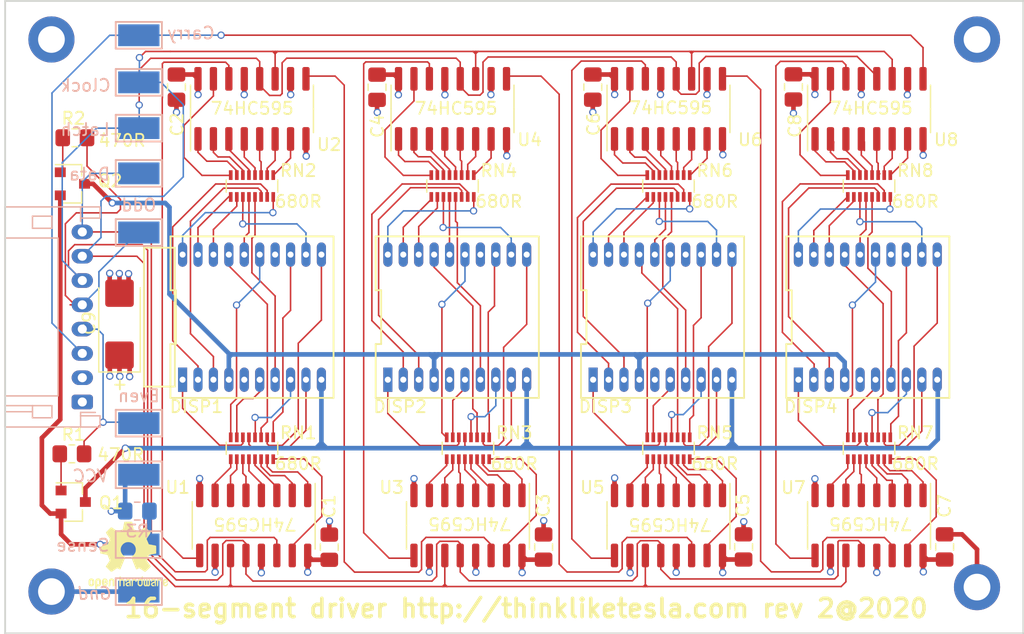
<source format=kicad_pcb>
(kicad_pcb (version 20171130) (host pcbnew "(5.1.8-0-10_14)")
  (layers (0 F.Cu signal) (1 In1.Cu power hide) (2 In2.Cu power hide) (31 B.Cu signal) (34 B.Paste user hide) (35 F.Paste user hide) (36 B.SilkS user) (37 F.SilkS user) (38 B.Mask user) (39 F.Mask user) (44 Edge.Cuts user))
  (net 0 "")
  (net 1 GND)
  (net 2 VCC)
  (net 3 "Net-(DISP1-Pad5)")
  (net 4 "Net-(DISP1-Pad14)")
  (net 5 "Net-(DISP2-Pad14)")
  (net 6 "Net-(DISP2-Pad5)")
  (net 7 "Net-(DISP3-Pad5)")
  (net 8 "Net-(DISP3-Pad14)")
  (net 9 "Net-(DISP4-Pad14)")
  (net 10 "Net-(DISP4-Pad5)")
  (net 11 "Net-(Q1-Pad1)")
  (net 12 "Net-(Q2-Pad1)")
  (net 13 "Net-(RN1-Pad1)")
  (net 14 "Net-(RN1-Pad2)")
  (net 15 "Net-(RN1-Pad3)")
  (net 16 "Net-(RN1-Pad4)")
  (net 17 "Net-(RN1-Pad5)")
  (net 18 "Net-(RN1-Pad6)")
  (net 19 "Net-(RN1-Pad7)")
  (net 20 "Net-(RN1-Pad8)")
  (net 21 "Net-(RN2-Pad1)")
  (net 22 "Net-(RN2-Pad2)")
  (net 23 "Net-(RN2-Pad3)")
  (net 24 "Net-(RN2-Pad4)")
  (net 25 "Net-(RN2-Pad5)")
  (net 26 "Net-(RN2-Pad6)")
  (net 27 "Net-(RN2-Pad7)")
  (net 28 "Net-(RN2-Pad8)")
  (net 29 "Net-(RN3-Pad8)")
  (net 30 "Net-(RN3-Pad7)")
  (net 31 "Net-(RN3-Pad6)")
  (net 32 "Net-(RN3-Pad5)")
  (net 33 "Net-(RN3-Pad4)")
  (net 34 "Net-(RN3-Pad3)")
  (net 35 "Net-(RN3-Pad2)")
  (net 36 "Net-(RN3-Pad1)")
  (net 37 "Net-(RN4-Pad1)")
  (net 38 "Net-(RN4-Pad2)")
  (net 39 "Net-(RN4-Pad3)")
  (net 40 "Net-(RN4-Pad4)")
  (net 41 "Net-(RN4-Pad5)")
  (net 42 "Net-(RN4-Pad6)")
  (net 43 "Net-(RN4-Pad7)")
  (net 44 "Net-(RN4-Pad8)")
  (net 45 "Net-(RN5-Pad1)")
  (net 46 "Net-(RN5-Pad2)")
  (net 47 "Net-(RN5-Pad3)")
  (net 48 "Net-(RN5-Pad4)")
  (net 49 "Net-(RN5-Pad5)")
  (net 50 "Net-(RN5-Pad6)")
  (net 51 "Net-(RN5-Pad7)")
  (net 52 "Net-(RN5-Pad8)")
  (net 53 "Net-(RN6-Pad8)")
  (net 54 "Net-(RN6-Pad7)")
  (net 55 "Net-(RN6-Pad6)")
  (net 56 "Net-(RN6-Pad5)")
  (net 57 "Net-(RN6-Pad4)")
  (net 58 "Net-(RN6-Pad3)")
  (net 59 "Net-(RN6-Pad2)")
  (net 60 "Net-(RN6-Pad1)")
  (net 61 "Net-(RN7-Pad8)")
  (net 62 "Net-(RN7-Pad7)")
  (net 63 "Net-(RN7-Pad6)")
  (net 64 "Net-(RN7-Pad5)")
  (net 65 "Net-(RN7-Pad4)")
  (net 66 "Net-(RN7-Pad3)")
  (net 67 "Net-(RN7-Pad2)")
  (net 68 "Net-(RN7-Pad1)")
  (net 69 "Net-(RN8-Pad8)")
  (net 70 "Net-(RN8-Pad7)")
  (net 71 "Net-(RN8-Pad6)")
  (net 72 "Net-(RN8-Pad5)")
  (net 73 "Net-(RN8-Pad4)")
  (net 74 "Net-(RN8-Pad3)")
  (net 75 "Net-(RN8-Pad2)")
  (net 76 "Net-(RN8-Pad1)")
  (net 77 "Net-(U1-Pad9)")
  (net 78 "Net-(U2-Pad9)")
  (net 79 "Net-(U3-Pad9)")
  (net 80 "Net-(U4-Pad9)")
  (net 81 "Net-(U5-Pad9)")
  (net 82 "Net-(U6-Pad9)")
  (net 83 "Net-(U7-Pad9)")
  (net 84 /EA)
  (net 85 /B1)
  (net 86 /E1)
  (net 87 /N1)
  (net 88 /D1)
  (net 89 /A1)
  (net 90 /R1)
  (net 91 /G1)
  (net 92 /H1)
  (net 93 /P1)
  (net 94 /C1)
  (net 95 /S1)
  (net 96 /M1)
  (net 97 /T1)
  (net 98 /K1)
  (net 99 /F1)
  (net 100 /U1)
  (net 101 /B2)
  (net 102 /E2)
  (net 103 /N2)
  (net 104 /D2)
  (net 105 /A2)
  (net 106 /R2)
  (net 107 /G2)
  (net 108 /H2)
  (net 109 /P2)
  (net 110 /C2)
  (net 111 /S2)
  (net 112 /M2)
  (net 113 /T2)
  (net 114 /K2)
  (net 115 /F2)
  (net 116 /U2)
  (net 117 /B3)
  (net 118 /E3)
  (net 119 /N3)
  (net 120 /D3)
  (net 121 /A3)
  (net 122 /R3)
  (net 123 /G3)
  (net 124 /H3)
  (net 125 /P3)
  (net 126 /C3)
  (net 127 /S3)
  (net 128 /M3)
  (net 129 /T3)
  (net 130 /K3)
  (net 131 /F3)
  (net 132 /U3)
  (net 133 /B4)
  (net 134 /E4)
  (net 135 /N4)
  (net 136 /D4)
  (net 137 /A4)
  (net 138 /R4)
  (net 139 /G4)
  (net 140 /H4)
  (net 141 /P4)
  (net 142 /C4)
  (net 143 /S4)
  (net 144 /M4)
  (net 145 /T4)
  (net 146 /K4)
  (net 147 /F4)
  (net 148 /U4)
  (net 149 "Net-(Q1-Pad2)")
  (net 150 /OA)
  (net 151 Data)
  (net 152 Clock)
  (net 153 Latch)
  (net 154 Odd)
  (net 155 Even)
  (net 156 Carry)
  (module TestPoint:TestPoint_Keystone_5015_Micro-Minature (layer B.Cu) (at 153.24328 66.2686)
    (fp_text reference TP1)
    (fp_text value Data (at -4.064 0.06604) (layer B.SilkS) (effects (justify mirror)))
    (pad 1 smd rect (at 0 0) (size 3.4 1.8) (layers B.Cu B.Paste B.Mask) (net 151 Data))
  )
  (module TestPoint:TestPoint_Keystone_5015_Micro-Minature (layer B.Cu) (at 153.24328 58.7756)
    (fp_text reference TP2)
    (fp_text value Clock (at -4.3688 0.24892) (layer B.SilkS) (effects (justify mirror)))
    (pad 1 smd rect (at 0 0) (size 3.4 1.8) (layers B.Cu B.Paste B.Mask) (net 152 Clock))
  )
  (module TestPoint:TestPoint_Keystone_5015_Micro-Minature (layer B.Cu) (at 153.24328 62.54496)
    (fp_text reference TP3)
    (fp_text value Latch (at -4.4196 0.12192) (layer B.SilkS) (effects (justify mirror)))
    (pad 1 smd rect (at 0 0) (size 3.4 1.8) (layers B.Cu B.Paste B.Mask) (net 153 Latch))
  )
  (module TestPoint:TestPoint_Keystone_5015_Micro-Minature (layer B.Cu) (at 153.24328 54.89956)
    (fp_text reference TP4)
    (fp_text value Carry (at 4.2926 -0.18288) (layer B.SilkS) (effects (justify mirror)))
    (pad 1 smd rect (at 0 0) (size 3.4 1.8) (layers B.Cu B.Paste B.Mask) (net 156 Carry))
  )
  (module TestPoint:TestPoint_Keystone_5015_Micro-Minature (layer B.Cu) (at 153.24328 71.13524)
    (fp_text reference TP5)
    (fp_text value Odd (at 0 -2.25) (layer B.SilkS) (effects (justify mirror)))
    (pad 1 smd rect (at 0 0) (size 3.4 1.8) (layers B.Cu B.Paste B.Mask) (net 154 Odd))
  )
  (module TestPoint:TestPoint_Keystone_5015_Micro-Minature (layer B.Cu) (at 153.24328 86.83244)
    (fp_text reference TP6)
    (fp_text value Even (at 0 -2.25) (layer B.SilkS) (effects (justify mirror)))
    (pad 1 smd rect (at 0 0) (size 3.4 1.8) (layers B.Cu B.Paste B.Mask) (net 155 Even))
  )
  (module TestPoint:TestPoint_Keystone_5015_Micro-Minature (layer B.Cu) (at 153.24328 91.07932)
    (fp_text reference TP7)
    (fp_text value VCC (at -3.937 0.09652) (layer B.SilkS) (effects (font (thickness 0.15) italic) (justify mirror)))
    (pad 1 smd rect (at 0 0) (size 3.4 1.8) (layers B.Cu B.Paste B.Mask) (net 2 VCC))
  )
  (module TestPoint:TestPoint_Keystone_5015_Micro-Minature (layer B.Cu) (at 153.24328 100.70084)
    (fp_text reference TP8)
    (fp_text value Gnd (at -3.59664 0.14732) (layer B.SilkS) (effects (font (thickness 0.15) italic) (justify mirror)))
    (pad 1 smd rect (at 0 0) (size 3.4 1.8) (layers B.Cu B.Paste B.Mask) (net 1 GND))
  )
  (module TestPoint:TestPoint_Keystone_5015_Micro-Minature (layer B.Cu) (at 153.24328 96.8248)
    (fp_text reference TP9)
    (fp_text value Sense (at -4.61264 0.06604) (layer B.SilkS) (effects (justify mirror)))
    (pad 1 smd rect (at 0 0) (size 3.4 1.8) (layers B.Cu B.Paste B.Mask) (net 149 "Net-(Q1-Pad2)"))
  )
  (module Capacitor_SMD:C_0805_2012Metric_Pad1.18x1.45mm_HandSolder (layer F.Cu) (at 168.92524 97.04324 270)
    (fp_text reference C1 (at -3.35788 0.02032 270) (layer F.SilkS))
    (fp_text value 100n)
    (pad 2 smd roundrect (at 1.0375 0 270) (size 1.175 1.45) (layers F.Cu F.Paste F.Mask) (roundrect_rratio 0.212766) (net 2 VCC))
    (pad 1 smd roundrect (at -1.0375 0 270) (size 1.175 1.45) (layers F.Cu F.Paste F.Mask) (roundrect_rratio 0.212766) (net 1 GND))
  )
  (module Capacitor_SMD:C_0805_2012Metric_Pad1.18x1.45mm_HandSolder (layer F.Cu) (at 156.34208 59.16794 90)
    (fp_text reference C2 (at -3.08238 0.0508 270) (layer F.SilkS))
    (fp_text value 100n)
    (pad 2 smd roundrect (at 1.0375 0 90) (size 1.175 1.45) (layers F.Cu F.Paste F.Mask) (roundrect_rratio 0.212766) (net 2 VCC))
    (pad 1 smd roundrect (at -1.0375 0 90) (size 1.175 1.45) (layers F.Cu F.Paste F.Mask) (roundrect_rratio 0.212766) (net 1 GND))
  )
  (module Capacitor_SMD:C_0805_2012Metric_Pad1.18x1.45mm_HandSolder (layer F.Cu) (at 186.56808 97.03308 270)
    (fp_text reference C3 (at -3.41884 0.02032 90) (layer F.SilkS))
    (fp_text value 100n)
    (pad 2 smd roundrect (at 1.0375 0 270) (size 1.175 1.45) (layers F.Cu F.Paste F.Mask) (roundrect_rratio 0.212766) (net 2 VCC))
    (pad 1 smd roundrect (at -1.0375 0 270) (size 1.175 1.45) (layers F.Cu F.Paste F.Mask) (roundrect_rratio 0.212766) (net 1 GND))
  )
  (module Capacitor_SMD:C_0805_2012Metric_Pad1.18x1.45mm_HandSolder (layer F.Cu) (at 172.85716 59.1781 90)
    (fp_text reference C4 (at -3.19414 0.03048 270) (layer F.SilkS))
    (fp_text value 100n)
    (pad 2 smd roundrect (at 1.0375 0 90) (size 1.175 1.45) (layers F.Cu F.Paste F.Mask) (roundrect_rratio 0.212766) (net 2 VCC))
    (pad 1 smd roundrect (at -1.0375 0 90) (size 1.175 1.45) (layers F.Cu F.Paste F.Mask) (roundrect_rratio 0.212766) (net 1 GND))
  )
  (module Capacitor_SMD:C_0805_2012Metric_Pad1.18x1.45mm_HandSolder (layer F.Cu) (at 203.03236 97.02174 270)
    (fp_text reference C5 (at -3.41376 0.05588 270) (layer F.SilkS))
    (fp_text value 100n)
    (pad 2 smd roundrect (at 1.0375 0 270) (size 1.175 1.45) (layers F.Cu F.Paste F.Mask) (roundrect_rratio 0.212766) (net 2 VCC))
    (pad 1 smd roundrect (at -1.0375 0 270) (size 1.175 1.45) (layers F.Cu F.Paste F.Mask) (roundrect_rratio 0.212766) (net 1 GND))
  )
  (module Capacitor_SMD:C_0805_2012Metric_Pad1.18x1.45mm_HandSolder (layer F.Cu) (at 190.61684 59.16676 90)
    (fp_text reference C6 (at -3.048 0.06096 270) (layer F.SilkS))
    (fp_text value 100n)
    (pad 2 smd roundrect (at 1.0375 0 90) (size 1.175 1.45) (layers F.Cu F.Paste F.Mask) (roundrect_rratio 0.212766) (net 2 VCC))
    (pad 1 smd roundrect (at -1.0375 0 90) (size 1.175 1.45) (layers F.Cu F.Paste F.Mask) (roundrect_rratio 0.212766) (net 1 GND))
  )
  (module Capacitor_SMD:C_0805_2012Metric_Pad1.18x1.45mm_HandSolder (layer F.Cu) (at 219.583 97.02292 270)
    (fp_text reference C7 (at -3.3782 0.01524 90) (layer F.SilkS))
    (fp_text value 100n)
    (pad 2 smd roundrect (at 1.0375 0 270) (size 1.175 1.45) (layers F.Cu F.Paste F.Mask) (roundrect_rratio 0.212766) (net 2 VCC))
    (pad 1 smd roundrect (at -1.0375 0 270) (size 1.175 1.45) (layers F.Cu F.Paste F.Mask) (roundrect_rratio 0.212766) (net 1 GND))
  )
  (module Capacitor_SMD:C_0805_2012Metric_Pad1.18x1.45mm_HandSolder (layer F.Cu) (at 207.137 59.15034 90)
    (fp_text reference C8 (at -3.20548 0.11684 90) (layer F.SilkS))
    (fp_text value 100n)
    (pad 2 smd roundrect (at 1.0375 0 90) (size 1.175 1.45) (layers F.Cu F.Paste F.Mask) (roundrect_rratio 0.212766) (net 2 VCC))
    (pad 1 smd roundrect (at -1.0375 0 90) (size 1.175 1.45) (layers F.Cu F.Paste F.Mask) (roundrect_rratio 0.212766) (net 1 GND))
  )
  (module Resistor_SMD:R_Array_Convex_8x0602 (layer F.Cu) (at 162.56 88.9 90)
    (fp_text reference RN1 (at 1.27 3.81) (layer F.SilkS))
    (fp_text value 680R (at -1.27 3.81) (layer F.SilkS))
    (pad 10 smd rect (at 0.9 1.25 90) (size 0.8 0.3) (layers F.Cu F.Paste F.Mask) (net 85 /B1))
    (pad 12 smd rect (at 0.9 0.25 90) (size 0.8 0.3) (layers F.Cu F.Paste F.Mask) (net 88 /D1))
    (pad 11 smd rect (at 0.9 0.75 90) (size 0.8 0.3) (layers F.Cu F.Paste F.Mask) (net 94 /C1))
    (pad 13 smd rect (at 0.9 -0.25 90) (size 0.8 0.3) (layers F.Cu F.Paste F.Mask) (net 86 /E1))
    (pad 14 smd rect (at 0.9 -0.75 90) (size 0.8 0.3) (layers F.Cu F.Paste F.Mask) (net 99 /F1))
    (pad 15 smd rect (at 0.9 -1.25 90) (size 0.8 0.3) (layers F.Cu F.Paste F.Mask) (net 91 /G1))
    (pad 7 smd rect (at -0.9 1.25 90) (size 0.8 0.3) (layers F.Cu F.Paste F.Mask) (net 19 "Net-(RN1-Pad7)"))
    (pad 6 smd rect (at -0.9 0.75 90) (size 0.8 0.3) (layers F.Cu F.Paste F.Mask) (net 18 "Net-(RN1-Pad6)"))
    (pad 5 smd rect (at -0.9 0.25 90) (size 0.8 0.3) (layers F.Cu F.Paste F.Mask) (net 17 "Net-(RN1-Pad5)"))
    (pad 4 smd rect (at -0.9 -0.25 90) (size 0.8 0.3) (layers F.Cu F.Paste F.Mask) (net 16 "Net-(RN1-Pad4)"))
    (pad 3 smd rect (at -0.9 -0.75 90) (size 0.8 0.3) (layers F.Cu F.Paste F.Mask) (net 15 "Net-(RN1-Pad3)"))
    (pad 2 smd rect (at -0.9 -1.25 90) (size 0.8 0.3) (layers F.Cu F.Paste F.Mask) (net 14 "Net-(RN1-Pad2)"))
    (pad 9 smd rect (at 0.9 1.75 90) (size 0.8 0.3) (layers F.Cu F.Paste F.Mask) (net 89 /A1))
    (pad 8 smd rect (at -0.9 1.75 90) (size 0.8 0.3) (layers F.Cu F.Paste F.Mask) (net 20 "Net-(RN1-Pad8)"))
    (pad 16 smd rect (at 0.9 -1.75 90) (size 0.8 0.3) (layers F.Cu F.Paste F.Mask) (net 92 /H1))
    (pad 1 smd rect (at -0.9 -1.75 90) (size 0.8 0.3) (layers F.Cu F.Paste F.Mask) (net 13 "Net-(RN1-Pad1)"))
  )
  (module Resistor_SMD:R_Array_Convex_8x0602 (layer F.Cu) (at 162.56 67.31 270)
    (fp_text reference RN2 (at -1.27 -3.81) (layer F.SilkS))
    (fp_text value 680R (at 1.27 -3.81) (layer F.SilkS))
    (pad 10 smd rect (at 0.9 1.25 270) (size 0.8 0.3) (layers F.Cu F.Paste F.Mask) (net 96 /M1))
    (pad 12 smd rect (at 0.9 0.25 270) (size 0.8 0.3) (layers F.Cu F.Paste F.Mask) (net 93 /P1))
    (pad 11 smd rect (at 0.9 0.75 270) (size 0.8 0.3) (layers F.Cu F.Paste F.Mask) (net 87 /N1))
    (pad 13 smd rect (at 0.9 -0.25 270) (size 0.8 0.3) (layers F.Cu F.Paste F.Mask) (net 90 /R1))
    (pad 14 smd rect (at 0.9 -0.75 270) (size 0.8 0.3) (layers F.Cu F.Paste F.Mask) (net 95 /S1))
    (pad 15 smd rect (at 0.9 -1.25 270) (size 0.8 0.3) (layers F.Cu F.Paste F.Mask) (net 97 /T1))
    (pad 7 smd rect (at -0.9 1.25 270) (size 0.8 0.3) (layers F.Cu F.Paste F.Mask) (net 27 "Net-(RN2-Pad7)"))
    (pad 6 smd rect (at -0.9 0.75 270) (size 0.8 0.3) (layers F.Cu F.Paste F.Mask) (net 26 "Net-(RN2-Pad6)"))
    (pad 5 smd rect (at -0.9 0.25 270) (size 0.8 0.3) (layers F.Cu F.Paste F.Mask) (net 25 "Net-(RN2-Pad5)"))
    (pad 4 smd rect (at -0.9 -0.25 270) (size 0.8 0.3) (layers F.Cu F.Paste F.Mask) (net 24 "Net-(RN2-Pad4)"))
    (pad 3 smd rect (at -0.9 -0.75 270) (size 0.8 0.3) (layers F.Cu F.Paste F.Mask) (net 23 "Net-(RN2-Pad3)"))
    (pad 2 smd rect (at -0.9 -1.25 270) (size 0.8 0.3) (layers F.Cu F.Paste F.Mask) (net 22 "Net-(RN2-Pad2)"))
    (pad 9 smd rect (at 0.9 1.75 270) (size 0.8 0.3) (layers F.Cu F.Paste F.Mask) (net 98 /K1))
    (pad 8 smd rect (at -0.9 1.75 270) (size 0.8 0.3) (layers F.Cu F.Paste F.Mask) (net 28 "Net-(RN2-Pad8)"))
    (pad 16 smd rect (at 0.9 -1.75 270) (size 0.8 0.3) (layers F.Cu F.Paste F.Mask) (net 100 /U1))
    (pad 1 smd rect (at -0.9 -1.75 270) (size 0.8 0.3) (layers F.Cu F.Paste F.Mask) (net 21 "Net-(RN2-Pad1)"))
  )
  (module Resistor_SMD:R_Array_Convex_8x0602 (layer F.Cu) (at 180.34 88.9 90)
    (fp_text reference RN3 (at 1.27 3.81 180) (layer F.SilkS))
    (fp_text value 680R (at -1.27 3.81 180) (layer F.SilkS))
    (pad 10 smd rect (at 0.9 1.25 90) (size 0.8 0.3) (layers F.Cu F.Paste F.Mask) (net 101 /B2))
    (pad 12 smd rect (at 0.9 0.25 90) (size 0.8 0.3) (layers F.Cu F.Paste F.Mask) (net 104 /D2))
    (pad 11 smd rect (at 0.9 0.75 90) (size 0.8 0.3) (layers F.Cu F.Paste F.Mask) (net 110 /C2))
    (pad 13 smd rect (at 0.9 -0.25 90) (size 0.8 0.3) (layers F.Cu F.Paste F.Mask) (net 102 /E2))
    (pad 14 smd rect (at 0.9 -0.75 90) (size 0.8 0.3) (layers F.Cu F.Paste F.Mask) (net 115 /F2))
    (pad 15 smd rect (at 0.9 -1.25 90) (size 0.8 0.3) (layers F.Cu F.Paste F.Mask) (net 107 /G2))
    (pad 7 smd rect (at -0.9 1.25 90) (size 0.8 0.3) (layers F.Cu F.Paste F.Mask) (net 30 "Net-(RN3-Pad7)"))
    (pad 6 smd rect (at -0.9 0.75 90) (size 0.8 0.3) (layers F.Cu F.Paste F.Mask) (net 31 "Net-(RN3-Pad6)"))
    (pad 5 smd rect (at -0.9 0.25 90) (size 0.8 0.3) (layers F.Cu F.Paste F.Mask) (net 32 "Net-(RN3-Pad5)"))
    (pad 4 smd rect (at -0.9 -0.25 90) (size 0.8 0.3) (layers F.Cu F.Paste F.Mask) (net 33 "Net-(RN3-Pad4)"))
    (pad 3 smd rect (at -0.9 -0.75 90) (size 0.8 0.3) (layers F.Cu F.Paste F.Mask) (net 34 "Net-(RN3-Pad3)"))
    (pad 2 smd rect (at -0.9 -1.25 90) (size 0.8 0.3) (layers F.Cu F.Paste F.Mask) (net 35 "Net-(RN3-Pad2)"))
    (pad 9 smd rect (at 0.9 1.75 90) (size 0.8 0.3) (layers F.Cu F.Paste F.Mask) (net 105 /A2))
    (pad 8 smd rect (at -0.9 1.75 90) (size 0.8 0.3) (layers F.Cu F.Paste F.Mask) (net 29 "Net-(RN3-Pad8)"))
    (pad 16 smd rect (at 0.9 -1.75 90) (size 0.8 0.3) (layers F.Cu F.Paste F.Mask) (net 108 /H2))
    (pad 1 smd rect (at -0.9 -1.75 90) (size 0.8 0.3) (layers F.Cu F.Paste F.Mask) (net 36 "Net-(RN3-Pad1)"))
  )
  (module Resistor_SMD:R_Array_Convex_8x0602 (layer F.Cu) (at 179.07 67.31 270)
    (fp_text reference RN4 (at -1.27 -3.81 180) (layer F.SilkS))
    (fp_text value 680R (at 1.27 -3.81 180) (layer F.SilkS))
    (pad 10 smd rect (at 0.9 1.25 270) (size 0.8 0.3) (layers F.Cu F.Paste F.Mask) (net 112 /M2))
    (pad 12 smd rect (at 0.9 0.25 270) (size 0.8 0.3) (layers F.Cu F.Paste F.Mask) (net 109 /P2))
    (pad 11 smd rect (at 0.9 0.75 270) (size 0.8 0.3) (layers F.Cu F.Paste F.Mask) (net 103 /N2))
    (pad 13 smd rect (at 0.9 -0.25 270) (size 0.8 0.3) (layers F.Cu F.Paste F.Mask) (net 106 /R2))
    (pad 14 smd rect (at 0.9 -0.75 270) (size 0.8 0.3) (layers F.Cu F.Paste F.Mask) (net 111 /S2))
    (pad 15 smd rect (at 0.9 -1.25 270) (size 0.8 0.3) (layers F.Cu F.Paste F.Mask) (net 113 /T2))
    (pad 7 smd rect (at -0.9 1.25 270) (size 0.8 0.3) (layers F.Cu F.Paste F.Mask) (net 43 "Net-(RN4-Pad7)"))
    (pad 6 smd rect (at -0.9 0.75 270) (size 0.8 0.3) (layers F.Cu F.Paste F.Mask) (net 42 "Net-(RN4-Pad6)"))
    (pad 5 smd rect (at -0.9 0.25 270) (size 0.8 0.3) (layers F.Cu F.Paste F.Mask) (net 41 "Net-(RN4-Pad5)"))
    (pad 4 smd rect (at -0.9 -0.25 270) (size 0.8 0.3) (layers F.Cu F.Paste F.Mask) (net 40 "Net-(RN4-Pad4)"))
    (pad 3 smd rect (at -0.9 -0.75 270) (size 0.8 0.3) (layers F.Cu F.Paste F.Mask) (net 39 "Net-(RN4-Pad3)"))
    (pad 2 smd rect (at -0.9 -1.25 270) (size 0.8 0.3) (layers F.Cu F.Paste F.Mask) (net 38 "Net-(RN4-Pad2)"))
    (pad 9 smd rect (at 0.9 1.75 270) (size 0.8 0.3) (layers F.Cu F.Paste F.Mask) (net 114 /K2))
    (pad 8 smd rect (at -0.9 1.75 270) (size 0.8 0.3) (layers F.Cu F.Paste F.Mask) (net 44 "Net-(RN4-Pad8)"))
    (pad 16 smd rect (at 0.9 -1.75 270) (size 0.8 0.3) (layers F.Cu F.Paste F.Mask) (net 116 /U2))
    (pad 1 smd rect (at -0.9 -1.75 270) (size 0.8 0.3) (layers F.Cu F.Paste F.Mask) (net 37 "Net-(RN4-Pad1)"))
  )
  (module Resistor_SMD:R_Array_Convex_8x0602 (layer F.Cu) (at 196.85 88.9 90)
    (fp_text reference RN5 (at 1.27 3.81) (layer F.SilkS))
    (fp_text value 680R (at -1.27 3.81) (layer F.SilkS))
    (pad 10 smd rect (at 0.9 1.25 90) (size 0.8 0.3) (layers F.Cu F.Paste F.Mask) (net 117 /B3))
    (pad 12 smd rect (at 0.9 0.25 90) (size 0.8 0.3) (layers F.Cu F.Paste F.Mask) (net 120 /D3))
    (pad 11 smd rect (at 0.9 0.75 90) (size 0.8 0.3) (layers F.Cu F.Paste F.Mask) (net 126 /C3))
    (pad 13 smd rect (at 0.9 -0.25 90) (size 0.8 0.3) (layers F.Cu F.Paste F.Mask) (net 118 /E3))
    (pad 14 smd rect (at 0.9 -0.75 90) (size 0.8 0.3) (layers F.Cu F.Paste F.Mask) (net 131 /F3))
    (pad 15 smd rect (at 0.9 -1.25 90) (size 0.8 0.3) (layers F.Cu F.Paste F.Mask) (net 123 /G3))
    (pad 7 smd rect (at -0.9 1.25 90) (size 0.8 0.3) (layers F.Cu F.Paste F.Mask) (net 51 "Net-(RN5-Pad7)"))
    (pad 6 smd rect (at -0.9 0.75 90) (size 0.8 0.3) (layers F.Cu F.Paste F.Mask) (net 50 "Net-(RN5-Pad6)"))
    (pad 5 smd rect (at -0.9 0.25 90) (size 0.8 0.3) (layers F.Cu F.Paste F.Mask) (net 49 "Net-(RN5-Pad5)"))
    (pad 4 smd rect (at -0.9 -0.25 90) (size 0.8 0.3) (layers F.Cu F.Paste F.Mask) (net 48 "Net-(RN5-Pad4)"))
    (pad 3 smd rect (at -0.9 -0.75 90) (size 0.8 0.3) (layers F.Cu F.Paste F.Mask) (net 47 "Net-(RN5-Pad3)"))
    (pad 2 smd rect (at -0.9 -1.25 90) (size 0.8 0.3) (layers F.Cu F.Paste F.Mask) (net 46 "Net-(RN5-Pad2)"))
    (pad 9 smd rect (at 0.9 1.75 90) (size 0.8 0.3) (layers F.Cu F.Paste F.Mask) (net 121 /A3))
    (pad 8 smd rect (at -0.9 1.75 90) (size 0.8 0.3) (layers F.Cu F.Paste F.Mask) (net 52 "Net-(RN5-Pad8)"))
    (pad 16 smd rect (at 0.9 -1.75 90) (size 0.8 0.3) (layers F.Cu F.Paste F.Mask) (net 124 /H3))
    (pad 1 smd rect (at -0.9 -1.75 90) (size 0.8 0.3) (layers F.Cu F.Paste F.Mask) (net 45 "Net-(RN5-Pad1)"))
  )
  (module Resistor_SMD:R_Array_Convex_8x0602 (layer F.Cu) (at 196.85 67.31 270)
    (fp_text reference RN6 (at -1.27 -3.81) (layer F.SilkS))
    (fp_text value 680R (at 1.27 -3.81) (layer F.SilkS))
    (pad 10 smd rect (at 0.9 1.25 270) (size 0.8 0.3) (layers F.Cu F.Paste F.Mask) (net 128 /M3))
    (pad 12 smd rect (at 0.9 0.25 270) (size 0.8 0.3) (layers F.Cu F.Paste F.Mask) (net 125 /P3))
    (pad 11 smd rect (at 0.9 0.75 270) (size 0.8 0.3) (layers F.Cu F.Paste F.Mask) (net 119 /N3))
    (pad 13 smd rect (at 0.9 -0.25 270) (size 0.8 0.3) (layers F.Cu F.Paste F.Mask) (net 122 /R3))
    (pad 14 smd rect (at 0.9 -0.75 270) (size 0.8 0.3) (layers F.Cu F.Paste F.Mask) (net 127 /S3))
    (pad 15 smd rect (at 0.9 -1.25 270) (size 0.8 0.3) (layers F.Cu F.Paste F.Mask) (net 129 /T3))
    (pad 7 smd rect (at -0.9 1.25 270) (size 0.8 0.3) (layers F.Cu F.Paste F.Mask) (net 54 "Net-(RN6-Pad7)"))
    (pad 6 smd rect (at -0.9 0.75 270) (size 0.8 0.3) (layers F.Cu F.Paste F.Mask) (net 55 "Net-(RN6-Pad6)"))
    (pad 5 smd rect (at -0.9 0.25 270) (size 0.8 0.3) (layers F.Cu F.Paste F.Mask) (net 56 "Net-(RN6-Pad5)"))
    (pad 4 smd rect (at -0.9 -0.25 270) (size 0.8 0.3) (layers F.Cu F.Paste F.Mask) (net 57 "Net-(RN6-Pad4)"))
    (pad 3 smd rect (at -0.9 -0.75 270) (size 0.8 0.3) (layers F.Cu F.Paste F.Mask) (net 58 "Net-(RN6-Pad3)"))
    (pad 2 smd rect (at -0.9 -1.25 270) (size 0.8 0.3) (layers F.Cu F.Paste F.Mask) (net 59 "Net-(RN6-Pad2)"))
    (pad 9 smd rect (at 0.9 1.75 270) (size 0.8 0.3) (layers F.Cu F.Paste F.Mask) (net 130 /K3))
    (pad 8 smd rect (at -0.9 1.75 270) (size 0.8 0.3) (layers F.Cu F.Paste F.Mask) (net 53 "Net-(RN6-Pad8)"))
    (pad 16 smd rect (at 0.9 -1.75 270) (size 0.8 0.3) (layers F.Cu F.Paste F.Mask) (net 132 /U3))
    (pad 1 smd rect (at -0.9 -1.75 270) (size 0.8 0.3) (layers F.Cu F.Paste F.Mask) (net 60 "Net-(RN6-Pad1)"))
  )
  (module Resistor_SMD:R_Array_Convex_8x0602 (layer F.Cu) (at 213.36 88.9 90)
    (fp_text reference RN7 (at 1.27 3.81 180) (layer F.SilkS))
    (fp_text value 680R (at -1.27 3.81 180) (layer F.SilkS))
    (pad 10 smd rect (at 0.9 1.25 90) (size 0.8 0.3) (layers F.Cu F.Paste F.Mask) (net 133 /B4))
    (pad 12 smd rect (at 0.9 0.25 90) (size 0.8 0.3) (layers F.Cu F.Paste F.Mask) (net 136 /D4))
    (pad 11 smd rect (at 0.9 0.75 90) (size 0.8 0.3) (layers F.Cu F.Paste F.Mask) (net 142 /C4))
    (pad 13 smd rect (at 0.9 -0.25 90) (size 0.8 0.3) (layers F.Cu F.Paste F.Mask) (net 134 /E4))
    (pad 14 smd rect (at 0.9 -0.75 90) (size 0.8 0.3) (layers F.Cu F.Paste F.Mask) (net 147 /F4))
    (pad 15 smd rect (at 0.9 -1.25 90) (size 0.8 0.3) (layers F.Cu F.Paste F.Mask) (net 139 /G4))
    (pad 7 smd rect (at -0.9 1.25 90) (size 0.8 0.3) (layers F.Cu F.Paste F.Mask) (net 62 "Net-(RN7-Pad7)"))
    (pad 6 smd rect (at -0.9 0.75 90) (size 0.8 0.3) (layers F.Cu F.Paste F.Mask) (net 63 "Net-(RN7-Pad6)"))
    (pad 5 smd rect (at -0.9 0.25 90) (size 0.8 0.3) (layers F.Cu F.Paste F.Mask) (net 64 "Net-(RN7-Pad5)"))
    (pad 4 smd rect (at -0.9 -0.25 90) (size 0.8 0.3) (layers F.Cu F.Paste F.Mask) (net 65 "Net-(RN7-Pad4)"))
    (pad 3 smd rect (at -0.9 -0.75 90) (size 0.8 0.3) (layers F.Cu F.Paste F.Mask) (net 66 "Net-(RN7-Pad3)"))
    (pad 2 smd rect (at -0.9 -1.25 90) (size 0.8 0.3) (layers F.Cu F.Paste F.Mask) (net 67 "Net-(RN7-Pad2)"))
    (pad 9 smd rect (at 0.9 1.75 90) (size 0.8 0.3) (layers F.Cu F.Paste F.Mask) (net 137 /A4))
    (pad 8 smd rect (at -0.9 1.75 90) (size 0.8 0.3) (layers F.Cu F.Paste F.Mask) (net 61 "Net-(RN7-Pad8)"))
    (pad 16 smd rect (at 0.9 -1.75 90) (size 0.8 0.3) (layers F.Cu F.Paste F.Mask) (net 140 /H4))
    (pad 1 smd rect (at -0.9 -1.75 90) (size 0.8 0.3) (layers F.Cu F.Paste F.Mask) (net 68 "Net-(RN7-Pad1)"))
  )
  (module Resistor_SMD:R_Array_Convex_8x0602 (layer F.Cu) (at 213.36 67.31 270)
    (fp_text reference RN8 (at -1.27 -3.81 180) (layer F.SilkS))
    (fp_text value 680R (at 1.27 -3.81 180) (layer F.SilkS))
    (pad 10 smd rect (at 0.9 1.25 270) (size 0.8 0.3) (layers F.Cu F.Paste F.Mask) (net 144 /M4))
    (pad 12 smd rect (at 0.9 0.25 270) (size 0.8 0.3) (layers F.Cu F.Paste F.Mask) (net 141 /P4))
    (pad 11 smd rect (at 0.9 0.75 270) (size 0.8 0.3) (layers F.Cu F.Paste F.Mask) (net 135 /N4))
    (pad 13 smd rect (at 0.9 -0.25 270) (size 0.8 0.3) (layers F.Cu F.Paste F.Mask) (net 138 /R4))
    (pad 14 smd rect (at 0.9 -0.75 270) (size 0.8 0.3) (layers F.Cu F.Paste F.Mask) (net 143 /S4))
    (pad 15 smd rect (at 0.9 -1.25 270) (size 0.8 0.3) (layers F.Cu F.Paste F.Mask) (net 145 /T4))
    (pad 7 smd rect (at -0.9 1.25 270) (size 0.8 0.3) (layers F.Cu F.Paste F.Mask) (net 70 "Net-(RN8-Pad7)"))
    (pad 6 smd rect (at -0.9 0.75 270) (size 0.8 0.3) (layers F.Cu F.Paste F.Mask) (net 71 "Net-(RN8-Pad6)"))
    (pad 5 smd rect (at -0.9 0.25 270) (size 0.8 0.3) (layers F.Cu F.Paste F.Mask) (net 72 "Net-(RN8-Pad5)"))
    (pad 4 smd rect (at -0.9 -0.25 270) (size 0.8 0.3) (layers F.Cu F.Paste F.Mask) (net 73 "Net-(RN8-Pad4)"))
    (pad 3 smd rect (at -0.9 -0.75 270) (size 0.8 0.3) (layers F.Cu F.Paste F.Mask) (net 74 "Net-(RN8-Pad3)"))
    (pad 2 smd rect (at -0.9 -1.25 270) (size 0.8 0.3) (layers F.Cu F.Paste F.Mask) (net 75 "Net-(RN8-Pad2)"))
    (pad 9 smd rect (at 0.9 1.75 270) (size 0.8 0.3) (layers F.Cu F.Paste F.Mask) (net 146 /K4))
    (pad 8 smd rect (at -0.9 1.75 270) (size 0.8 0.3) (layers F.Cu F.Paste F.Mask) (net 69 "Net-(RN8-Pad8)"))
    (pad 16 smd rect (at 0.9 -1.75 270) (size 0.8 0.3) (layers F.Cu F.Paste F.Mask) (net 148 /U4))
    (pad 1 smd rect (at -0.9 -1.75 270) (size 0.8 0.3) (layers F.Cu F.Paste F.Mask) (net 76 "Net-(RN8-Pad1)"))
  )
  (module Package_SO:SOIC-16_3.9x9.9mm_P1.27mm (layer F.Cu) (at 196.85 95.25 270)
    (fp_text reference U5 (at -3.1242 6.26872 180) (layer F.SilkS))
    (fp_text value 74HC595 (at -0.07112 -0.13716 180 unlocked) (layer F.SilkS))
    (pad 16 smd roundrect (at 2.475 -4.445 270) (size 1.95 0.6) (layers F.Cu F.Paste F.Mask) (net 2 VCC))
    (pad 15 smd roundrect (at 2.475 -3.175 270) (size 1.95 0.6) (layers F.Cu F.Paste F.Mask) (net 52 "Net-(RN5-Pad8)"))
    (pad 14 smd roundrect (at 2.475 -1.905 270) (size 1.95 0.6) (layers F.Cu F.Paste F.Mask) (net 80 "Net-(U4-Pad9)"))
    (pad 13 smd roundrect (at 2.475 -0.635 270) (size 1.95 0.6) (layers F.Cu F.Paste F.Mask) (net 1 GND))
    (pad 12 smd roundrect (at 2.475 0.635 270) (size 1.95 0.6) (layers F.Cu F.Paste F.Mask) (net 153 Latch))
    (pad 11 smd roundrect (at 2.475 1.905 270) (size 1.95 0.6) (layers F.Cu F.Paste F.Mask) (net 152 Clock))
    (pad 10 smd roundrect (at 2.475 3.175 270) (size 1.95 0.6) (layers F.Cu F.Paste F.Mask) (net 2 VCC))
    (pad 9 smd roundrect (at 2.475 4.445 270) (size 1.95 0.6) (layers F.Cu F.Paste F.Mask) (net 81 "Net-(U5-Pad9)"))
    (pad 8 smd roundrect (at -2.475 4.445 270) (size 1.95 0.6) (layers F.Cu F.Paste F.Mask) (net 1 GND))
    (pad 7 smd roundrect (at -2.475 3.175 270) (size 1.95 0.6) (layers F.Cu F.Paste F.Mask) (net 45 "Net-(RN5-Pad1)"))
    (pad 6 smd roundrect (at -2.475 1.905 270) (size 1.95 0.6) (layers F.Cu F.Paste F.Mask) (net 46 "Net-(RN5-Pad2)"))
    (pad 5 smd roundrect (at -2.475 0.635 270) (size 1.95 0.6) (layers F.Cu F.Paste F.Mask) (net 47 "Net-(RN5-Pad3)"))
    (pad 4 smd roundrect (at -2.475 -0.635 270) (size 1.95 0.6) (layers F.Cu F.Paste F.Mask) (net 48 "Net-(RN5-Pad4)"))
    (pad 3 smd roundrect (at -2.475 -1.905 270) (size 1.95 0.6) (layers F.Cu F.Paste F.Mask) (net 49 "Net-(RN5-Pad5)"))
    (pad 2 smd roundrect (at -2.475 -3.175 270) (size 1.95 0.6) (layers F.Cu F.Paste F.Mask) (net 50 "Net-(RN5-Pad6)"))
    (pad 1 smd roundrect (at -2.475 -4.445 270) (size 1.95 0.6) (layers F.Cu F.Paste F.Mask) (net 51 "Net-(RN5-Pad7)"))
  )
  (module Package_SO:SOIC-16_3.9x9.9mm_P1.27mm (layer F.Cu) (at 179.07 60.96 90)
    (fp_text reference U4 (at -2.54 6.35) (layer F.SilkS))
    (fp_text value 74HC595 (at 0.04064 0.29464) (layer F.SilkS))
    (pad 16 smd roundrect (at 2.475 -4.445 90) (size 1.95 0.6) (layers F.Cu F.Paste F.Mask) (net 2 VCC))
    (pad 15 smd roundrect (at 2.475 -3.175 90) (size 1.95 0.6) (layers F.Cu F.Paste F.Mask) (net 44 "Net-(RN4-Pad8)"))
    (pad 14 smd roundrect (at 2.475 -1.905 90) (size 1.95 0.6) (layers F.Cu F.Paste F.Mask) (net 79 "Net-(U3-Pad9)"))
    (pad 13 smd roundrect (at 2.475 -0.635 90) (size 1.95 0.6) (layers F.Cu F.Paste F.Mask) (net 1 GND))
    (pad 12 smd roundrect (at 2.475 0.635 90) (size 1.95 0.6) (layers F.Cu F.Paste F.Mask) (net 153 Latch))
    (pad 11 smd roundrect (at 2.475 1.905 90) (size 1.95 0.6) (layers F.Cu F.Paste F.Mask) (net 152 Clock))
    (pad 10 smd roundrect (at 2.475 3.175 90) (size 1.95 0.6) (layers F.Cu F.Paste F.Mask) (net 2 VCC))
    (pad 9 smd roundrect (at 2.475 4.445 90) (size 1.95 0.6) (layers F.Cu F.Paste F.Mask) (net 80 "Net-(U4-Pad9)"))
    (pad 8 smd roundrect (at -2.475 4.445 90) (size 1.95 0.6) (layers F.Cu F.Paste F.Mask) (net 1 GND))
    (pad 7 smd roundrect (at -2.475 3.175 90) (size 1.95 0.6) (layers F.Cu F.Paste F.Mask) (net 37 "Net-(RN4-Pad1)"))
    (pad 6 smd roundrect (at -2.475 1.905 90) (size 1.95 0.6) (layers F.Cu F.Paste F.Mask) (net 38 "Net-(RN4-Pad2)"))
    (pad 5 smd roundrect (at -2.475 0.635 90) (size 1.95 0.6) (layers F.Cu F.Paste F.Mask) (net 39 "Net-(RN4-Pad3)"))
    (pad 4 smd roundrect (at -2.475 -0.635 90) (size 1.95 0.6) (layers F.Cu F.Paste F.Mask) (net 40 "Net-(RN4-Pad4)"))
    (pad 3 smd roundrect (at -2.475 -1.905 90) (size 1.95 0.6) (layers F.Cu F.Paste F.Mask) (net 41 "Net-(RN4-Pad5)"))
    (pad 2 smd roundrect (at -2.475 -3.175 90) (size 1.95 0.6) (layers F.Cu F.Paste F.Mask) (net 42 "Net-(RN4-Pad6)"))
    (pad 1 smd roundrect (at -2.475 -4.445 90) (size 1.95 0.6) (layers F.Cu F.Paste F.Mask) (net 43 "Net-(RN4-Pad7)"))
  )
  (module Package_SO:SOIC-16_3.9x9.9mm_P1.27mm (layer F.Cu) (at 162.7 95.25 270)
    (fp_text reference U1 (at -3.12928 6.25632 180) (layer F.SilkS))
    (fp_text value 74HC595 (at -0.10668 -0.10384 180 unlocked) (layer F.SilkS))
    (pad 16 smd roundrect (at 2.475 -4.445 270) (size 1.95 0.6) (layers F.Cu F.Paste F.Mask) (net 2 VCC))
    (pad 15 smd roundrect (at 2.475 -3.175 270) (size 1.95 0.6) (layers F.Cu F.Paste F.Mask) (net 20 "Net-(RN1-Pad8)"))
    (pad 14 smd roundrect (at 2.475 -1.905 270) (size 1.95 0.6) (layers F.Cu F.Paste F.Mask) (net 151 Data))
    (pad 13 smd roundrect (at 2.475 -0.635 270) (size 1.95 0.6) (layers F.Cu F.Paste F.Mask) (net 1 GND))
    (pad 12 smd roundrect (at 2.475 0.635 270) (size 1.95 0.6) (layers F.Cu F.Paste F.Mask) (net 153 Latch))
    (pad 11 smd roundrect (at 2.475 1.905 270) (size 1.95 0.6) (layers F.Cu F.Paste F.Mask) (net 152 Clock))
    (pad 10 smd roundrect (at 2.475 3.175 270) (size 1.95 0.6) (layers F.Cu F.Paste F.Mask) (net 2 VCC))
    (pad 9 smd roundrect (at 2.475 4.445 270) (size 1.95 0.6) (layers F.Cu F.Paste F.Mask) (net 77 "Net-(U1-Pad9)"))
    (pad 8 smd roundrect (at -2.475 4.445 270) (size 1.95 0.6) (layers F.Cu F.Paste F.Mask) (net 1 GND))
    (pad 7 smd roundrect (at -2.475 3.175 270) (size 1.95 0.6) (layers F.Cu F.Paste F.Mask) (net 13 "Net-(RN1-Pad1)"))
    (pad 6 smd roundrect (at -2.475 1.905 270) (size 1.95 0.6) (layers F.Cu F.Paste F.Mask) (net 14 "Net-(RN1-Pad2)"))
    (pad 5 smd roundrect (at -2.475 0.635 270) (size 1.95 0.6) (layers F.Cu F.Paste F.Mask) (net 15 "Net-(RN1-Pad3)"))
    (pad 4 smd roundrect (at -2.475 -0.635 270) (size 1.95 0.6) (layers F.Cu F.Paste F.Mask) (net 16 "Net-(RN1-Pad4)"))
    (pad 3 smd roundrect (at -2.475 -1.905 270) (size 1.95 0.6) (layers F.Cu F.Paste F.Mask) (net 17 "Net-(RN1-Pad5)"))
    (pad 2 smd roundrect (at -2.475 -3.175 270) (size 1.95 0.6) (layers F.Cu F.Paste F.Mask) (net 18 "Net-(RN1-Pad6)"))
    (pad 1 smd roundrect (at -2.475 -4.445 270) (size 1.95 0.6) (layers F.Cu F.Paste F.Mask) (net 19 "Net-(RN1-Pad7)"))
  )
  (module Package_SO:SOIC-16_3.9x9.9mm_P1.27mm (layer F.Cu) (at 162.56 60.96 90)
    (fp_text reference U2 (at -2.942 6.35 180) (layer F.SilkS))
    (fp_text value 74HC595 (at 0.04064 0.02032 180) (layer F.SilkS))
    (pad 16 smd roundrect (at 2.475 -4.445 90) (size 1.95 0.6) (layers F.Cu F.Paste F.Mask) (net 2 VCC))
    (pad 15 smd roundrect (at 2.475 -3.175 90) (size 1.95 0.6) (layers F.Cu F.Paste F.Mask) (net 28 "Net-(RN2-Pad8)"))
    (pad 14 smd roundrect (at 2.475 -1.905 90) (size 1.95 0.6) (layers F.Cu F.Paste F.Mask) (net 77 "Net-(U1-Pad9)"))
    (pad 13 smd roundrect (at 2.475 -0.635 90) (size 1.95 0.6) (layers F.Cu F.Paste F.Mask) (net 1 GND))
    (pad 12 smd roundrect (at 2.475 0.635 90) (size 1.95 0.6) (layers F.Cu F.Paste F.Mask) (net 153 Latch))
    (pad 11 smd roundrect (at 2.475 1.905 90) (size 1.95 0.6) (layers F.Cu F.Paste F.Mask) (net 152 Clock))
    (pad 10 smd roundrect (at 2.475 3.175 90) (size 1.95 0.6) (layers F.Cu F.Paste F.Mask) (net 2 VCC))
    (pad 9 smd roundrect (at 2.475 4.445 90) (size 1.95 0.6) (layers F.Cu F.Paste F.Mask) (net 78 "Net-(U2-Pad9)"))
    (pad 8 smd roundrect (at -2.475 4.445 90) (size 1.95 0.6) (layers F.Cu F.Paste F.Mask) (net 1 GND))
    (pad 7 smd roundrect (at -2.475 3.175 90) (size 1.95 0.6) (layers F.Cu F.Paste F.Mask) (net 21 "Net-(RN2-Pad1)"))
    (pad 6 smd roundrect (at -2.475 1.905 90) (size 1.95 0.6) (layers F.Cu F.Paste F.Mask) (net 22 "Net-(RN2-Pad2)"))
    (pad 5 smd roundrect (at -2.475 0.635 90) (size 1.95 0.6) (layers F.Cu F.Paste F.Mask) (net 23 "Net-(RN2-Pad3)"))
    (pad 4 smd roundrect (at -2.475 -0.635 90) (size 1.95 0.6) (layers F.Cu F.Paste F.Mask) (net 24 "Net-(RN2-Pad4)"))
    (pad 3 smd roundrect (at -2.475 -1.905 90) (size 1.95 0.6) (layers F.Cu F.Paste F.Mask) (net 25 "Net-(RN2-Pad5)"))
    (pad 2 smd roundrect (at -2.475 -3.175 90) (size 1.95 0.6) (layers F.Cu F.Paste F.Mask) (net 26 "Net-(RN2-Pad6)"))
    (pad 1 smd roundrect (at -2.475 -4.445 90) (size 1.95 0.6) (layers F.Cu F.Paste F.Mask) (net 27 "Net-(RN2-Pad7)"))
  )
  (module Package_SO:SOIC-16_3.9x9.9mm_P1.27mm (layer F.Cu) (at 180.34 95.25 270)
    (fp_text reference U3 (at -3.1242 6.28396) (layer F.SilkS))
    (fp_text value 74HC595 (at -0.14224 -0.14224 180 unlocked) (layer F.SilkS))
    (pad 16 smd roundrect (at 2.475 -4.445 270) (size 1.95 0.6) (layers F.Cu F.Paste F.Mask) (net 2 VCC))
    (pad 15 smd roundrect (at 2.475 -3.175 270) (size 1.95 0.6) (layers F.Cu F.Paste F.Mask) (net 29 "Net-(RN3-Pad8)"))
    (pad 14 smd roundrect (at 2.475 -1.905 270) (size 1.95 0.6) (layers F.Cu F.Paste F.Mask) (net 78 "Net-(U2-Pad9)"))
    (pad 13 smd roundrect (at 2.475 -0.635 270) (size 1.95 0.6) (layers F.Cu F.Paste F.Mask) (net 1 GND))
    (pad 12 smd roundrect (at 2.475 0.635 270) (size 1.95 0.6) (layers F.Cu F.Paste F.Mask) (net 153 Latch))
    (pad 11 smd roundrect (at 2.475 1.905 270) (size 1.95 0.6) (layers F.Cu F.Paste F.Mask) (net 152 Clock))
    (pad 10 smd roundrect (at 2.475 3.175 270) (size 1.95 0.6) (layers F.Cu F.Paste F.Mask) (net 2 VCC))
    (pad 9 smd roundrect (at 2.475 4.445 270) (size 1.95 0.6) (layers F.Cu F.Paste F.Mask) (net 79 "Net-(U3-Pad9)"))
    (pad 8 smd roundrect (at -2.475 4.445 270) (size 1.95 0.6) (layers F.Cu F.Paste F.Mask) (net 1 GND))
    (pad 7 smd roundrect (at -2.475 3.175 270) (size 1.95 0.6) (layers F.Cu F.Paste F.Mask) (net 36 "Net-(RN3-Pad1)"))
    (pad 6 smd roundrect (at -2.475 1.905 270) (size 1.95 0.6) (layers F.Cu F.Paste F.Mask) (net 35 "Net-(RN3-Pad2)"))
    (pad 5 smd roundrect (at -2.475 0.635 270) (size 1.95 0.6) (layers F.Cu F.Paste F.Mask) (net 34 "Net-(RN3-Pad3)"))
    (pad 4 smd roundrect (at -2.475 -0.635 270) (size 1.95 0.6) (layers F.Cu F.Paste F.Mask) (net 33 "Net-(RN3-Pad4)"))
    (pad 3 smd roundrect (at -2.475 -1.905 270) (size 1.95 0.6) (layers F.Cu F.Paste F.Mask) (net 32 "Net-(RN3-Pad5)"))
    (pad 2 smd roundrect (at -2.475 -3.175 270) (size 1.95 0.6) (layers F.Cu F.Paste F.Mask) (net 31 "Net-(RN3-Pad6)"))
    (pad 1 smd roundrect (at -2.475 -4.445 270) (size 1.95 0.6) (layers F.Cu F.Paste F.Mask) (net 30 "Net-(RN3-Pad7)"))
  )
  (module Package_SO:SOIC-16_3.9x9.9mm_P1.27mm (layer F.Cu) (at 196.85 60.96 90)
    (fp_text reference U6 (at -2.54 6.731 180) (layer F.SilkS))
    (fp_text value 74HC595 (at 0.08636 0.18288 180) (layer F.SilkS))
    (pad 16 smd roundrect (at 2.475 -4.445 90) (size 1.95 0.6) (layers F.Cu F.Paste F.Mask) (net 2 VCC))
    (pad 15 smd roundrect (at 2.475 -3.175 90) (size 1.95 0.6) (layers F.Cu F.Paste F.Mask) (net 53 "Net-(RN6-Pad8)"))
    (pad 14 smd roundrect (at 2.475 -1.905 90) (size 1.95 0.6) (layers F.Cu F.Paste F.Mask) (net 81 "Net-(U5-Pad9)"))
    (pad 13 smd roundrect (at 2.475 -0.635 90) (size 1.95 0.6) (layers F.Cu F.Paste F.Mask) (net 1 GND))
    (pad 12 smd roundrect (at 2.475 0.635 90) (size 1.95 0.6) (layers F.Cu F.Paste F.Mask) (net 153 Latch))
    (pad 11 smd roundrect (at 2.475 1.905 90) (size 1.95 0.6) (layers F.Cu F.Paste F.Mask) (net 152 Clock))
    (pad 10 smd roundrect (at 2.475 3.175 90) (size 1.95 0.6) (layers F.Cu F.Paste F.Mask) (net 2 VCC))
    (pad 9 smd roundrect (at 2.475 4.445 90) (size 1.95 0.6) (layers F.Cu F.Paste F.Mask) (net 82 "Net-(U6-Pad9)"))
    (pad 8 smd roundrect (at -2.475 4.445 90) (size 1.95 0.6) (layers F.Cu F.Paste F.Mask) (net 1 GND))
    (pad 7 smd roundrect (at -2.475 3.175 90) (size 1.95 0.6) (layers F.Cu F.Paste F.Mask) (net 60 "Net-(RN6-Pad1)"))
    (pad 6 smd roundrect (at -2.475 1.905 90) (size 1.95 0.6) (layers F.Cu F.Paste F.Mask) (net 59 "Net-(RN6-Pad2)"))
    (pad 5 smd roundrect (at -2.475 0.635 90) (size 1.95 0.6) (layers F.Cu F.Paste F.Mask) (net 58 "Net-(RN6-Pad3)"))
    (pad 4 smd roundrect (at -2.475 -0.635 90) (size 1.95 0.6) (layers F.Cu F.Paste F.Mask) (net 57 "Net-(RN6-Pad4)"))
    (pad 3 smd roundrect (at -2.475 -1.905 90) (size 1.95 0.6) (layers F.Cu F.Paste F.Mask) (net 56 "Net-(RN6-Pad5)"))
    (pad 2 smd roundrect (at -2.475 -3.175 90) (size 1.95 0.6) (layers F.Cu F.Paste F.Mask) (net 55 "Net-(RN6-Pad6)"))
    (pad 1 smd roundrect (at -2.475 -4.445 90) (size 1.95 0.6) (layers F.Cu F.Paste F.Mask) (net 54 "Net-(RN6-Pad7)"))
  )
  (module Package_SO:SOIC-16_3.9x9.9mm_P1.27mm (layer F.Cu) (at 213.36 95.25 270)
    (fp_text reference U7 (at -3.10896 6.223) (layer F.SilkS))
    (fp_text value 74HC595 (at -0.14224 -0.13208 180 unlocked) (layer F.SilkS))
    (pad 16 smd roundrect (at 2.475 -4.445 270) (size 1.95 0.6) (layers F.Cu F.Paste F.Mask) (net 2 VCC))
    (pad 15 smd roundrect (at 2.475 -3.175 270) (size 1.95 0.6) (layers F.Cu F.Paste F.Mask) (net 61 "Net-(RN7-Pad8)"))
    (pad 14 smd roundrect (at 2.475 -1.905 270) (size 1.95 0.6) (layers F.Cu F.Paste F.Mask) (net 82 "Net-(U6-Pad9)"))
    (pad 13 smd roundrect (at 2.475 -0.635 270) (size 1.95 0.6) (layers F.Cu F.Paste F.Mask) (net 1 GND))
    (pad 12 smd roundrect (at 2.475 0.635 270) (size 1.95 0.6) (layers F.Cu F.Paste F.Mask) (net 153 Latch))
    (pad 11 smd roundrect (at 2.475 1.905 270) (size 1.95 0.6) (layers F.Cu F.Paste F.Mask) (net 152 Clock))
    (pad 10 smd roundrect (at 2.475 3.175 270) (size 1.95 0.6) (layers F.Cu F.Paste F.Mask) (net 2 VCC))
    (pad 9 smd roundrect (at 2.475 4.445 270) (size 1.95 0.6) (layers F.Cu F.Paste F.Mask) (net 83 "Net-(U7-Pad9)"))
    (pad 8 smd roundrect (at -2.475 4.445 270) (size 1.95 0.6) (layers F.Cu F.Paste F.Mask) (net 1 GND))
    (pad 7 smd roundrect (at -2.475 3.175 270) (size 1.95 0.6) (layers F.Cu F.Paste F.Mask) (net 68 "Net-(RN7-Pad1)"))
    (pad 6 smd roundrect (at -2.475 1.905 270) (size 1.95 0.6) (layers F.Cu F.Paste F.Mask) (net 67 "Net-(RN7-Pad2)"))
    (pad 5 smd roundrect (at -2.475 0.635 270) (size 1.95 0.6) (layers F.Cu F.Paste F.Mask) (net 66 "Net-(RN7-Pad3)"))
    (pad 4 smd roundrect (at -2.475 -0.635 270) (size 1.95 0.6) (layers F.Cu F.Paste F.Mask) (net 65 "Net-(RN7-Pad4)"))
    (pad 3 smd roundrect (at -2.475 -1.905 270) (size 1.95 0.6) (layers F.Cu F.Paste F.Mask) (net 64 "Net-(RN7-Pad5)"))
    (pad 2 smd roundrect (at -2.475 -3.175 270) (size 1.95 0.6) (layers F.Cu F.Paste F.Mask) (net 63 "Net-(RN7-Pad6)"))
    (pad 1 smd roundrect (at -2.475 -4.445 270) (size 1.95 0.6) (layers F.Cu F.Paste F.Mask) (net 62 "Net-(RN7-Pad7)"))
  )
  (module Package_SO:SOIC-16_3.9x9.9mm_P1.27mm (layer F.Cu) (at 213.36 60.96 90)
    (fp_text reference U8 (at -2.54 6.35) (layer F.SilkS))
    (fp_text value 74HC595 (at 0.05588 0.18288) (layer F.SilkS))
    (pad 16 smd roundrect (at 2.475 -4.445 90) (size 1.95 0.6) (layers F.Cu F.Paste F.Mask) (net 2 VCC))
    (pad 15 smd roundrect (at 2.475 -3.175 90) (size 1.95 0.6) (layers F.Cu F.Paste F.Mask) (net 69 "Net-(RN8-Pad8)"))
    (pad 14 smd roundrect (at 2.475 -1.905 90) (size 1.95 0.6) (layers F.Cu F.Paste F.Mask) (net 83 "Net-(U7-Pad9)"))
    (pad 13 smd roundrect (at 2.475 -0.635 90) (size 1.95 0.6) (layers F.Cu F.Paste F.Mask) (net 1 GND))
    (pad 12 smd roundrect (at 2.475 0.635 90) (size 1.95 0.6) (layers F.Cu F.Paste F.Mask) (net 153 Latch))
    (pad 11 smd roundrect (at 2.475 1.905 90) (size 1.95 0.6) (layers F.Cu F.Paste F.Mask) (net 152 Clock))
    (pad 10 smd roundrect (at 2.475 3.175 90) (size 1.95 0.6) (layers F.Cu F.Paste F.Mask) (net 2 VCC))
    (pad 9 smd roundrect (at 2.475 4.445 90) (size 1.95 0.6) (layers F.Cu F.Paste F.Mask) (net 156 Carry))
    (pad 8 smd roundrect (at -2.475 4.445 90) (size 1.95 0.6) (layers F.Cu F.Paste F.Mask) (net 1 GND))
    (pad 7 smd roundrect (at -2.475 3.175 90) (size 1.95 0.6) (layers F.Cu F.Paste F.Mask) (net 76 "Net-(RN8-Pad1)"))
    (pad 6 smd roundrect (at -2.475 1.905 90) (size 1.95 0.6) (layers F.Cu F.Paste F.Mask) (net 75 "Net-(RN8-Pad2)"))
    (pad 5 smd roundrect (at -2.475 0.635 90) (size 1.95 0.6) (layers F.Cu F.Paste F.Mask) (net 74 "Net-(RN8-Pad3)"))
    (pad 4 smd roundrect (at -2.475 -0.635 90) (size 1.95 0.6) (layers F.Cu F.Paste F.Mask) (net 73 "Net-(RN8-Pad4)"))
    (pad 3 smd roundrect (at -2.475 -1.905 90) (size 1.95 0.6) (layers F.Cu F.Paste F.Mask) (net 72 "Net-(RN8-Pad5)"))
    (pad 2 smd roundrect (at -2.475 -3.175 90) (size 1.95 0.6) (layers F.Cu F.Paste F.Mask) (net 71 "Net-(RN8-Pad6)"))
    (pad 1 smd roundrect (at -2.475 -4.445 90) (size 1.95 0.6) (layers F.Cu F.Paste F.Mask) (net 70 "Net-(RN8-Pad7)"))
  )
  (module Resistor_SMD:R_0805_2012Metric_Pad1.20x1.40mm_HandSolder (layer B.Cu) (at 153.11628 94.07144)
    (fp_text reference R3 (at 0 1.65) (layer B.SilkS) (effects (justify mirror)))
    (fp_text value Unpopulated)
    (pad 1 smd roundrect (at -1 0) (size 1.2 1.4) (layers B.Cu B.Paste B.Mask) (roundrect_rratio 0.208333) (net 2 VCC))
    (pad 2 smd roundrect (at 1 0) (size 1.2 1.4) (layers B.Cu B.Paste B.Mask) (roundrect_rratio 0.208333) (net 149 "Net-(Q1-Pad2)"))
  )
  (module Package_TO_SOT_SMD:SOT-23 (layer F.Cu) (at 147.7772 67.12712)
    (fp_text reference Q2 (at 3.10388 -0.24384) (layer F.SilkS))
    (fp_text value MMBT3906)
    (pad 3 smd rect (at 1 0) (size 0.9 0.8) (layers F.Cu F.Paste F.Mask) (net 150 /OA))
    (pad 2 smd rect (at -1 0.95) (size 0.9 0.8) (layers F.Cu F.Paste F.Mask) (net 149 "Net-(Q1-Pad2)"))
    (pad 1 smd rect (at -1 -0.95) (size 0.9 0.8) (layers F.Cu F.Paste F.Mask) (net 12 "Net-(Q2-Pad1)"))
  )
  (module Package_TO_SOT_SMD:SOT-23 (layer F.Cu) (at 147.84324 93.32468)
    (fp_text reference Q1 (at 3.11404 0.07112) (layer F.SilkS))
    (fp_text value MMBT3906)
    (pad 3 smd rect (at 1 0) (size 0.9 0.8) (layers F.Cu F.Paste F.Mask) (net 84 /EA))
    (pad 2 smd rect (at -1 0.95) (size 0.9 0.8) (layers F.Cu F.Paste F.Mask) (net 149 "Net-(Q1-Pad2)"))
    (pad 1 smd rect (at -1 -0.95) (size 0.9 0.8) (layers F.Cu F.Paste F.Mask) (net 11 "Net-(Q1-Pad1)"))
  )
  (module Connector_JST:JST_PH_S8B-PH-K_1x08_P2.00mm_Horizontal (layer B.Cu) (at 148.59 85.09 90)
    (fp_text reference J1 hide)
    (fp_text value Conn_8pin hide)
    (pad 8 thru_hole oval (at 14 0 90) (size 1.2 1.75) (drill 0.75) (layers *.Cu *.Mask) (net 151 Data))
    (pad 7 thru_hole oval (at 12 0 90) (size 1.2 1.75) (drill 0.75) (layers *.Cu *.Mask) (net 152 Clock))
    (pad 6 thru_hole oval (at 10 0 90) (size 1.2 1.75) (drill 0.75) (layers *.Cu *.Mask) (net 153 Latch))
    (pad 5 thru_hole oval (at 8 0 90) (size 1.2 1.75) (drill 0.75) (layers *.Cu *.Mask) (net 154 Odd))
    (pad 4 thru_hole oval (at 6 0 90) (size 1.2 1.75) (drill 0.75) (layers *.Cu *.Mask) (net 155 Even))
    (pad 3 thru_hole oval (at 4 0 90) (size 1.2 1.75) (drill 0.75) (layers *.Cu *.Mask) (net 156 Carry))
    (pad 2 thru_hole oval (at 2 0 90) (size 1.2 1.75) (drill 0.75) (layers *.Cu *.Mask) (net 2 VCC))
    (pad 1 thru_hole roundrect (at 0 0 90) (size 1.2 1.75) (drill 0.75) (layers *.Cu *.Mask) (roundrect_rratio 0.208333) (net 1 GND))
  )
  (module Mounting_Holes:MountingHole_2.2mm_M2_DIN965_Pad (layer F.Cu) (at 146.05 100.695)
    (fp_text reference "" (at 0 -2.9) (layer F.SilkS))
    (fp_text value MountingHole_2.2mm_M2_DIN965_Pad hide)
    (pad 1 thru_hole circle (at 0 0) (size 3.8 3.8) (drill 2.2) (layers *.Cu *.Mask) (net 1 GND))
  )
  (module Mounting_Holes:MountingHole_2.2mm_M2_DIN965_Pad (layer F.Cu) (at 146.05 55.245)
    (fp_text reference "" (at 0 -2.9) (layer F.SilkS))
    (fp_text value MountingHole_2.2mm_M2_DIN965_Pad hide)
    (pad 1 thru_hole circle (at 0 0) (size 3.8 3.8) (drill 2.2) (layers *.Cu *.Mask) (net 1 GND))
  )
  (module Mounting_Holes:MountingHole_2.2mm_M2_DIN965_Pad (layer F.Cu) (at 222.25 100.331)
    (fp_text reference REF** hide)
    (fp_text value MountingHole_2.2mm_M2_DIN965_Pad hide)
    (pad 1 thru_hole circle (at 0 -0.001) (size 3.8 3.8) (drill 2.2) (layers *.Cu *.Mask) (net 1 GND))
  )
  (module footprints:DIP-20_405_ELL (layer F.Cu) (at 162.56 78.105)
    (fp_text reference DISP1 (at -4.572 7.366 180) (layer F.SilkS))
    (fp_text value 16SEGMENTx2CHAR)
    (pad 10 thru_hole oval (at 5.715 5.15) (size 0.75 2) (drill 0.5) (layers *.Cu *.Mask) (net 84 /EA))
    (pad 11 thru_hole oval (at 5.715 -5.15) (size 0.75 2) (drill 0.5) (layers *.Cu *.Mask) (net 85 /B1))
    (pad 9 thru_hole oval (at 4.445 5.15) (size 0.75 2) (drill 0.5) (layers *.Cu *.Mask) (net 86 /E1))
    (pad 12 thru_hole oval (at 4.445 -5.15) (size 0.75 2) (drill 0.5) (layers *.Cu *.Mask) (net 87 /N1))
    (pad 8 thru_hole oval (at 3.175 5.15) (size 0.75 2) (drill 0.5) (layers *.Cu *.Mask) (net 88 /D1))
    (pad 13 thru_hole oval (at 3.175 -5.15) (size 0.75 2) (drill 0.5) (layers *.Cu *.Mask) (net 89 /A1))
    (pad 7 thru_hole oval (at 1.905 5.15) (size 0.75 2) (drill 0.5) (layers *.Cu *.Mask) (net 90 /R1))
    (pad 14 thru_hole oval (at 1.905 -5.15) (size 0.75 2) (drill 0.5) (layers *.Cu *.Mask) (net 4 "Net-(DISP1-Pad14)"))
    (pad 6 thru_hole oval (at 0.635 5.15) (size 0.75 2) (drill 0.5) (layers *.Cu *.Mask) (net 91 /G1))
    (pad 15 thru_hole oval (at 0.635 -5.15) (size 0.75 2) (drill 0.5) (layers *.Cu *.Mask) (net 92 /H1))
    (pad 5 thru_hole oval (at -0.635 5.15) (size 0.75 2) (drill 0.5) (layers *.Cu *.Mask) (net 3 "Net-(DISP1-Pad5)"))
    (pad 16 thru_hole oval (at -0.635 -5.15) (size 0.75 2) (drill 0.5) (layers *.Cu *.Mask) (net 93 /P1))
    (pad 4 thru_hole oval (at -1.905 5.15) (size 0.75 2) (drill 0.5) (layers *.Cu *.Mask) (net 150 /OA))
    (pad 17 thru_hole oval (at -1.905 -5.15) (size 0.75 2) (drill 0.5) (layers *.Cu *.Mask) (net 94 /C1))
    (pad 3 thru_hole oval (at -3.175 5.15) (size 0.75 2) (drill 0.5) (layers *.Cu *.Mask) (net 95 /S1))
    (pad 18 thru_hole oval (at -3.175 -5.15) (size 0.75 2) (drill 0.5) (layers *.Cu *.Mask) (net 96 /M1))
    (pad 2 thru_hole oval (at -4.445 5.15) (size 0.75 2) (drill 0.5) (layers *.Cu *.Mask) (net 97 /T1))
    (pad 19 thru_hole oval (at -4.445 -5.15) (size 0.75 2) (drill 0.5) (layers *.Cu *.Mask) (net 98 /K1))
    (pad 1 thru_hole rect (at -5.715 5.15) (size 0.75 2) (drill 0.5) (layers *.Cu *.Mask) (net 99 /F1))
    (pad 20 thru_hole oval (at -5.715 -5.15) (size 0.75 2) (drill 0.5) (layers *.Cu *.Mask) (net 100 /U1))
  )
  (module footprints:DIP-20_405_ELL (layer F.Cu) (at 196.36 78.105)
    (fp_text reference DISP3 (at -4.699 7.366 180) (layer F.SilkS))
    (fp_text value 16SEGMENTx2CHAR)
    (pad 10 thru_hole oval (at 5.715 5.15) (size 0.75 2) (drill 0.5) (layers *.Cu *.Mask) (net 84 /EA))
    (pad 11 thru_hole oval (at 5.715 -5.15) (size 0.75 2) (drill 0.5) (layers *.Cu *.Mask) (net 117 /B3))
    (pad 9 thru_hole oval (at 4.445 5.15) (size 0.75 2) (drill 0.5) (layers *.Cu *.Mask) (net 118 /E3))
    (pad 12 thru_hole oval (at 4.445 -5.15) (size 0.75 2) (drill 0.5) (layers *.Cu *.Mask) (net 119 /N3))
    (pad 8 thru_hole oval (at 3.175 5.15) (size 0.75 2) (drill 0.5) (layers *.Cu *.Mask) (net 120 /D3))
    (pad 13 thru_hole oval (at 3.175 -5.15) (size 0.75 2) (drill 0.5) (layers *.Cu *.Mask) (net 121 /A3))
    (pad 7 thru_hole oval (at 1.905 5.15) (size 0.75 2) (drill 0.5) (layers *.Cu *.Mask) (net 122 /R3))
    (pad 14 thru_hole oval (at 1.905 -5.15) (size 0.75 2) (drill 0.5) (layers *.Cu *.Mask) (net 8 "Net-(DISP3-Pad14)"))
    (pad 6 thru_hole oval (at 0.635 5.15) (size 0.75 2) (drill 0.5) (layers *.Cu *.Mask) (net 123 /G3))
    (pad 15 thru_hole oval (at 0.635 -5.15) (size 0.75 2) (drill 0.5) (layers *.Cu *.Mask) (net 124 /H3))
    (pad 5 thru_hole oval (at -0.635 5.15) (size 0.75 2) (drill 0.5) (layers *.Cu *.Mask) (net 7 "Net-(DISP3-Pad5)"))
    (pad 16 thru_hole oval (at -0.635 -5.15) (size 0.75 2) (drill 0.5) (layers *.Cu *.Mask) (net 125 /P3))
    (pad 4 thru_hole oval (at -1.905 5.15) (size 0.75 2) (drill 0.5) (layers *.Cu *.Mask) (net 150 /OA))
    (pad 17 thru_hole oval (at -1.905 -5.15) (size 0.75 2) (drill 0.5) (layers *.Cu *.Mask) (net 126 /C3))
    (pad 3 thru_hole oval (at -3.175 5.15) (size 0.75 2) (drill 0.5) (layers *.Cu *.Mask) (net 127 /S3))
    (pad 18 thru_hole oval (at -3.175 -5.15) (size 0.75 2) (drill 0.5) (layers *.Cu *.Mask) (net 128 /M3))
    (pad 2 thru_hole oval (at -4.445 5.15) (size 0.75 2) (drill 0.5) (layers *.Cu *.Mask) (net 129 /T3))
    (pad 19 thru_hole oval (at -4.445 -5.15) (size 0.75 2) (drill 0.5) (layers *.Cu *.Mask) (net 130 /K3))
    (pad 1 thru_hole rect (at -5.715 5.15) (size 0.75 2) (drill 0.5) (layers *.Cu *.Mask) (net 131 /F3))
    (pad 20 thru_hole oval (at -5.715 -5.15) (size 0.75 2) (drill 0.5) (layers *.Cu *.Mask) (net 132 /U3))
  )
  (module footprints:DIP-20_405_ELL (layer F.Cu) (at 179.46 78.105)
    (fp_text reference DISP2 (at -4.699 7.366 180) (layer F.SilkS))
    (fp_text value 16SEGMENTx2CHAR)
    (pad 10 thru_hole oval (at 5.715 5.15) (size 0.75 2) (drill 0.5) (layers *.Cu *.Mask) (net 84 /EA))
    (pad 11 thru_hole oval (at 5.715 -5.15) (size 0.75 2) (drill 0.5) (layers *.Cu *.Mask) (net 101 /B2))
    (pad 9 thru_hole oval (at 4.445 5.15) (size 0.75 2) (drill 0.5) (layers *.Cu *.Mask) (net 102 /E2))
    (pad 12 thru_hole oval (at 4.445 -5.15) (size 0.75 2) (drill 0.5) (layers *.Cu *.Mask) (net 103 /N2))
    (pad 8 thru_hole oval (at 3.175 5.15) (size 0.75 2) (drill 0.5) (layers *.Cu *.Mask) (net 104 /D2))
    (pad 13 thru_hole oval (at 3.175 -5.15) (size 0.75 2) (drill 0.5) (layers *.Cu *.Mask) (net 105 /A2))
    (pad 7 thru_hole oval (at 1.905 5.15) (size 0.75 2) (drill 0.5) (layers *.Cu *.Mask) (net 106 /R2))
    (pad 14 thru_hole oval (at 1.905 -5.15) (size 0.75 2) (drill 0.5) (layers *.Cu *.Mask) (net 5 "Net-(DISP2-Pad14)"))
    (pad 6 thru_hole oval (at 0.635 5.15) (size 0.75 2) (drill 0.5) (layers *.Cu *.Mask) (net 107 /G2))
    (pad 15 thru_hole oval (at 0.635 -5.15) (size 0.75 2) (drill 0.5) (layers *.Cu *.Mask) (net 108 /H2))
    (pad 5 thru_hole oval (at -0.635 5.15) (size 0.75 2) (drill 0.5) (layers *.Cu *.Mask) (net 6 "Net-(DISP2-Pad5)"))
    (pad 16 thru_hole oval (at -0.635 -5.15) (size 0.75 2) (drill 0.5) (layers *.Cu *.Mask) (net 109 /P2))
    (pad 4 thru_hole oval (at -1.905 5.15) (size 0.75 2) (drill 0.5) (layers *.Cu *.Mask) (net 150 /OA))
    (pad 17 thru_hole oval (at -1.905 -5.15) (size 0.75 2) (drill 0.5) (layers *.Cu *.Mask) (net 110 /C2))
    (pad 3 thru_hole oval (at -3.175 5.15) (size 0.75 2) (drill 0.5) (layers *.Cu *.Mask) (net 111 /S2))
    (pad 18 thru_hole oval (at -3.175 -5.15) (size 0.75 2) (drill 0.5) (layers *.Cu *.Mask) (net 112 /M2))
    (pad 2 thru_hole oval (at -4.445 5.15) (size 0.75 2) (drill 0.5) (layers *.Cu *.Mask) (net 113 /T2))
    (pad 19 thru_hole oval (at -4.445 -5.15) (size 0.75 2) (drill 0.5) (layers *.Cu *.Mask) (net 114 /K2))
    (pad 1 thru_hole rect (at -5.715 5.15) (size 0.75 2) (drill 0.5) (layers *.Cu *.Mask) (net 115 /F2))
    (pad 20 thru_hole oval (at -5.715 -5.15) (size 0.75 2) (drill 0.5) (layers *.Cu *.Mask) (net 116 /U2))
  )
  (module footprints:DIP-20_405_ELL (layer F.Cu) (at 213.26 78.105)
    (fp_text reference DISP4 (at -4.699 7.366 180) (layer F.SilkS))
    (fp_text value 16SEGMENTx2CHAR)
    (pad 10 thru_hole oval (at 5.715 5.15) (size 0.75 2) (drill 0.5) (layers *.Cu *.Mask) (net 84 /EA))
    (pad 11 thru_hole oval (at 5.715 -5.15) (size 0.75 2) (drill 0.5) (layers *.Cu *.Mask) (net 133 /B4))
    (pad 9 thru_hole oval (at 4.445 5.15) (size 0.75 2) (drill 0.5) (layers *.Cu *.Mask) (net 134 /E4))
    (pad 12 thru_hole oval (at 4.445 -5.15) (size 0.75 2) (drill 0.5) (layers *.Cu *.Mask) (net 135 /N4))
    (pad 8 thru_hole oval (at 3.175 5.15) (size 0.75 2) (drill 0.5) (layers *.Cu *.Mask) (net 136 /D4))
    (pad 13 thru_hole oval (at 3.175 -5.15) (size 0.75 2) (drill 0.5) (layers *.Cu *.Mask) (net 137 /A4))
    (pad 7 thru_hole oval (at 1.905 5.15) (size 0.75 2) (drill 0.5) (layers *.Cu *.Mask) (net 138 /R4))
    (pad 14 thru_hole oval (at 1.905 -5.15) (size 0.75 2) (drill 0.5) (layers *.Cu *.Mask) (net 9 "Net-(DISP4-Pad14)"))
    (pad 6 thru_hole oval (at 0.635 5.15) (size 0.75 2) (drill 0.5) (layers *.Cu *.Mask) (net 139 /G4))
    (pad 15 thru_hole oval (at 0.635 -5.15) (size 0.75 2) (drill 0.5) (layers *.Cu *.Mask) (net 140 /H4))
    (pad 5 thru_hole oval (at -0.635 5.15) (size 0.75 2) (drill 0.5) (layers *.Cu *.Mask) (net 10 "Net-(DISP4-Pad5)"))
    (pad 16 thru_hole oval (at -0.635 -5.15) (size 0.75 2) (drill 0.5) (layers *.Cu *.Mask) (net 141 /P4))
    (pad 4 thru_hole oval (at -1.905 5.15) (size 0.75 2) (drill 0.5) (layers *.Cu *.Mask) (net 150 /OA))
    (pad 17 thru_hole oval (at -1.905 -5.15) (size 0.75 2) (drill 0.5) (layers *.Cu *.Mask) (net 142 /C4))
    (pad 3 thru_hole oval (at -3.175 5.15) (size 0.75 2) (drill 0.5) (layers *.Cu *.Mask) (net 143 /S4))
    (pad 18 thru_hole oval (at -3.175 -5.15) (size 0.75 2) (drill 0.5) (layers *.Cu *.Mask) (net 144 /M4))
    (pad 2 thru_hole oval (at -4.445 5.15) (size 0.75 2) (drill 0.5) (layers *.Cu *.Mask) (net 145 /T4))
    (pad 19 thru_hole oval (at -4.445 -5.15) (size 0.75 2) (drill 0.5) (layers *.Cu *.Mask) (net 146 /K4))
    (pad 1 thru_hole rect (at -5.715 5.15) (size 0.75 2) (drill 0.5) (layers *.Cu *.Mask) (net 147 /F4))
    (pad 20 thru_hole oval (at -5.715 -5.15) (size 0.75 2) (drill 0.5) (layers *.Cu *.Mask) (net 148 /U4))
  )
  (module Mounting_Holes:MountingHole_2.2mm_M2_DIN965_Pad (layer F.Cu) (at 222.25 55.245)
    (fp_text reference REF** hide)
    (fp_text value MountingHole_2.2mm_M2_DIN965_Pad hide)
    (pad 1 thru_hole circle (at 0 0) (size 3.8 3.8) (drill 2.2) (layers *.Cu *.Mask) (net 1 GND))
  )
  (module Symbols:OSHW-Logo2_7.3x6mm_SilkScreen (layer F.Cu) (at 152.3746 97.70872)
    (fp_text reference REF*** hide)
    (fp_text value OSHW-Logo2_7.3x6mm_SilkScreen hide)
  )
  (module Capacitor_Tantalum_SMD:CP_EIA-6032-28_Kemet-C_Pad2.25x2.35mm_HandSolder (layer F.Cu) (at 151.65324 78.68412 90)
    (fp_text reference C9 (at 0.08128 -2.50952 90) (layer F.SilkS))
    (fp_text value "10u Tantalum")
    (pad 1 smd roundrect (at -2.55 0 90) (size 2.25 2.35) (layers F.Cu F.Paste F.Mask) (roundrect_rratio 0.111111) (net 2 VCC))
    (pad 2 smd roundrect (at 2.55 0 90) (size 2.25 2.35) (layers F.Cu F.Paste F.Mask) (roundrect_rratio 0.111111) (net 1 GND))
  )
  (module Resistor_SMD:R_0805_2012Metric_Pad1.20x1.40mm_HandSolder (layer F.Cu) (at 147.73656 89.3572)
    (fp_text reference R1 (at 0.13208 -1.6002) (layer F.SilkS))
    (fp_text value 470R (at 4.02336 0.07112) (layer F.SilkS))
    (pad 1 smd roundrect (at -1 0) (size 1.2 1.4) (layers F.Cu F.Paste F.Mask) (roundrect_rratio 0.208333) (net 11 "Net-(Q1-Pad1)"))
    (pad 2 smd roundrect (at 1 0) (size 1.2 1.4) (layers F.Cu F.Paste F.Mask) (roundrect_rratio 0.208333) (net 155 Even))
  )
  (module Resistor_SMD:R_0805_2012Metric_Pad1.20x1.40mm_HandSolder (layer F.Cu) (at 147.9804 63.33744)
    (fp_text reference R2 (at -0.11176 -1.6002) (layer F.SilkS))
    (fp_text value 470R (at 3.89128 0.22352) (layer F.SilkS))
    (pad 2 smd roundrect (at 1 0) (size 1.2 1.4) (layers F.Cu F.Paste F.Mask) (roundrect_rratio 0.208333) (net 154 Odd))
    (pad 1 smd roundrect (at -1 0) (size 1.2 1.4) (layers F.Cu F.Paste F.Mask) (roundrect_rratio 0.208333) (net 12 "Net-(Q2-Pad1)"))
  )
  (gr_text + (at 151.68372 83.7438 180) (layer F.SilkS) (effects (font (size 1 1))))
  (gr_line (start 156.21 83.82) (end 156.21 72.39) (layer F.SilkS) (width 0.15))
  (gr_line (start 153.67 83.82) (end 156.21 83.82) (layer F.SilkS) (width 0.15))
  (gr_line (start 153.67 72.39) (end 153.67 83.82) (layer F.SilkS) (width 0.15))
  (gr_line (start 156.21 72.39) (end 153.67 72.39) (layer F.SilkS) (width 0.15))
  (gr_text "16-segment driver http://thinkliketesla.com rev 2@2020" (at 185.13044 102.07752) (layer F.SilkS) (effects (font (size 1.5 1.5) (thickness 0.3))))
  (gr_line (start 226.06 104.14) (end 142.24 104.14) (layer Edge.Cuts) (width 0.15))
  (gr_line (start 142.24 52.07) (end 226.06 52.07) (layer Edge.Cuts) (width 0.15))
  (gr_line (start 226.06 52.07) (end 226.06 104.14) (layer Edge.Cuts) (width 0.15))
  (gr_line (start 142.24 52.07) (end 142.24 104.14) (layer Edge.Cuts) (width 0.15))
  (segment (start 146.066 100.711) (end 146.05 100.695) (width 0.381) (layer B.Cu) (net 1))
  (via (at 163.33216 99.14636) (size 0.6) (drill 0.4) (layers F.Cu B.Cu) (net 1))
  (segment (start 163.335 99.14352) (end 163.33216 99.14636) (width 0.381) (layer F.Cu) (net 1))
  (segment (start 163.335 97.95) (end 163.335 99.14352) (width 0.381) (layer F.Cu) (net 1))
  (via (at 158.24708 91.3892) (size 0.6) (drill 0.4) (layers F.Cu B.Cu) (net 1))
  (segment (start 158.255 91.39712) (end 158.24708 91.3892) (width 0.381) (layer F.Cu) (net 1))
  (segment (start 158.255 92.55) (end 158.255 91.39712) (width 0.381) (layer F.Cu) (net 1))
  (segment (start 180.975 99.0854) (end 180.99532 99.10572) (width 0.381) (layer F.Cu) (net 1))
  (via (at 180.99532 99.10572) (size 0.6) (drill 0.4) (layers F.Cu B.Cu) (net 1))
  (segment (start 180.975 97.95) (end 180.975 99.0854) (width 0.381) (layer F.Cu) (net 1))
  (via (at 197.47992 99.12096) (size 0.6) (drill 0.4) (layers F.Cu B.Cu) (net 1))
  (segment (start 197.485 99.11588) (end 197.47992 99.12096) (width 0.381) (layer F.Cu) (net 1))
  (segment (start 197.485 97.95) (end 197.485 99.11588) (width 0.381) (layer F.Cu) (net 1))
  (segment (start 213.995 97.95) (end 213.995 99.13112) (width 0.381) (layer F.Cu) (net 1))
  (segment (start 213.995 99.13112) (end 213.995 99.13112) (width 0.381) (layer F.Cu) (net 1))
  (via (at 213.995 99.13112) (size 0.6) (drill 0.4) (layers F.Cu B.Cu) (net 1))
  (via (at 208.90484 91.40952) (size 0.6) (drill 0.4) (layers F.Cu B.Cu) (net 1))
  (segment (start 208.915 91.41968) (end 208.90484 91.40952) (width 0.381) (layer F.Cu) (net 1))
  (segment (start 208.915 92.55) (end 208.915 91.41968) (width 0.381) (layer F.Cu) (net 1))
  (via (at 192.41516 91.34348) (size 0.6) (drill 0.4) (layers F.Cu B.Cu) (net 1))
  (segment (start 192.405 91.35364) (end 192.41516 91.34348) (width 0.381) (layer F.Cu) (net 1))
  (segment (start 192.405 92.55) (end 192.405 91.35364) (width 0.381) (layer F.Cu) (net 1))
  (via (at 175.90008 91.39428) (size 0.6) (drill 0.4) (layers F.Cu B.Cu) (net 1))
  (segment (start 175.895 91.39936) (end 175.90008 91.39428) (width 0.381) (layer F.Cu) (net 1))
  (segment (start 175.895 92.55) (end 175.895 91.39936) (width 0.381) (layer F.Cu) (net 1))
  (via (at 167.02532 64.8462) (size 0.6) (drill 0.4) (layers F.Cu B.Cu) (net 1))
  (segment (start 167.005 64.82588) (end 167.02532 64.8462) (width 0.381) (layer F.Cu) (net 1))
  (segment (start 167.005 63.66) (end 167.005 64.82588) (width 0.381) (layer F.Cu) (net 1))
  (segment (start 183.515 64.7954) (end 183.5404 64.8208) (width 0.381) (layer F.Cu) (net 1))
  (via (at 183.5404 64.8208) (size 0.6) (drill 0.4) (layers F.Cu B.Cu) (net 1))
  (segment (start 183.515 63.66) (end 183.515 64.7954) (width 0.381) (layer F.Cu) (net 1))
  (via (at 217.81516 64.78016) (size 0.6) (drill 0.4) (layers F.Cu B.Cu) (net 1))
  (segment (start 217.805 64.77) (end 217.81516 64.78016) (width 0.381) (layer F.Cu) (net 1))
  (segment (start 217.805 63.66) (end 217.805 64.77) (width 0.381) (layer F.Cu) (net 1))
  (segment (start 201.295 64.70904) (end 201.32548 64.73952) (width 0.381) (layer F.Cu) (net 1))
  (via (at 201.32548 64.73952) (size 0.6) (drill 0.4) (layers F.Cu B.Cu) (net 1))
  (segment (start 201.295 63.66) (end 201.295 64.70904) (width 0.381) (layer F.Cu) (net 1))
  (segment (start 146.05584 100.70084) (end 146.05 100.695) (width 0.381) (layer B.Cu) (net 1))
  (segment (start 153.17724 100.70084) (end 146.05584 100.70084) (width 0.381) (layer B.Cu) (net 1))
  (segment (start 151.65324 74.5236) (end 151.64308 74.51344) (width 0.381) (layer F.Cu) (net 1))
  (via (at 151.64308 74.51344) (size 0.6) (drill 0.4) (layers F.Cu B.Cu) (net 1))
  (segment (start 151.65324 76.13412) (end 151.65324 74.5236) (width 0.381) (layer F.Cu) (net 1))
  (segment (start 151.65324 76.13412) (end 151.73944 76.13412) (width 0.381) (layer F.Cu) (net 1))
  (via (at 152.4 74.52868) (size 0.6) (drill 0.4) (layers F.Cu B.Cu) (net 1))
  (segment (start 152.4 75.47356) (end 152.4 74.52868) (width 0.381) (layer F.Cu) (net 1))
  (segment (start 151.73944 76.13412) (end 152.4 75.47356) (width 0.381) (layer F.Cu) (net 1))
  (segment (start 151.65324 76.13412) (end 150.84552 75.3264) (width 0.381) (layer F.Cu) (net 1))
  (via (at 150.84552 74.498178) (size 0.6) (drill 0.4) (layers F.Cu B.Cu) (net 1))
  (segment (start 150.84552 75.3264) (end 150.84552 74.498178) (width 0.381) (layer F.Cu) (net 1))
  (via (at 207.137 61.32068) (size 0.6) (drill 0.4) (layers F.Cu B.Cu) (net 1))
  (segment (start 207.137 60.18784) (end 207.137 61.32068) (width 0.381) (layer F.Cu) (net 1))
  (via (at 190.62192 61.23432) (size 0.6) (drill 0.4) (layers F.Cu B.Cu) (net 1))
  (segment (start 190.61684 61.22924) (end 190.62192 61.23432) (width 0.381) (layer F.Cu) (net 1))
  (segment (start 190.61684 60.20426) (end 190.61684 61.22924) (width 0.381) (layer F.Cu) (net 1))
  (via (at 172.87748 61.24448) (size 0.6) (drill 0.4) (layers F.Cu B.Cu) (net 1))
  (segment (start 172.85716 61.22416) (end 172.87748 61.24448) (width 0.381) (layer F.Cu) (net 1))
  (segment (start 172.85716 60.2156) (end 172.85716 61.22416) (width 0.381) (layer F.Cu) (net 1))
  (segment (start 156.34208 60.20544) (end 156.34208 61.23432) (width 0.381) (layer F.Cu) (net 1))
  (via (at 156.34716 61.2394) (size 0.6) (drill 0.4) (layers F.Cu B.Cu) (net 1))
  (segment (start 156.34208 61.23432) (end 156.34716 61.2394) (width 0.381) (layer F.Cu) (net 1))
  (segment (start 219.583 95.98542) (end 221.01438 95.98542) (width 0.381) (layer F.Cu) (net 1))
  (segment (start 222.25 97.22104) (end 222.25 100.33) (width 0.381) (layer F.Cu) (net 1))
  (segment (start 221.01438 95.98542) (end 222.25 97.22104) (width 0.381) (layer F.Cu) (net 1))
  (via (at 203.0476 94.94012) (size 0.6) (drill 0.4) (layers F.Cu B.Cu) (net 1))
  (segment (start 203.03236 94.95536) (end 203.0476 94.94012) (width 0.381) (layer F.Cu) (net 1))
  (segment (start 203.03236 95.98424) (end 203.03236 94.95536) (width 0.381) (layer F.Cu) (net 1))
  (via (at 168.94048 94.8944) (size 0.6) (drill 0.4) (layers F.Cu B.Cu) (net 1))
  (segment (start 168.92524 94.90964) (end 168.94048 94.8944) (width 0.381) (layer F.Cu) (net 1))
  (segment (start 168.92524 96.00574) (end 168.92524 94.90964) (width 0.381) (layer F.Cu) (net 1))
  (via (at 186.57824 94.85376) (size 0.6) (drill 0.4) (layers F.Cu B.Cu) (net 1))
  (segment (start 186.56808 94.86392) (end 186.57824 94.85376) (width 0.381) (layer F.Cu) (net 1))
  (segment (start 186.56808 95.99558) (end 186.56808 94.86392) (width 0.381) (layer F.Cu) (net 1))
  (via (at 212.71992 59.78652) (size 0.6) (drill 0.4) (layers F.Cu B.Cu) (net 1))
  (segment (start 212.725 58.26) (end 212.725 59.78144) (width 0.381) (layer F.Cu) (net 1))
  (segment (start 212.725 59.78144) (end 212.71992 59.78652) (width 0.381) (layer F.Cu) (net 1))
  (via (at 196.1896 59.77636) (size 0.6) (drill 0.4) (layers F.Cu B.Cu) (net 1))
  (segment (start 196.215 58.26) (end 196.215 59.75096) (width 0.381) (layer F.Cu) (net 1))
  (segment (start 196.215 59.75096) (end 196.1896 59.77636) (width 0.381) (layer F.Cu) (net 1))
  (via (at 178.44516 59.80176) (size 0.6) (drill 0.4) (layers F.Cu B.Cu) (net 1))
  (segment (start 178.435 58.26) (end 178.435 59.7916) (width 0.381) (layer F.Cu) (net 1))
  (segment (start 178.435 59.7916) (end 178.44516 59.80176) (width 0.381) (layer F.Cu) (net 1))
  (via (at 161.91992 59.78652) (size 0.6) (drill 0.4) (layers F.Cu B.Cu) (net 1))
  (segment (start 161.925 58.26) (end 161.925 59.78144) (width 0.381) (layer F.Cu) (net 1))
  (segment (start 161.925 59.78144) (end 161.91992 59.78652) (width 0.381) (layer F.Cu) (net 1))
  (via (at 159.52216 99.10064) (size 0.6) (drill 0.4) (layers F.Cu B.Cu) (net 2))
  (segment (start 159.525 99.0978) (end 159.52216 99.10064) (width 0.381) (layer F.Cu) (net 2))
  (segment (start 159.525 97.95) (end 159.525 99.0978) (width 0.381) (layer F.Cu) (net 2))
  (via (at 167.14724 99.10572) (size 0.6) (drill 0.4) (layers F.Cu B.Cu) (net 2))
  (segment (start 167.145 99.10348) (end 167.14724 99.10572) (width 0.381) (layer F.Cu) (net 2))
  (segment (start 167.145 97.95) (end 167.145 99.10348) (width 0.381) (layer F.Cu) (net 2))
  (via (at 177.15992 99.09556) (size 0.6) (drill 0.4) (layers F.Cu B.Cu) (net 2))
  (segment (start 177.165 99.09048) (end 177.15992 99.09556) (width 0.381) (layer F.Cu) (net 2))
  (segment (start 177.165 97.95) (end 177.165 99.09048) (width 0.381) (layer F.Cu) (net 2))
  (via (at 184.80024 99.1362) (size 0.6) (drill 0.4) (layers F.Cu B.Cu) (net 2))
  (segment (start 184.785 99.12096) (end 184.80024 99.1362) (width 0.381) (layer F.Cu) (net 2))
  (segment (start 184.785 97.95) (end 184.785 99.12096) (width 0.381) (layer F.Cu) (net 2))
  (via (at 193.69024 99.15144) (size 0.6) (drill 0.4) (layers F.Cu B.Cu) (net 2))
  (segment (start 193.675 99.1362) (end 193.69024 99.15144) (width 0.381) (layer F.Cu) (net 2))
  (segment (start 193.675 97.95) (end 193.675 99.1362) (width 0.381) (layer F.Cu) (net 2))
  (via (at 201.31532 99.1362) (size 0.6) (drill 0.4) (layers F.Cu B.Cu) (net 2))
  (segment (start 201.295 99.11588) (end 201.31532 99.1362) (width 0.381) (layer F.Cu) (net 2))
  (segment (start 201.295 97.95) (end 201.295 99.11588) (width 0.381) (layer F.Cu) (net 2))
  (via (at 210.19008 99.07524) (size 0.6) (drill 0.4) (layers F.Cu B.Cu) (net 2))
  (segment (start 210.185 99.07016) (end 210.19008 99.07524) (width 0.381) (layer F.Cu) (net 2))
  (segment (start 210.185 97.95) (end 210.185 99.07016) (width 0.381) (layer F.Cu) (net 2))
  (via (at 217.8304 99.07524) (size 0.6) (drill 0.4) (layers F.Cu B.Cu) (net 2))
  (segment (start 217.805 99.04984) (end 217.8304 99.07524) (width 0.381) (layer F.Cu) (net 2))
  (segment (start 217.805 97.95) (end 217.805 99.04984) (width 0.381) (layer F.Cu) (net 2))
  (via (at 150.9776 94.08668) (size 0.6) (drill 0.4) (layers F.Cu B.Cu) (net 2))
  (segment (start 150.99284 94.07144) (end 150.9776 94.08668) (width 0.381) (layer B.Cu) (net 2))
  (segment (start 152.11628 94.07144) (end 150.99284 94.07144) (width 0.381) (layer B.Cu) (net 2))
  (segment (start 153.06548 91.27744) (end 153.2636 91.07932) (width 0.381) (layer B.Cu) (net 2))
  (segment (start 152.31872 91.27744) (end 153.06548 91.27744) (width 0.381) (layer B.Cu) (net 2))
  (segment (start 152.11628 91.47988) (end 152.31872 91.27744) (width 0.381) (layer B.Cu) (net 2))
  (segment (start 152.11628 94.07144) (end 152.11628 91.47988) (width 0.381) (layer B.Cu) (net 2))
  (segment (start 151.65324 81.23412) (end 151.65324 81.9658) (width 0.381) (layer F.Cu) (net 2))
  (segment (start 151.65324 82.9564) (end 151.67864 82.9818) (width 0.381) (layer F.Cu) (net 2))
  (via (at 151.67864 82.9818) (size 0.6) (drill 0.4) (layers F.Cu B.Cu) (net 2))
  (segment (start 151.65324 81.23412) (end 151.65324 82.9564) (width 0.381) (layer F.Cu) (net 2))
  (via (at 151.67864 82.9818) (size 0.6) (drill 0.4) (layers F.Cu B.Cu) (net 2))
  (segment (start 151.65324 81.23412) (end 151.65324 81.28) (width 0.381) (layer F.Cu) (net 2))
  (via (at 152.48636 83.00212) (size 0.6) (drill 0.4) (layers F.Cu B.Cu) (net 2))
  (segment (start 152.48636 82.11312) (end 152.48636 83.00212) (width 0.381) (layer F.Cu) (net 2))
  (segment (start 151.65324 81.28) (end 152.48636 82.11312) (width 0.381) (layer F.Cu) (net 2))
  (segment (start 151.65324 81.23412) (end 151.40448 81.23412) (width 0.381) (layer F.Cu) (net 2))
  (via (at 150.85568 82.96148) (size 0.6) (drill 0.4) (layers F.Cu B.Cu) (net 2))
  (segment (start 150.85568 81.78292) (end 150.85568 82.96148) (width 0.381) (layer F.Cu) (net 2))
  (segment (start 151.40448 81.23412) (end 150.85568 81.78292) (width 0.381) (layer F.Cu) (net 2))
  (segment (start 208.54284 58.11284) (end 208.915 58.485) (width 0.381) (layer F.Cu) (net 2))
  (segment (start 207.137 58.11284) (end 208.54284 58.11284) (width 0.381) (layer F.Cu) (net 2))
  (segment (start 192.04926 58.12926) (end 192.405 58.485) (width 0.381) (layer F.Cu) (net 2))
  (segment (start 190.61684 58.12926) (end 192.04926 58.12926) (width 0.381) (layer F.Cu) (net 2))
  (segment (start 174.2806 58.1406) (end 174.625 58.485) (width 0.381) (layer F.Cu) (net 2))
  (segment (start 172.85716 58.1406) (end 174.2806 58.1406) (width 0.381) (layer F.Cu) (net 2))
  (segment (start 157.76044 58.13044) (end 158.115 58.485) (width 0.381) (layer F.Cu) (net 2))
  (segment (start 156.34208 58.13044) (end 157.76044 58.13044) (width 0.381) (layer F.Cu) (net 2))
  (segment (start 218.14042 98.06042) (end 217.805 97.725) (width 0.381) (layer F.Cu) (net 2))
  (segment (start 219.583 98.06042) (end 218.14042 98.06042) (width 0.381) (layer F.Cu) (net 2))
  (segment (start 201.62924 98.05924) (end 201.295 97.725) (width 0.381) (layer F.Cu) (net 2))
  (segment (start 203.03236 98.05924) (end 201.62924 98.05924) (width 0.381) (layer F.Cu) (net 2))
  (segment (start 167.50074 98.08074) (end 167.145 97.725) (width 0.381) (layer F.Cu) (net 2))
  (segment (start 168.92524 98.08074) (end 167.50074 98.08074) (width 0.381) (layer F.Cu) (net 2))
  (segment (start 185.13058 98.07058) (end 184.785 97.725) (width 0.381) (layer F.Cu) (net 2))
  (segment (start 186.56808 98.07058) (end 185.13058 98.07058) (width 0.381) (layer F.Cu) (net 2))
  (via (at 216.51468 59.80176) (size 0.6) (drill 0.4) (layers F.Cu B.Cu) (net 2))
  (segment (start 216.535 58.26) (end 216.535 59.78144) (width 0.381) (layer F.Cu) (net 2))
  (segment (start 216.535 59.78144) (end 216.51468 59.80176) (width 0.381) (layer F.Cu) (net 2))
  (via (at 208.90484 59.77636) (size 0.6) (drill 0.4) (layers F.Cu B.Cu) (net 2))
  (segment (start 208.915 58.26) (end 208.915 59.7662) (width 0.381) (layer F.Cu) (net 2))
  (segment (start 208.915 59.7662) (end 208.90484 59.77636) (width 0.381) (layer F.Cu) (net 2))
  (via (at 200.01992 59.786518) (size 0.6) (drill 0.4) (layers F.Cu B.Cu) (net 2))
  (segment (start 200.025 58.26) (end 200.025 59.781438) (width 0.381) (layer F.Cu) (net 2))
  (segment (start 200.025 59.781438) (end 200.01992 59.786518) (width 0.381) (layer F.Cu) (net 2))
  (via (at 192.41516 59.77636) (size 0.6) (drill 0.4) (layers F.Cu B.Cu) (net 2))
  (segment (start 192.405 58.26) (end 192.405 59.7662) (width 0.381) (layer F.Cu) (net 2))
  (segment (start 192.405 59.7662) (end 192.41516 59.77636) (width 0.381) (layer F.Cu) (net 2))
  (via (at 182.22976 59.786518) (size 0.6) (drill 0.4) (layers F.Cu B.Cu) (net 2))
  (segment (start 182.245 58.26) (end 182.245 59.771278) (width 0.381) (layer F.Cu) (net 2))
  (segment (start 182.245 59.771278) (end 182.22976 59.786518) (width 0.381) (layer F.Cu) (net 2))
  (via (at 174.61484 59.796682) (size 0.6) (drill 0.4) (layers F.Cu B.Cu) (net 2))
  (segment (start 174.625 58.26) (end 174.625 59.786522) (width 0.381) (layer F.Cu) (net 2))
  (segment (start 174.625 59.786522) (end 174.61484 59.796682) (width 0.381) (layer F.Cu) (net 2))
  (segment (start 165.735 59.776358) (end 165.74516 59.786518) (width 0.381) (layer F.Cu) (net 2))
  (segment (start 165.735 58.26) (end 165.735 59.776358) (width 0.381) (layer F.Cu) (net 2))
  (via (at 165.74516 59.786518) (size 0.6) (drill 0.4) (layers F.Cu B.Cu) (net 2))
  (via (at 158.12008 59.78652) (size 0.6) (drill 0.4) (layers F.Cu B.Cu) (net 2))
  (segment (start 158.115 58.26) (end 158.115 59.78144) (width 0.381) (layer F.Cu) (net 2))
  (segment (start 158.115 59.78144) (end 158.12008 59.78652) (width 0.381) (layer F.Cu) (net 2))
  (segment (start 146.84324 89.46388) (end 146.73656 89.3572) (width 0.127) (layer F.Cu) (net 11))
  (segment (start 146.84324 92.37468) (end 146.84324 89.46388) (width 0.127) (layer F.Cu) (net 11))
  (segment (start 146.9804 65.97392) (end 146.7772 66.17712) (width 0.127) (layer F.Cu) (net 12))
  (segment (start 146.9804 63.33744) (end 146.9804 65.97392) (width 0.127) (layer F.Cu) (net 12))
  (segment (start 159.525 92.55) (end 159.525 91.76228) (width 0.127) (layer F.Cu) (net 13))
  (segment (start 160.81 90.47728) (end 160.81 89.775) (width 0.127) (layer F.Cu) (net 13))
  (segment (start 159.525 91.76228) (end 160.81 90.47728) (width 0.127) (layer F.Cu) (net 13))
  (segment (start 160.795 92.55) (end 160.795 91.15776) (width 0.127) (layer F.Cu) (net 14))
  (segment (start 161.31 90.64276) (end 161.31 89.775) (width 0.127) (layer F.Cu) (net 14))
  (segment (start 160.795 91.15776) (end 161.31 90.64276) (width 0.127) (layer F.Cu) (net 14))
  (segment (start 162.065 92.55) (end 162.065 91.21932) (width 0.127) (layer F.Cu) (net 15))
  (segment (start 161.81 90.96432) (end 161.81 89.775) (width 0.127) (layer F.Cu) (net 15))
  (segment (start 162.065 91.21932) (end 161.81 90.96432) (width 0.127) (layer F.Cu) (net 15))
  (segment (start 163.335 92.55) (end 163.335 91.79336) (width 0.127) (layer F.Cu) (net 16))
  (segment (start 162.31 90.76836) (end 162.31 89.775) (width 0.127) (layer F.Cu) (net 16))
  (segment (start 163.335 91.79336) (end 162.31 90.76836) (width 0.127) (layer F.Cu) (net 16))
  (segment (start 162.81 90.305) (end 162.81 89.775) (width 0.127) (layer F.Cu) (net 17))
  (segment (start 164.605 92.1) (end 162.81 90.305) (width 0.127) (layer F.Cu) (net 17))
  (segment (start 164.605 92.55) (end 164.605 92.1) (width 0.127) (layer F.Cu) (net 17))
  (segment (start 165.24732 91.15044) (end 164.06368 91.15044) (width 0.127) (layer F.Cu) (net 18))
  (segment (start 165.875 91.77812) (end 165.24732 91.15044) (width 0.127) (layer F.Cu) (net 18))
  (segment (start 163.31 90.39676) (end 163.31 89.775) (width 0.127) (layer F.Cu) (net 18))
  (segment (start 164.06368 91.15044) (end 163.31 90.39676) (width 0.127) (layer F.Cu) (net 18))
  (segment (start 165.875 92.55) (end 165.875 91.77812) (width 0.127) (layer F.Cu) (net 18))
  (segment (start 163.81 90.41416) (end 163.81 89.775) (width 0.127) (layer F.Cu) (net 19))
  (segment (start 164.24656 90.85072) (end 163.81 90.41416) (width 0.127) (layer F.Cu) (net 19))
  (segment (start 167.145 91.673) (end 166.32272 90.85072) (width 0.127) (layer F.Cu) (net 19))
  (segment (start 166.32272 90.85072) (end 164.24656 90.85072) (width 0.127) (layer F.Cu) (net 19))
  (segment (start 167.145 92.55) (end 167.145 91.673) (width 0.127) (layer F.Cu) (net 19))
  (segment (start 165.875 96.93372) (end 165.875 97.95) (width 0.127) (layer F.Cu) (net 20))
  (segment (start 168.29024 94.51848) (end 165.875 96.93372) (width 0.127) (layer F.Cu) (net 20))
  (segment (start 166.85892 89.775) (end 168.31056 91.22664) (width 0.127) (layer F.Cu) (net 20))
  (segment (start 168.31056 94.51848) (end 168.29024 94.51848) (width 0.127) (layer F.Cu) (net 20))
  (segment (start 168.31056 91.22664) (end 168.31056 94.51848) (width 0.127) (layer F.Cu) (net 20))
  (segment (start 164.31 89.775) (end 166.85892 89.775) (width 0.127) (layer F.Cu) (net 20))
  (segment (start 165.735 65.01) (end 165.735 63.66) (width 0.127) (layer F.Cu) (net 21))
  (segment (start 164.31 66.435) (end 165.735 65.01) (width 0.127) (layer F.Cu) (net 21))
  (segment (start 163.81 66.435) (end 163.81 65.85172) (width 0.127) (layer F.Cu) (net 22))
  (segment (start 164.465 65.19672) (end 164.465 63.66) (width 0.127) (layer F.Cu) (net 22))
  (segment (start 163.81 65.85172) (end 164.465 65.19672) (width 0.127) (layer F.Cu) (net 22))
  (segment (start 163.31 66.435) (end 163.31 65.3168) (width 0.127) (layer F.Cu) (net 23))
  (segment (start 163.195 65.2018) (end 163.195 63.66) (width 0.127) (layer F.Cu) (net 23))
  (segment (start 163.31 65.3168) (end 163.195 65.2018) (width 0.127) (layer F.Cu) (net 23))
  (segment (start 162.81 66.435) (end 162.81 65.81248) (width 0.127) (layer F.Cu) (net 24))
  (segment (start 161.925 64.92748) (end 161.925 63.66) (width 0.127) (layer F.Cu) (net 24))
  (segment (start 162.81 65.81248) (end 161.925 64.92748) (width 0.127) (layer F.Cu) (net 24))
  (segment (start 162.31 65.95764) (end 160.655 64.30264) (width 0.127) (layer F.Cu) (net 25))
  (segment (start 160.655 64.30264) (end 160.655 63.66) (width 0.127) (layer F.Cu) (net 25))
  (segment (start 162.31 66.435) (end 162.31 65.95764) (width 0.127) (layer F.Cu) (net 25))
  (segment (start 161.81 66.435) (end 161.81 66.01136) (width 0.127) (layer F.Cu) (net 26))
  (segment (start 161.81 66.01136) (end 160.71596 64.91732) (width 0.127) (layer F.Cu) (net 26))
  (segment (start 159.385 64.537) (end 159.385 63.66) (width 0.127) (layer F.Cu) (net 26))
  (segment (start 159.76532 64.91732) (end 159.385 64.537) (width 0.127) (layer F.Cu) (net 26))
  (segment (start 160.71596 64.91732) (end 159.76532 64.91732) (width 0.127) (layer F.Cu) (net 26))
  (segment (start 161.31 66.435) (end 161.31 66.06508) (width 0.127) (layer F.Cu) (net 27))
  (segment (start 161.31 66.06508) (end 160.51276 65.26784) (width 0.127) (layer F.Cu) (net 27))
  (segment (start 158.115 64.537) (end 158.115 63.66) (width 0.127) (layer F.Cu) (net 27))
  (segment (start 158.84584 65.26784) (end 158.115 64.537) (width 0.127) (layer F.Cu) (net 27))
  (segment (start 160.51276 65.26784) (end 158.84584 65.26784) (width 0.127) (layer F.Cu) (net 27))
  (segment (start 160.81 66.435) (end 158.44396 66.435) (width 0.127) (layer F.Cu) (net 28))
  (segment (start 158.44396 66.435) (end 156.96692 64.95796) (width 0.127) (layer F.Cu) (net 28))
  (segment (start 156.96692 64.95796) (end 156.96692 62.31128) (width 0.127) (layer F.Cu) (net 28))
  (segment (start 159.385 59.8932) (end 159.385 58.26) (width 0.127) (layer F.Cu) (net 28))
  (segment (start 156.96692 62.31128) (end 159.385 59.8932) (width 0.127) (layer F.Cu) (net 28))
  (segment (start 183.515 96.87052) (end 183.515 97.95) (width 0.127) (layer F.Cu) (net 29))
  (segment (start 185.95848 94.42704) (end 183.515 96.87052) (width 0.127) (layer F.Cu) (net 29))
  (segment (start 185.95848 91.0564) (end 185.95848 94.42704) (width 0.127) (layer F.Cu) (net 29))
  (segment (start 184.67708 89.775) (end 185.95848 91.0564) (width 0.127) (layer F.Cu) (net 29))
  (segment (start 182.09 89.775) (end 184.67708 89.775) (width 0.127) (layer F.Cu) (net 29))
  (segment (start 184.785 92.55) (end 184.785 91.43492) (width 0.127) (layer F.Cu) (net 30))
  (segment (start 184.785 91.43492) (end 184.12968 90.7796) (width 0.127) (layer F.Cu) (net 30))
  (segment (start 182.0926 90.7796) (end 181.59 90.277) (width 0.127) (layer F.Cu) (net 30))
  (segment (start 181.59 90.277) (end 181.59 89.775) (width 0.127) (layer F.Cu) (net 30))
  (segment (start 184.12968 90.7796) (end 182.0926 90.7796) (width 0.127) (layer F.Cu) (net 30))
  (segment (start 183.515 92.55) (end 183.515 91.84132) (width 0.127) (layer F.Cu) (net 31))
  (segment (start 183.515 91.84132) (end 182.76824 91.09456) (width 0.127) (layer F.Cu) (net 31))
  (segment (start 181.09 90.2088) (end 181.09 89.775) (width 0.127) (layer F.Cu) (net 31))
  (segment (start 181.97576 91.09456) (end 181.09 90.2088) (width 0.127) (layer F.Cu) (net 31))
  (segment (start 182.76824 91.09456) (end 181.97576 91.09456) (width 0.127) (layer F.Cu) (net 31))
  (segment (start 182.245 92.26588) (end 182.245 92.775) (width 0.127) (layer F.Cu) (net 32))
  (segment (start 180.59 90.61088) (end 182.245 92.26588) (width 0.127) (layer F.Cu) (net 32))
  (segment (start 180.59 89.8) (end 180.59 90.61088) (width 0.127) (layer F.Cu) (net 32))
  (segment (start 180.975 92.55) (end 180.975 91.55176) (width 0.127) (layer F.Cu) (net 33))
  (segment (start 180.09 90.66676) (end 180.09 89.775) (width 0.127) (layer F.Cu) (net 33))
  (segment (start 180.975 91.55176) (end 180.09 90.66676) (width 0.127) (layer F.Cu) (net 33))
  (segment (start 179.705 92.55) (end 179.705 90.97264) (width 0.127) (layer F.Cu) (net 34))
  (segment (start 179.59 90.85764) (end 179.59 89.775) (width 0.127) (layer F.Cu) (net 34))
  (segment (start 179.705 90.97264) (end 179.59 90.85764) (width 0.127) (layer F.Cu) (net 34))
  (segment (start 178.435 92.55) (end 178.435 91.3384) (width 0.127) (layer F.Cu) (net 35))
  (segment (start 179.09 90.6834) (end 179.09 89.775) (width 0.127) (layer F.Cu) (net 35))
  (segment (start 178.435 91.3384) (end 179.09 90.6834) (width 0.127) (layer F.Cu) (net 35))
  (segment (start 178.59 90.30964) (end 178.59 89.775) (width 0.127) (layer F.Cu) (net 36))
  (segment (start 177.165 91.73464) (end 178.59 90.30964) (width 0.127) (layer F.Cu) (net 36))
  (segment (start 177.165 92.55) (end 177.165 91.73464) (width 0.127) (layer F.Cu) (net 36))
  (segment (start 182.245 65.01) (end 182.245 63.66) (width 0.127) (layer F.Cu) (net 37))
  (segment (start 180.82 66.435) (end 182.245 65.01) (width 0.127) (layer F.Cu) (net 37))
  (segment (start 180.32 66.435) (end 180.32 65.53168) (width 0.127) (layer F.Cu) (net 38))
  (segment (start 180.975 64.87668) (end 180.975 63.66) (width 0.127) (layer F.Cu) (net 38))
  (segment (start 180.32 65.53168) (end 180.975 64.87668) (width 0.127) (layer F.Cu) (net 38))
  (segment (start 179.82 66.435) (end 179.82 65.27108) (width 0.127) (layer F.Cu) (net 39))
  (segment (start 179.705 65.15608) (end 179.705 63.66) (width 0.127) (layer F.Cu) (net 39))
  (segment (start 179.82 65.27108) (end 179.705 65.15608) (width 0.127) (layer F.Cu) (net 39))
  (segment (start 179.32 66.435) (end 179.32 65.74136) (width 0.127) (layer F.Cu) (net 40))
  (segment (start 178.435 64.85636) (end 178.435 63.66) (width 0.127) (layer F.Cu) (net 40))
  (segment (start 179.32 65.74136) (end 178.435 64.85636) (width 0.127) (layer F.Cu) (net 40))
  (segment (start 177.165 64.278) (end 177.165 63.66) (width 0.127) (layer F.Cu) (net 41))
  (segment (start 178.82 65.933) (end 177.165 64.278) (width 0.127) (layer F.Cu) (net 41))
  (segment (start 178.82 66.435) (end 178.82 65.933) (width 0.127) (layer F.Cu) (net 41))
  (segment (start 178.32 66.435) (end 178.32 65.96564) (width 0.127) (layer F.Cu) (net 42))
  (segment (start 178.32 65.96564) (end 177.25644 64.90208) (width 0.127) (layer F.Cu) (net 42))
  (segment (start 175.895 64.537) (end 175.895 63.66) (width 0.127) (layer F.Cu) (net 42))
  (segment (start 176.26008 64.90208) (end 175.895 64.537) (width 0.127) (layer F.Cu) (net 42))
  (segment (start 177.25644 64.90208) (end 176.26008 64.90208) (width 0.127) (layer F.Cu) (net 42))
  (segment (start 177.82 66.435) (end 177.82 66.01936) (width 0.127) (layer F.Cu) (net 43))
  (segment (start 177.82 66.01936) (end 177.09388 65.29324) (width 0.127) (layer F.Cu) (net 43))
  (segment (start 177.09388 65.29324) (end 175.14824 65.29324) (width 0.127) (layer F.Cu) (net 43))
  (segment (start 174.625 64.77) (end 174.625 63.66) (width 0.127) (layer F.Cu) (net 43))
  (segment (start 175.14824 65.29324) (end 174.625 64.77) (width 0.127) (layer F.Cu) (net 43))
  (segment (start 175.895 60.30468) (end 175.895 58.26) (width 0.127) (layer F.Cu) (net 44))
  (segment (start 175.02248 66.435) (end 173.51248 64.925) (width 0.127) (layer F.Cu) (net 44))
  (segment (start 173.51248 62.6872) (end 175.895 60.30468) (width 0.127) (layer F.Cu) (net 44))
  (segment (start 173.51248 64.925) (end 173.51248 62.6872) (width 0.127) (layer F.Cu) (net 44))
  (segment (start 177.32 66.435) (end 175.02248 66.435) (width 0.127) (layer F.Cu) (net 44))
  (segment (start 193.675 92.55) (end 193.675 91.90228) (width 0.127) (layer F.Cu) (net 45))
  (segment (start 195.1 90.47728) (end 195.1 89.775) (width 0.127) (layer F.Cu) (net 45))
  (segment (start 193.675 91.90228) (end 195.1 90.47728) (width 0.127) (layer F.Cu) (net 45))
  (segment (start 194.945 92.55) (end 194.945 91.30792) (width 0.127) (layer F.Cu) (net 46))
  (segment (start 195.6 90.65292) (end 195.6 89.775) (width 0.127) (layer F.Cu) (net 46))
  (segment (start 194.945 91.30792) (end 195.6 90.65292) (width 0.127) (layer F.Cu) (net 46))
  (segment (start 196.215 92.55) (end 196.215 91.06916) (width 0.127) (layer F.Cu) (net 47))
  (segment (start 196.1 90.95416) (end 196.1 89.775) (width 0.127) (layer F.Cu) (net 47))
  (segment (start 196.215 91.06916) (end 196.1 90.95416) (width 0.127) (layer F.Cu) (net 47))
  (segment (start 196.6 90.43816) (end 196.6 89.775) (width 0.127) (layer F.Cu) (net 48))
  (segment (start 197.485 91.32316) (end 196.6 90.43816) (width 0.127) (layer F.Cu) (net 48))
  (segment (start 197.485 92.55) (end 197.485 91.32316) (width 0.127) (layer F.Cu) (net 48))
  (segment (start 198.755 92.55) (end 198.755 91.85656) (width 0.127) (layer F.Cu) (net 49))
  (segment (start 197.1 90.20156) (end 197.1 89.775) (width 0.127) (layer F.Cu) (net 49))
  (segment (start 198.755 91.85656) (end 197.1 90.20156) (width 0.127) (layer F.Cu) (net 49))
  (segment (start 200.025 91.673) (end 199.42624 91.07424) (width 0.127) (layer F.Cu) (net 50))
  (segment (start 200.025 92.55) (end 200.025 91.673) (width 0.127) (layer F.Cu) (net 50))
  (segment (start 197.6 90.277) (end 197.6 89.775) (width 0.127) (layer F.Cu) (net 50))
  (segment (start 198.39724 91.07424) (end 197.6 90.277) (width 0.127) (layer F.Cu) (net 50))
  (segment (start 199.42624 91.07424) (end 198.39724 91.07424) (width 0.127) (layer F.Cu) (net 50))
  (segment (start 201.295 92.55) (end 201.295 91.58224) (width 0.127) (layer F.Cu) (net 51))
  (segment (start 201.295 91.58224) (end 200.36028 90.64752) (width 0.127) (layer F.Cu) (net 51))
  (segment (start 198.1 90.277) (end 198.1 89.775) (width 0.127) (layer F.Cu) (net 51))
  (segment (start 198.47052 90.64752) (end 198.1 90.277) (width 0.127) (layer F.Cu) (net 51))
  (segment (start 200.36028 90.64752) (end 198.47052 90.64752) (width 0.127) (layer F.Cu) (net 51))
  (segment (start 198.6 89.775) (end 200.81364 89.775) (width 0.127) (layer F.Cu) (net 52))
  (segment (start 200.81364 89.775) (end 202.41768 91.37904) (width 0.127) (layer F.Cu) (net 52))
  (segment (start 202.41768 91.37904) (end 202.41768 94.52356) (width 0.127) (layer F.Cu) (net 52))
  (segment (start 200.025 96.91624) (end 200.025 97.95) (width 0.127) (layer F.Cu) (net 52))
  (segment (start 202.41768 94.52356) (end 200.025 96.91624) (width 0.127) (layer F.Cu) (net 52))
  (segment (start 191.29756 62.70752) (end 193.675 60.33008) (width 0.127) (layer F.Cu) (net 53))
  (segment (start 193.675 60.33008) (end 193.675 58.26) (width 0.127) (layer F.Cu) (net 53))
  (segment (start 191.29756 65.0494) (end 191.29756 62.70752) (width 0.127) (layer F.Cu) (net 53))
  (segment (start 192.68316 66.435) (end 191.29756 65.0494) (width 0.127) (layer F.Cu) (net 53))
  (segment (start 195.1 66.435) (end 192.68316 66.435) (width 0.127) (layer F.Cu) (net 53))
  (segment (start 195.6 66.067098) (end 194.948062 65.41516) (width 0.127) (layer F.Cu) (net 54))
  (segment (start 195.6 66.435) (end 195.6 66.067098) (width 0.127) (layer F.Cu) (net 54))
  (segment (start 194.948062 65.41516) (end 193.08572 65.41516) (width 0.127) (layer F.Cu) (net 54))
  (segment (start 192.405 64.73444) (end 192.405 63.66) (width 0.127) (layer F.Cu) (net 54))
  (segment (start 193.08572 65.41516) (end 192.405 64.73444) (width 0.127) (layer F.Cu) (net 54))
  (segment (start 196.1 66.435) (end 196.1 66.07232) (width 0.127) (layer F.Cu) (net 55))
  (segment (start 196.1 66.07232) (end 194.96024 64.93256) (width 0.127) (layer F.Cu) (net 55))
  (segment (start 193.675 64.537) (end 193.675 63.66) (width 0.127) (layer F.Cu) (net 55))
  (segment (start 194.07056 64.93256) (end 193.675 64.537) (width 0.127) (layer F.Cu) (net 55))
  (segment (start 194.96024 64.93256) (end 194.07056 64.93256) (width 0.127) (layer F.Cu) (net 55))
  (segment (start 194.945 64.278) (end 194.945 63.66) (width 0.127) (layer F.Cu) (net 56))
  (segment (start 196.6 65.933) (end 194.945 64.278) (width 0.127) (layer F.Cu) (net 56))
  (segment (start 196.6 66.435) (end 196.6 65.933) (width 0.127) (layer F.Cu) (net 56))
  (segment (start 197.1 66.435) (end 197.1 65.68548) (width 0.127) (layer F.Cu) (net 57))
  (segment (start 196.215 64.80048) (end 196.215 63.66) (width 0.127) (layer F.Cu) (net 57))
  (segment (start 197.1 65.68548) (end 196.215 64.80048) (width 0.127) (layer F.Cu) (net 57))
  (segment (start 197.6 66.435) (end 197.6 65.37776) (width 0.127) (layer F.Cu) (net 58))
  (segment (start 197.485 65.26276) (end 197.485 63.66) (width 0.127) (layer F.Cu) (net 58))
  (segment (start 197.6 65.37776) (end 197.485 65.26276) (width 0.127) (layer F.Cu) (net 58))
  (segment (start 198.1 66.435) (end 198.1 65.78568) (width 0.127) (layer F.Cu) (net 59))
  (segment (start 198.755 65.13068) (end 198.755 63.66) (width 0.127) (layer F.Cu) (net 59))
  (segment (start 198.1 65.78568) (end 198.755 65.13068) (width 0.127) (layer F.Cu) (net 59))
  (segment (start 198.6 66.435) (end 198.62416 66.435) (width 0.127) (layer F.Cu) (net 60))
  (segment (start 200.025 65.03416) (end 200.025 63.66) (width 0.127) (layer F.Cu) (net 60))
  (segment (start 198.62416 66.435) (end 200.025 65.03416) (width 0.127) (layer F.Cu) (net 60))
  (segment (start 218.88704 91.5162) (end 218.88704 94.54388) (width 0.127) (layer F.Cu) (net 61))
  (segment (start 217.14584 89.775) (end 218.88704 91.5162) (width 0.127) (layer F.Cu) (net 61))
  (segment (start 216.535 96.89592) (end 216.535 97.95) (width 0.127) (layer F.Cu) (net 61))
  (segment (start 218.88704 94.54388) (end 216.535 96.89592) (width 0.127) (layer F.Cu) (net 61))
  (segment (start 215.11 89.775) (end 217.14584 89.775) (width 0.127) (layer F.Cu) (net 61))
  (segment (start 217.805 91.673) (end 216.87604 90.74404) (width 0.127) (layer F.Cu) (net 62))
  (segment (start 217.805 92.55) (end 217.805 91.673) (width 0.127) (layer F.Cu) (net 62))
  (segment (start 214.61 90.277) (end 214.61 89.775) (width 0.127) (layer F.Cu) (net 62))
  (segment (start 215.07704 90.74404) (end 214.61 90.277) (width 0.127) (layer F.Cu) (net 62))
  (segment (start 216.87604 90.74404) (end 215.07704 90.74404) (width 0.127) (layer F.Cu) (net 62))
  (segment (start 216.535 92.55) (end 216.535 91.50604) (width 0.127) (layer F.Cu) (net 63))
  (segment (start 216.535 91.50604) (end 216.04224 91.01328) (width 0.127) (layer F.Cu) (net 63))
  (segment (start 214.11 90.277) (end 214.11 89.775) (width 0.127) (layer F.Cu) (net 63))
  (segment (start 214.84628 91.01328) (end 214.11 90.277) (width 0.127) (layer F.Cu) (net 63))
  (segment (start 216.04224 91.01328) (end 214.84628 91.01328) (width 0.127) (layer F.Cu) (net 63))
  (segment (start 215.265 92.55) (end 215.265 91.53652) (width 0.127) (layer F.Cu) (net 64))
  (segment (start 215.265 91.53652) (end 214.82304 91.53652) (width 0.127) (layer F.Cu) (net 64))
  (segment (start 213.61 90.32348) (end 213.61 89.775) (width 0.127) (layer F.Cu) (net 64))
  (segment (start 214.82304 91.53652) (end 213.61 90.32348) (width 0.127) (layer F.Cu) (net 64))
  (segment (start 213.995 92.55) (end 213.995 91.34856) (width 0.127) (layer F.Cu) (net 65))
  (segment (start 213.11 90.46356) (end 213.11 89.775) (width 0.127) (layer F.Cu) (net 65))
  (segment (start 213.995 91.34856) (end 213.11 90.46356) (width 0.127) (layer F.Cu) (net 65))
  (segment (start 212.725 92.55) (end 212.725 91.0844) (width 0.127) (layer F.Cu) (net 66))
  (segment (start 212.61 90.9694) (end 212.61 89.775) (width 0.127) (layer F.Cu) (net 66))
  (segment (start 212.725 91.0844) (end 212.61 90.9694) (width 0.127) (layer F.Cu) (net 66))
  (segment (start 211.455 92.55) (end 211.455 91.4654) (width 0.127) (layer F.Cu) (net 67))
  (segment (start 212.11 90.8104) (end 212.11 89.775) (width 0.127) (layer F.Cu) (net 67))
  (segment (start 211.455 91.4654) (end 212.11 90.8104) (width 0.127) (layer F.Cu) (net 67))
  (segment (start 210.185 92.55) (end 210.185 91.97848) (width 0.127) (layer F.Cu) (net 68))
  (segment (start 211.61 90.55348) (end 211.61 89.775) (width 0.127) (layer F.Cu) (net 68))
  (segment (start 210.185 91.97848) (end 211.61 90.55348) (width 0.127) (layer F.Cu) (net 68))
  (segment (start 210.185 60.4012) (end 210.185 58.26) (width 0.127) (layer F.Cu) (net 69))
  (segment (start 207.68056 62.90564) (end 210.185 60.4012) (width 0.127) (layer F.Cu) (net 69))
  (segment (start 207.68056 64.7446) (end 207.68056 62.90564) (width 0.127) (layer F.Cu) (net 69))
  (segment (start 209.37096 66.435) (end 207.68056 64.7446) (width 0.127) (layer F.Cu) (net 69))
  (segment (start 211.61 66.435) (end 209.37096 66.435) (width 0.127) (layer F.Cu) (net 69))
  (segment (start 212.11 66.06) (end 212.11 66.435) (width 0.127) (layer F.Cu) (net 70))
  (segment (start 211.36865 65.31865) (end 209.80909 65.31865) (width 0.127) (layer F.Cu) (net 70))
  (segment (start 212.11 66.06) (end 211.36865 65.31865) (width 0.127) (layer F.Cu) (net 70))
  (segment (start 208.915 64.42456) (end 208.915 63.66) (width 0.127) (layer F.Cu) (net 70))
  (segment (start 209.80909 65.31865) (end 208.915 64.42456) (width 0.127) (layer F.Cu) (net 70))
  (segment (start 210.439 63.66) (end 210.439 64.389) (width 0.127) (layer F.Cu) (net 71))
  (segment (start 210.439 63.762) (end 210.439 63.66) (width 0.127) (layer F.Cu) (net 71))
  (segment (start 212.61 66.435) (end 212.61 66.06216) (width 0.127) (layer F.Cu) (net 71))
  (segment (start 212.61 66.06216) (end 211.61248 65.06464) (width 0.127) (layer F.Cu) (net 71))
  (segment (start 210.185 64.537) (end 210.185 63.66) (width 0.127) (layer F.Cu) (net 71))
  (segment (start 210.71264 65.06464) (end 210.185 64.537) (width 0.127) (layer F.Cu) (net 71))
  (segment (start 211.61248 65.06464) (end 210.71264 65.06464) (width 0.127) (layer F.Cu) (net 71))
  (segment (start 211.455 64.36868) (end 211.455 63.66) (width 0.127) (layer F.Cu) (net 72))
  (segment (start 213.11 66.02368) (end 211.455 64.36868) (width 0.127) (layer F.Cu) (net 72))
  (segment (start 213.11 66.435) (end 213.11 66.02368) (width 0.127) (layer F.Cu) (net 72))
  (segment (start 212.979 63.66) (end 212.979 64.389) (width 0.127) (layer F.Cu) (net 73))
  (segment (start 213.61 66.435) (end 213.61 65.655) (width 0.127) (layer F.Cu) (net 73))
  (segment (start 212.725 64.77) (end 212.725 63.66) (width 0.127) (layer F.Cu) (net 73))
  (segment (start 213.61 65.655) (end 212.725 64.77) (width 0.127) (layer F.Cu) (net 73))
  (segment (start 214.249 66.296) (end 214.11 66.435) (width 0.127) (layer F.Cu) (net 74))
  (segment (start 214.11 66.435) (end 214.11 65.43872) (width 0.127) (layer F.Cu) (net 74))
  (segment (start 213.995 65.32372) (end 213.995 63.66) (width 0.127) (layer F.Cu) (net 74))
  (segment (start 214.11 65.43872) (end 213.995 65.32372) (width 0.127) (layer F.Cu) (net 74))
  (segment (start 214.61 65.68916) (end 215.265 65.03416) (width 0.127) (layer F.Cu) (net 75))
  (segment (start 215.265 65.03416) (end 215.265 63.66) (width 0.127) (layer F.Cu) (net 75))
  (segment (start 214.61 66.435) (end 214.61 65.68916) (width 0.127) (layer F.Cu) (net 75))
  (segment (start 215.11 66.435) (end 215.11 66.42868) (width 0.127) (layer F.Cu) (net 76))
  (segment (start 216.535 65.00368) (end 216.535 63.66) (width 0.127) (layer F.Cu) (net 76))
  (segment (start 215.11 66.42868) (end 216.535 65.00368) (width 0.127) (layer F.Cu) (net 76))
  (segment (start 160.655 57.383) (end 160.655 58.26) (width 0.127) (layer F.Cu) (net 77))
  (segment (start 155.30576 57.11444) (end 160.38644 57.11444) (width 0.127) (layer F.Cu) (net 77))
  (segment (start 160.38644 57.11444) (end 160.655 57.383) (width 0.127) (layer F.Cu) (net 77))
  (segment (start 155.18384 57.23636) (end 155.30576 57.11444) (width 0.127) (layer F.Cu) (net 77))
  (segment (start 155.17368 60.06084) (end 155.18384 60.05068) (width 0.127) (layer F.Cu) (net 77))
  (segment (start 155.18384 60.05068) (end 155.18384 57.23636) (width 0.127) (layer F.Cu) (net 77))
  (segment (start 155.17368 96.23552) (end 155.17368 60.06084) (width 0.127) (layer F.Cu) (net 77))
  (segment (start 156.88816 97.95) (end 155.17368 96.23552) (width 0.127) (layer F.Cu) (net 77))
  (segment (start 158.255 97.95) (end 156.88816 97.95) (width 0.127) (layer F.Cu) (net 77))
  (segment (start 181.65064 96.23552) (end 182.245 96.82988) (width 0.127) (layer F.Cu) (net 78))
  (segment (start 176.51984 96.60128) (end 176.8856 96.23552) (width 0.127) (layer F.Cu) (net 78))
  (segment (start 176.51984 98.8822) (end 176.51984 96.60128) (width 0.127) (layer F.Cu) (net 78))
  (segment (start 176.8856 96.23552) (end 181.65064 96.23552) (width 0.127) (layer F.Cu) (net 78))
  (segment (start 176.30648 99.09556) (end 176.51984 98.8822) (width 0.127) (layer F.Cu) (net 78))
  (segment (start 171.00296 99.09556) (end 176.30648 99.09556) (width 0.127) (layer F.Cu) (net 78))
  (segment (start 170.16476 98.25736) (end 171.00296 99.09556) (width 0.127) (layer F.Cu) (net 78))
  (segment (start 170.1546 98.25736) (end 170.16476 98.25736) (width 0.127) (layer F.Cu) (net 78))
  (segment (start 170.1546 59.00928) (end 170.1546 98.25736) (width 0.127) (layer F.Cu) (net 78))
  (segment (start 182.245 96.82988) (end 182.245 97.95) (width 0.127) (layer F.Cu) (net 78))
  (segment (start 169.40532 58.26) (end 170.1546 59.00928) (width 0.127) (layer F.Cu) (net 78))
  (segment (start 167.005 58.26) (end 169.40532 58.26) (width 0.127) (layer F.Cu) (net 78))
  (segment (start 177.165 57.24144) (end 177.165 58.26) (width 0.127) (layer F.Cu) (net 79))
  (segment (start 177.01768 57.09412) (end 177.165 57.24144) (width 0.127) (layer F.Cu) (net 79))
  (segment (start 177.165 58.26) (end 177.12944 58.22444) (width 0.127) (layer F.Cu) (net 79))
  (segment (start 175.895 97.95) (end 173.85536 97.95) (width 0.127) (layer F.Cu) (net 79))
  (segment (start 171.92244 57.09412) (end 177.01768 57.09412) (width 0.127) (layer F.Cu) (net 79))
  (segment (start 171.7548 95.84944) (end 171.7548 57.26176) (width 0.127) (layer F.Cu) (net 79))
  (segment (start 171.7548 57.26176) (end 171.92244 57.09412) (width 0.127) (layer F.Cu) (net 79))
  (segment (start 173.85536 97.95) (end 171.7548 95.84944) (width 0.127) (layer F.Cu) (net 79))
  (segment (start 198.755 96.6216) (end 198.755 97.95) (width 0.127) (layer F.Cu) (net 80))
  (segment (start 198.374 96.2406) (end 198.755 96.6216) (width 0.127) (layer F.Cu) (net 80))
  (segment (start 188.49848 99.0854) (end 192.77076 99.0854) (width 0.127) (layer F.Cu) (net 80))
  (segment (start 193.03492 98.82124) (end 193.03492 96.647) (width 0.127) (layer F.Cu) (net 80))
  (segment (start 187.84824 59.75096) (end 187.84824 98.43516) (width 0.127) (layer F.Cu) (net 80))
  (segment (start 193.03492 96.647) (end 193.44132 96.2406) (width 0.127) (layer F.Cu) (net 80))
  (segment (start 187.84824 98.43516) (end 188.49848 99.0854) (width 0.127) (layer F.Cu) (net 80))
  (segment (start 193.44132 96.2406) (end 198.374 96.2406) (width 0.127) (layer F.Cu) (net 80))
  (segment (start 192.77076 99.0854) (end 193.03492 98.82124) (width 0.127) (layer F.Cu) (net 80))
  (segment (start 186.35728 58.26) (end 187.84824 59.75096) (width 0.127) (layer F.Cu) (net 80))
  (segment (start 183.515 58.26) (end 186.35728 58.26) (width 0.127) (layer F.Cu) (net 80))
  (segment (start 189.6618 57.023) (end 194.63512 57.023) (width 0.127) (layer F.Cu) (net 81))
  (segment (start 188.89472 96.36252) (end 188.89472 57.79008) (width 0.127) (layer F.Cu) (net 81))
  (segment (start 194.945 57.33288) (end 194.945 58.26) (width 0.127) (layer F.Cu) (net 81))
  (segment (start 188.89472 57.79008) (end 189.6618 57.023) (width 0.127) (layer F.Cu) (net 81))
  (segment (start 190.4822 97.95) (end 188.89472 96.36252) (width 0.127) (layer F.Cu) (net 81))
  (segment (start 194.63512 57.023) (end 194.945 57.33288) (width 0.127) (layer F.Cu) (net 81))
  (segment (start 192.405 97.95) (end 190.4822 97.95) (width 0.127) (layer F.Cu) (net 81))
  (segment (start 209.91068 96.24568) (end 214.62492 96.24568) (width 0.127) (layer F.Cu) (net 82))
  (segment (start 209.55508 96.60128) (end 209.91068 96.24568) (width 0.127) (layer F.Cu) (net 82))
  (segment (start 209.3468 99.07524) (end 209.55508 98.86696) (width 0.127) (layer F.Cu) (net 82))
  (segment (start 204.43444 59.37504) (end 204.43444 98.18624) (width 0.127) (layer F.Cu) (net 82))
  (segment (start 215.265 96.88576) (end 215.265 97.95) (width 0.127) (layer F.Cu) (net 82))
  (segment (start 203.3194 58.26) (end 204.43444 59.37504) (width 0.127) (layer F.Cu) (net 82))
  (segment (start 205.32344 99.07524) (end 209.3468 99.07524) (width 0.127) (layer F.Cu) (net 82))
  (segment (start 204.43444 98.18624) (end 205.32344 99.07524) (width 0.127) (layer F.Cu) (net 82))
  (segment (start 214.62492 96.24568) (end 215.265 96.88576) (width 0.127) (layer F.Cu) (net 82))
  (segment (start 209.55508 98.86696) (end 209.55508 96.60128) (width 0.127) (layer F.Cu) (net 82))
  (segment (start 201.295 58.26) (end 203.3194 58.26) (width 0.127) (layer F.Cu) (net 82))
  (segment (start 206.86012 97.95) (end 208.915 97.95) (width 0.127) (layer F.Cu) (net 83))
  (segment (start 211.16544 57.0484) (end 206.06004 57.0484) (width 0.127) (layer F.Cu) (net 83))
  (segment (start 205.69428 57.41416) (end 205.69428 96.78416) (width 0.127) (layer F.Cu) (net 83))
  (segment (start 211.455 57.33796) (end 211.16544 57.0484) (width 0.127) (layer F.Cu) (net 83))
  (segment (start 205.69428 96.78416) (end 206.86012 97.95) (width 0.127) (layer F.Cu) (net 83))
  (segment (start 206.06004 57.0484) (end 205.69428 57.41416) (width 0.127) (layer F.Cu) (net 83))
  (segment (start 211.455 58.26) (end 211.455 57.33796) (width 0.127) (layer F.Cu) (net 83))
  (segment (start 202.075 88.86676) (end 202.05192 88.88984) (width 0.381) (layer B.Cu) (net 84))
  (segment (start 185.175 88.87576) (end 185.16092 88.88984) (width 0.381) (layer B.Cu) (net 84))
  (segment (start 148.84324 93.32468) (end 148.84324 92.17736) (width 0.381) (layer F.Cu) (net 84))
  (via (at 152.13584 88.88984) (size 0.6) (drill 0.4) (layers F.Cu B.Cu) (net 84))
  (segment (start 152.13076 88.88984) (end 152.13584 88.88984) (width 0.381) (layer F.Cu) (net 84))
  (segment (start 148.84324 92.17736) (end 152.13076 88.88984) (width 0.381) (layer F.Cu) (net 84))
  (segment (start 168.30548 88.50376) (end 168.6306 88.82888) (width 0.381) (layer B.Cu) (net 84))
  (segment (start 168.275 88.45296) (end 168.275 88.56472) (width 0.127) (layer B.Cu) (net 84))
  (segment (start 168.275 88.88984) (end 168.60012 88.88984) (width 0.381) (layer B.Cu) (net 84))
  (segment (start 168.275 83.255) (end 168.275 88.45296) (width 0.381) (layer B.Cu) (net 84))
  (segment (start 168.275 88.45296) (end 168.275 88.88984) (width 0.381) (layer B.Cu) (net 84))
  (segment (start 168.275 88.45296) (end 168.275 88.45804) (width 0.127) (layer B.Cu) (net 84))
  (segment (start 167.8432 88.88984) (end 168.275 88.88984) (width 0.381) (layer B.Cu) (net 84))
  (segment (start 168.28008 88.45296) (end 167.84828 88.88476) (width 0.381) (layer B.Cu) (net 84))
  (segment (start 152.13584 88.88984) (end 167.8432 88.88984) (width 0.381) (layer B.Cu) (net 84))
  (segment (start 185.175 88.54048) (end 185.32464 88.54048) (width 0.381) (layer B.Cu) (net 84))
  (segment (start 185.24728 88.4936) (end 185.59664 88.84296) (width 0.381) (layer B.Cu) (net 84))
  (segment (start 185.175 83.255) (end 185.175 88.54048) (width 0.381) (layer B.Cu) (net 84))
  (segment (start 185.16092 88.88984) (end 185.674 88.88984) (width 0.381) (layer B.Cu) (net 84))
  (segment (start 185.175 88.54048) (end 185.175 88.87576) (width 0.381) (layer B.Cu) (net 84))
  (segment (start 185.175 88.54048) (end 185.07848 88.54048) (width 0.381) (layer B.Cu) (net 84))
  (segment (start 185.07848 88.54048) (end 184.72912 88.88984) (width 0.381) (layer B.Cu) (net 84))
  (segment (start 184.72912 88.88984) (end 185.16092 88.88984) (width 0.381) (layer B.Cu) (net 84))
  (segment (start 168.60012 88.88984) (end 184.72912 88.88984) (width 0.381) (layer B.Cu) (net 84))
  (segment (start 202.09764 88.45804) (end 202.5216 88.882) (width 0.381) (layer B.Cu) (net 84))
  (segment (start 202.075 83.255) (end 202.075 88.46588) (width 0.381) (layer B.Cu) (net 84))
  (segment (start 202.075 88.46588) (end 202.075 88.86676) (width 0.381) (layer B.Cu) (net 84))
  (segment (start 201.5236 88.88984) (end 202.05192 88.88984) (width 0.381) (layer B.Cu) (net 84))
  (segment (start 202.06716 88.45804) (end 201.6432 88.882) (width 0.381) (layer B.Cu) (net 84))
  (segment (start 185.674 88.88984) (end 201.5236 88.88984) (width 0.381) (layer B.Cu) (net 84))
  (segment (start 219.01912 83.29912) (end 218.975 83.255) (width 0.381) (layer B.Cu) (net 84))
  (segment (start 219.01912 88.1634) (end 219.01912 83.29912) (width 0.381) (layer B.Cu) (net 84))
  (segment (start 218.29268 88.88984) (end 219.01912 88.1634) (width 0.381) (layer B.Cu) (net 84))
  (segment (start 202.05192 88.88984) (end 218.29268 88.88984) (width 0.381) (layer B.Cu) (net 84))
  (segment (start 165.0492 88.66632) (end 163.94932 88.66632) (width 0.127) (layer F.Cu) (net 85))
  (segment (start 168.275 78.34884) (end 166.37 80.25384) (width 0.127) (layer F.Cu) (net 85))
  (segment (start 166.37 87.34552) (end 165.0492 88.66632) (width 0.127) (layer F.Cu) (net 85))
  (segment (start 166.37 80.25384) (end 166.37 87.34552) (width 0.127) (layer F.Cu) (net 85))
  (segment (start 163.81 88.527) (end 163.81 88.025) (width 0.127) (layer F.Cu) (net 85))
  (segment (start 163.94932 88.66632) (end 163.81 88.527) (width 0.127) (layer F.Cu) (net 85))
  (segment (start 168.275 72.955) (end 168.275 78.34884) (width 0.127) (layer F.Cu) (net 85))
  (segment (start 162.65144 88.9254) (end 165.5064 88.9254) (width 0.127) (layer F.Cu) (net 86))
  (segment (start 162.31 88.58396) (end 162.65144 88.9254) (width 0.127) (layer F.Cu) (net 86))
  (segment (start 167.005 87.4268) (end 167.005 83.255) (width 0.127) (layer F.Cu) (net 86))
  (segment (start 165.5064 88.9254) (end 167.005 87.4268) (width 0.127) (layer F.Cu) (net 86))
  (segment (start 162.31 88.025) (end 162.31 88.58396) (width 0.127) (layer F.Cu) (net 86))
  (via (at 161.798 70.42912) (size 0.6) (drill 0.4) (layers F.Cu B.Cu) (net 87))
  (segment (start 161.798 69.5317) (end 161.798 70.42912) (width 0.127) (layer F.Cu) (net 87))
  (segment (start 161.81 69.5197) (end 161.798 69.5317) (width 0.127) (layer F.Cu) (net 87))
  (segment (start 161.81 68.185) (end 161.81 69.5197) (width 0.127) (layer F.Cu) (net 87))
  (segment (start 161.798 70.42912) (end 166.26332 70.42912) (width 0.127) (layer B.Cu) (net 87))
  (segment (start 167.005 71.1708) (end 167.005 72.955) (width 0.127) (layer B.Cu) (net 87))
  (segment (start 166.26332 70.42912) (end 167.005 71.1708) (width 0.127) (layer B.Cu) (net 87))
  (via (at 162.814 86.36508) (size 0.6) (drill 0.4) (layers F.Cu B.Cu) (net 88))
  (segment (start 162.832061 88.002939) (end 162.832061 86.383141) (width 0.127) (layer F.Cu) (net 88))
  (segment (start 162.832061 86.383141) (end 162.814 86.36508) (width 0.127) (layer F.Cu) (net 88))
  (segment (start 162.81 88.025) (end 162.832061 88.002939) (width 0.127) (layer F.Cu) (net 88))
  (segment (start 165.735 84.76996) (end 165.735 83.255) (width 0.127) (layer B.Cu) (net 88))
  (segment (start 164.13988 86.36508) (end 165.735 84.76996) (width 0.127) (layer B.Cu) (net 88))
  (segment (start 162.814 86.36508) (end 164.13988 86.36508) (width 0.127) (layer B.Cu) (net 88))
  (segment (start 165.735 77.5462) (end 165.735 72.955) (width 0.127) (layer F.Cu) (net 89))
  (segment (start 165.10508 78.17612) (end 165.735 77.5462) (width 0.127) (layer F.Cu) (net 89))
  (segment (start 165.10508 85.91804) (end 165.10508 78.17612) (width 0.127) (layer F.Cu) (net 89))
  (segment (start 164.31 86.71312) (end 165.10508 85.91804) (width 0.127) (layer F.Cu) (net 89))
  (segment (start 164.31 88.025) (end 164.31 86.71312) (width 0.127) (layer F.Cu) (net 89))
  (segment (start 162.55492 74.45248) (end 164.465 76.36256) (width 0.127) (layer F.Cu) (net 90))
  (segment (start 162.55492 71.61276) (end 162.55492 74.45248) (width 0.127) (layer F.Cu) (net 90))
  (segment (start 162.81 71.35768) (end 162.55492 71.61276) (width 0.127) (layer F.Cu) (net 90))
  (segment (start 164.465 76.36256) (end 164.465 83.255) (width 0.127) (layer F.Cu) (net 90))
  (segment (start 162.81 68.185) (end 162.81 71.35768) (width 0.127) (layer F.Cu) (net 90))
  (segment (start 161.31 85.383504) (end 161.893064 84.80044) (width 0.127) (layer F.Cu) (net 91))
  (segment (start 161.31 88.025) (end 161.31 85.383504) (width 0.127) (layer F.Cu) (net 91))
  (segment (start 161.893064 84.80044) (end 162.64636 84.80044) (width 0.127) (layer F.Cu) (net 91))
  (segment (start 163.195 84.2518) (end 163.195 83.255) (width 0.127) (layer F.Cu) (net 91))
  (segment (start 162.64636 84.80044) (end 163.195 84.2518) (width 0.127) (layer F.Cu) (net 91))
  (via (at 161.29 77.10932) (size 0.6) (drill 0.4) (layers F.Cu B.Cu) (net 92))
  (segment (start 163.195 72.955) (end 163.195 75.20432) (width 0.127) (layer B.Cu) (net 92))
  (segment (start 160.81 88.025) (end 160.81 85.29568) (width 0.127) (layer F.Cu) (net 92))
  (segment (start 160.81 85.29568) (end 161.29 84.81568) (width 0.127) (layer F.Cu) (net 92))
  (segment (start 163.195 75.20432) (end 161.29 77.10932) (width 0.127) (layer B.Cu) (net 92))
  (segment (start 161.29 84.81568) (end 161.29 77.10932) (width 0.127) (layer F.Cu) (net 92))
  (segment (start 161.925 71.5264) (end 161.925 72.955) (width 0.127) (layer F.Cu) (net 93))
  (segment (start 162.31 71.1414) (end 161.925 71.5264) (width 0.127) (layer F.Cu) (net 93))
  (segment (start 162.31 68.185) (end 162.31 71.1414) (width 0.127) (layer F.Cu) (net 93))
  (segment (start 160.58388 73.02612) (end 160.655 72.955) (width 0.127) (layer F.Cu) (net 94))
  (segment (start 160.58388 73.80732) (end 160.58388 73.02612) (width 0.127) (layer F.Cu) (net 94))
  (segment (start 163.82492 77.04836) (end 160.58388 73.80732) (width 0.127) (layer F.Cu) (net 94))
  (segment (start 163.31 87.23052) (end 163.82492 86.7156) (width 0.127) (layer F.Cu) (net 94))
  (segment (start 163.82492 86.7156) (end 163.82492 77.04836) (width 0.127) (layer F.Cu) (net 94))
  (segment (start 163.31 88.025) (end 163.31 87.23052) (width 0.127) (layer F.Cu) (net 94))
  (segment (start 159.385 81.35112) (end 159.385 83.255) (width 0.127) (layer F.Cu) (net 95))
  (segment (start 157.49524 70.21068) (end 157.49524 79.46136) (width 0.127) (layer F.Cu) (net 95))
  (segment (start 163.05784 67.48272) (end 160.2232 67.48272) (width 0.127) (layer F.Cu) (net 95))
  (segment (start 160.2232 67.48272) (end 157.49524 70.21068) (width 0.127) (layer F.Cu) (net 95))
  (segment (start 163.31 67.73488) (end 163.05784 67.48272) (width 0.127) (layer F.Cu) (net 95))
  (segment (start 157.49524 79.46136) (end 159.385 81.35112) (width 0.127) (layer F.Cu) (net 95))
  (segment (start 163.31 68.185) (end 163.31 67.73488) (width 0.127) (layer F.Cu) (net 95))
  (segment (start 159.385 70.8914) (end 159.385 72.955) (width 0.127) (layer F.Cu) (net 96))
  (segment (start 161.31 68.9664) (end 159.385 70.8914) (width 0.127) (layer F.Cu) (net 96))
  (segment (start 161.31 68.185) (end 161.31 68.9664) (width 0.127) (layer F.Cu) (net 96))
  (segment (start 158.115 82.128) (end 158.115 83.255) (width 0.127) (layer F.Cu) (net 97))
  (segment (start 156.0322 80.0452) (end 158.115 82.128) (width 0.127) (layer F.Cu) (net 97))
  (segment (start 156.0322 70.67804) (end 156.0322 80.0452) (width 0.127) (layer F.Cu) (net 97))
  (segment (start 159.56788 67.14236) (end 156.0322 70.67804) (width 0.127) (layer F.Cu) (net 97))
  (segment (start 163.26936 67.14236) (end 159.56788 67.14236) (width 0.127) (layer F.Cu) (net 97))
  (segment (start 163.81 67.683) (end 163.26936 67.14236) (width 0.127) (layer F.Cu) (net 97))
  (segment (start 163.81 68.185) (end 163.81 67.683) (width 0.127) (layer F.Cu) (net 97))
  (segment (start 160.81 68.185) (end 160.65884 68.185) (width 0.127) (layer F.Cu) (net 98))
  (segment (start 158.115 70.72884) (end 158.115 72.955) (width 0.127) (layer F.Cu) (net 98))
  (segment (start 160.65884 68.185) (end 158.115 70.72884) (width 0.127) (layer F.Cu) (net 98))
  (segment (start 159.893 88.65108) (end 156.845 85.60308) (width 0.127) (layer F.Cu) (net 99))
  (segment (start 161.81 88.49684) (end 161.65576 88.65108) (width 0.127) (layer F.Cu) (net 99))
  (segment (start 156.845 85.60308) (end 156.845 83.255) (width 0.127) (layer F.Cu) (net 99))
  (segment (start 161.65576 88.65108) (end 159.893 88.65108) (width 0.127) (layer F.Cu) (net 99))
  (segment (start 161.81 88.025) (end 161.81 88.49684) (width 0.127) (layer F.Cu) (net 99))
  (via (at 164.28212 69.49948) (size 0.6) (drill 0.4) (layers F.Cu B.Cu) (net 100))
  (segment (start 164.31 69.4716) (end 164.28212 69.49948) (width 0.127) (layer F.Cu) (net 100))
  (segment (start 164.31 68.185) (end 164.31 69.4716) (width 0.127) (layer F.Cu) (net 100))
  (segment (start 156.845 71.374) (end 156.845 72.955) (width 0.127) (layer B.Cu) (net 100))
  (segment (start 158.71952 69.49948) (end 156.845 71.374) (width 0.127) (layer B.Cu) (net 100))
  (segment (start 164.28212 69.49948) (end 158.71952 69.49948) (width 0.127) (layer B.Cu) (net 100))
  (segment (start 181.59 88.527) (end 181.59 88.025) (width 0.127) (layer F.Cu) (net 101))
  (segment (start 182.83936 88.68156) (end 181.74456 88.68156) (width 0.127) (layer F.Cu) (net 101))
  (segment (start 183.27624 88.24468) (end 182.83936 88.68156) (width 0.127) (layer F.Cu) (net 101))
  (segment (start 181.74456 88.68156) (end 181.59 88.527) (width 0.127) (layer F.Cu) (net 101))
  (segment (start 183.27624 80.59188) (end 183.27624 88.24468) (width 0.127) (layer F.Cu) (net 101))
  (segment (start 185.175 78.69312) (end 183.27624 80.59188) (width 0.127) (layer F.Cu) (net 101))
  (segment (start 185.175 72.955) (end 185.175 78.69312) (width 0.127) (layer F.Cu) (net 101))
  (segment (start 183.91124 88.25484) (end 183.91124 83.26124) (width 0.127) (layer F.Cu) (net 102))
  (segment (start 183.20004 88.96604) (end 183.91124 88.25484) (width 0.127) (layer F.Cu) (net 102))
  (segment (start 180.37048 88.96604) (end 183.20004 88.96604) (width 0.127) (layer F.Cu) (net 102))
  (segment (start 180.09 88.68556) (end 180.37048 88.96604) (width 0.127) (layer F.Cu) (net 102))
  (segment (start 183.91124 83.26124) (end 183.905 83.255) (width 0.127) (layer F.Cu) (net 102))
  (segment (start 180.09 88.025) (end 180.09 88.68556) (width 0.127) (layer F.Cu) (net 102))
  (via (at 178.29276 70.72376) (size 0.6) (drill 0.4) (layers F.Cu B.Cu) (net 103))
  (segment (start 178.32 70.69652) (end 178.29276 70.72376) (width 0.127) (layer F.Cu) (net 103))
  (segment (start 178.32 68.185) (end 178.32 70.69652) (width 0.127) (layer F.Cu) (net 103))
  (segment (start 178.29276 70.72376) (end 183.02732 70.72376) (width 0.127) (layer B.Cu) (net 103))
  (segment (start 183.905 71.60144) (end 183.905 72.955) (width 0.127) (layer B.Cu) (net 103))
  (segment (start 183.02732 70.72376) (end 183.905 71.60144) (width 0.127) (layer B.Cu) (net 103))
  (via (at 180.5995 86.29904) (size 0.6) (drill 0.4) (layers F.Cu B.Cu) (net 104))
  (segment (start 180.59 86.30854) (end 180.5995 86.29904) (width 0.127) (layer F.Cu) (net 104))
  (segment (start 180.59 88.025) (end 180.59 86.30854) (width 0.127) (layer F.Cu) (net 104))
  (segment (start 180.5995 86.29904) (end 181.73192 86.29904) (width 0.127) (layer B.Cu) (net 104))
  (segment (start 182.635 85.39596) (end 182.635 83.255) (width 0.127) (layer B.Cu) (net 104))
  (segment (start 181.73192 86.29904) (end 182.635 85.39596) (width 0.127) (layer B.Cu) (net 104))
  (segment (start 182.5244 73.0656) (end 182.635 72.955) (width 0.127) (layer F.Cu) (net 105))
  (segment (start 182.01132 77.69352) (end 182.5244 77.18044) (width 0.127) (layer F.Cu) (net 105))
  (segment (start 182.5244 77.18044) (end 182.5244 73.0656) (width 0.127) (layer F.Cu) (net 105))
  (segment (start 182.01132 86.01964) (end 182.01132 77.69352) (width 0.127) (layer F.Cu) (net 105))
  (segment (start 182.09 86.09832) (end 182.01132 86.01964) (width 0.127) (layer F.Cu) (net 105))
  (segment (start 182.09 88.025) (end 182.09 86.09832) (width 0.127) (layer F.Cu) (net 105))
  (segment (start 179.46624 75.27036) (end 181.365 77.16912) (width 0.127) (layer F.Cu) (net 106))
  (segment (start 181.365 77.16912) (end 181.365 81.11628) (width 0.127) (layer F.Cu) (net 106))
  (segment (start 181.365 81.11628) (end 181.365 83.255) (width 0.127) (layer F.Cu) (net 106))
  (segment (start 179.46624 70.34784) (end 179.46624 75.27036) (width 0.127) (layer F.Cu) (net 106))
  (segment (start 179.32 70.2016) (end 179.46624 70.34784) (width 0.127) (layer F.Cu) (net 106))
  (segment (start 179.32 68.185) (end 179.32 70.2016) (width 0.127) (layer F.Cu) (net 106))
  (segment (start 179.09 88.025) (end 179.09 84.96332) (width 0.127) (layer F.Cu) (net 107))
  (segment (start 180.095 83.95832) (end 180.095 83.255) (width 0.127) (layer F.Cu) (net 107))
  (segment (start 179.09 84.96332) (end 180.095 83.95832) (width 0.127) (layer F.Cu) (net 107))
  (segment (start 178.59 88.025) (end 178.19624 87.631238) (width 0.127) (layer F.Cu) (net 108))
  (via (at 178.19624 77.04836) (size 0.6) (drill 0.4) (layers F.Cu B.Cu) (net 108))
  (segment (start 180.095 75.1496) (end 178.19624 77.04836) (width 0.127) (layer B.Cu) (net 108))
  (segment (start 178.19624 87.631238) (end 178.19624 77.04836) (width 0.127) (layer F.Cu) (net 108))
  (segment (start 180.095 72.955) (end 180.095 75.1496) (width 0.127) (layer B.Cu) (net 108))
  (segment (start 178.82 72.95) (end 178.825 72.955) (width 0.127) (layer F.Cu) (net 109))
  (segment (start 178.82 68.185) (end 178.82 72.95) (width 0.127) (layer F.Cu) (net 109))
  (segment (start 180.74132 85.64372) (end 180.74132 77.18552) (width 0.127) (layer F.Cu) (net 110))
  (segment (start 180.74132 77.18552) (end 177.555 73.9992) (width 0.127) (layer F.Cu) (net 110))
  (segment (start 181.09 85.9924) (end 180.74132 85.64372) (width 0.127) (layer F.Cu) (net 110))
  (segment (start 177.555 73.9992) (end 177.555 72.955) (width 0.127) (layer F.Cu) (net 110))
  (segment (start 181.09 88.025) (end 181.09 85.9924) (width 0.127) (layer F.Cu) (net 110))
  (segment (start 176.285 81.25344) (end 176.285 83.255) (width 0.127) (layer F.Cu) (net 111))
  (segment (start 172.98416 77.9526) (end 176.285 81.25344) (width 0.127) (layer F.Cu) (net 111))
  (segment (start 172.98416 70.07352) (end 172.98416 77.9526) (width 0.127) (layer F.Cu) (net 111))
  (segment (start 175.61052 67.44716) (end 172.98416 70.07352) (width 0.127) (layer F.Cu) (net 111))
  (segment (start 179.82 68.185) (end 179.82 67.683) (width 0.127) (layer F.Cu) (net 111))
  (segment (start 179.58416 67.44716) (end 175.61052 67.44716) (width 0.127) (layer F.Cu) (net 111))
  (segment (start 179.82 67.683) (end 179.58416 67.44716) (width 0.127) (layer F.Cu) (net 111))
  (segment (start 177.82 68.185) (end 177.82 69.11372) (width 0.127) (layer F.Cu) (net 112))
  (segment (start 176.285 70.64872) (end 176.285 72.955) (width 0.127) (layer F.Cu) (net 112))
  (segment (start 177.82 69.11372) (end 176.285 70.64872) (width 0.127) (layer F.Cu) (net 112))
  (segment (start 180.32 68.185) (end 180.32 67.80308) (width 0.127) (layer F.Cu) (net 113))
  (segment (start 180.32 67.80308) (end 179.65928 67.14236) (width 0.127) (layer F.Cu) (net 113))
  (segment (start 179.65928 67.14236) (end 174.91964 67.14236) (width 0.127) (layer F.Cu) (net 113))
  (segment (start 174.91964 67.14236) (end 172.43044 69.63156) (width 0.127) (layer F.Cu) (net 113))
  (segment (start 172.43044 69.63156) (end 172.43044 78.38948) (width 0.127) (layer F.Cu) (net 113))
  (segment (start 175.015 80.97404) (end 175.015 83.255) (width 0.127) (layer F.Cu) (net 113))
  (segment (start 172.43044 78.38948) (end 175.015 80.97404) (width 0.127) (layer F.Cu) (net 113))
  (segment (start 177.32 68.185) (end 177.32 68.40468) (width 0.127) (layer F.Cu) (net 114))
  (segment (start 175.015 70.70968) (end 175.015 72.955) (width 0.127) (layer F.Cu) (net 114))
  (segment (start 177.32 68.40468) (end 175.015 70.70968) (width 0.127) (layer F.Cu) (net 114))
  (segment (start 179.59 88.025) (end 179.575179 88.010179) (width 0.127) (layer F.Cu) (net 115))
  (segment (start 173.72584 83.27416) (end 173.745 83.255) (width 0.127) (layer B.Cu) (net 115))
  (segment (start 176.38776 88.68156) (end 173.745 86.0388) (width 0.127) (layer F.Cu) (net 115))
  (segment (start 173.745 86.0388) (end 173.745 83.255) (width 0.127) (layer F.Cu) (net 115))
  (segment (start 179.59 88.527) (end 179.59 88.025) (width 0.127) (layer F.Cu) (net 115))
  (segment (start 179.43544 88.68156) (end 179.59 88.527) (width 0.127) (layer F.Cu) (net 115))
  (segment (start 176.38776 88.68156) (end 179.43544 88.68156) (width 0.127) (layer F.Cu) (net 115))
  (via (at 180.80228 69.35724) (size 0.6) (drill 0.4) (layers F.Cu B.Cu) (net 116))
  (segment (start 180.82 69.33952) (end 180.80228 69.35724) (width 0.127) (layer F.Cu) (net 116))
  (segment (start 180.82 68.185) (end 180.82 69.33952) (width 0.127) (layer F.Cu) (net 116))
  (segment (start 180.80228 69.35724) (end 175.0314 69.35724) (width 0.127) (layer B.Cu) (net 116))
  (segment (start 173.745 70.64364) (end 173.745 72.955) (width 0.127) (layer B.Cu) (net 116))
  (segment (start 175.0314 69.35724) (end 173.745 70.64364) (width 0.127) (layer B.Cu) (net 116))
  (segment (start 198.2698 88.6968) (end 198.1 88.527) (width 0.127) (layer F.Cu) (net 117))
  (segment (start 199.36968 88.6968) (end 198.2698 88.6968) (width 0.127) (layer F.Cu) (net 117))
  (segment (start 200.15708 87.9094) (end 199.36968 88.6968) (width 0.127) (layer F.Cu) (net 117))
  (segment (start 198.1 88.527) (end 198.1 88.025) (width 0.127) (layer F.Cu) (net 117))
  (segment (start 202.075 78.6056) (end 200.15708 80.52352) (width 0.127) (layer F.Cu) (net 117))
  (segment (start 200.15708 80.52352) (end 200.15708 87.9094) (width 0.127) (layer F.Cu) (net 117))
  (segment (start 202.075 72.955) (end 202.075 78.6056) (width 0.127) (layer F.Cu) (net 117))
  (segment (start 199.7456 88.99652) (end 200.805 87.93712) (width 0.127) (layer F.Cu) (net 118))
  (segment (start 196.79412 88.99652) (end 199.7456 88.99652) (width 0.127) (layer F.Cu) (net 118))
  (segment (start 200.805 87.93712) (end 200.805 83.255) (width 0.127) (layer F.Cu) (net 118))
  (segment (start 196.6 88.8024) (end 196.79412 88.99652) (width 0.127) (layer F.Cu) (net 118))
  (segment (start 196.6 88.025) (end 196.6 88.8024) (width 0.127) (layer F.Cu) (net 118))
  (via (at 196.088 70.22592) (size 0.6) (drill 0.4) (layers F.Cu B.Cu) (net 119))
  (segment (start 196.1 68.185) (end 196.1 70.21392) (width 0.127) (layer F.Cu) (net 119))
  (segment (start 196.1 70.21392) (end 196.088 70.22592) (width 0.127) (layer F.Cu) (net 119))
  (segment (start 200.08088 70.22592) (end 196.088 70.22592) (width 0.127) (layer B.Cu) (net 119))
  (segment (start 200.805 70.95004) (end 200.08088 70.22592) (width 0.127) (layer B.Cu) (net 119))
  (segment (start 200.805 72.955) (end 200.805 70.95004) (width 0.127) (layer B.Cu) (net 119))
  (via (at 197.1095 86.12632) (size 0.6) (drill 0.4) (layers F.Cu B.Cu) (net 120))
  (segment (start 197.1 86.13582) (end 197.1095 86.12632) (width 0.127) (layer F.Cu) (net 120))
  (segment (start 197.1 88.025) (end 197.1 86.13582) (width 0.127) (layer F.Cu) (net 120))
  (segment (start 197.1095 86.12632) (end 198.0692 86.12632) (width 0.127) (layer B.Cu) (net 120))
  (segment (start 199.535 84.66052) (end 199.535 83.255) (width 0.127) (layer B.Cu) (net 120))
  (segment (start 198.0692 86.12632) (end 199.535 84.66052) (width 0.127) (layer B.Cu) (net 120))
  (segment (start 198.9074 78.78572) (end 199.535 78.15812) (width 0.127) (layer F.Cu) (net 121))
  (segment (start 199.535 78.15812) (end 199.535 72.955) (width 0.127) (layer F.Cu) (net 121))
  (segment (start 198.9074 86.19224) (end 198.9074 78.78572) (width 0.127) (layer F.Cu) (net 121))
  (segment (start 198.6 86.49964) (end 198.9074 86.19224) (width 0.127) (layer F.Cu) (net 121))
  (segment (start 198.6 88.025) (end 198.6 86.49964) (width 0.127) (layer F.Cu) (net 121))
  (segment (start 196.38264 71.79056) (end 197.1 71.0732) (width 0.127) (layer F.Cu) (net 122))
  (segment (start 196.38264 75.64628) (end 196.38264 71.79056) (width 0.127) (layer F.Cu) (net 122))
  (segment (start 197.1 71.0732) (end 197.1 68.185) (width 0.127) (layer F.Cu) (net 122))
  (segment (start 198.265 77.52864) (end 196.38264 75.64628) (width 0.127) (layer F.Cu) (net 122))
  (segment (start 198.265 83.255) (end 198.265 77.52864) (width 0.127) (layer F.Cu) (net 122))
  (segment (start 195.6 88.025) (end 195.6 85.39448) (width 0.127) (layer F.Cu) (net 123))
  (segment (start 196.995 83.99948) (end 196.995 83.255) (width 0.127) (layer F.Cu) (net 123))
  (segment (start 195.6 85.39448) (end 196.995 83.99948) (width 0.127) (layer F.Cu) (net 123))
  (via (at 195.13804 76.95692) (size 0.6) (drill 0.4) (layers F.Cu B.Cu) (net 124))
  (segment (start 196.995 72.955) (end 196.995 75.09996) (width 0.127) (layer B.Cu) (net 124))
  (segment (start 196.995 75.09996) (end 195.13804 76.95692) (width 0.127) (layer B.Cu) (net 124))
  (segment (start 195.1 88.025) (end 195.1 76.99496) (width 0.127) (layer F.Cu) (net 124))
  (segment (start 195.1 76.99496) (end 195.13804 76.95692) (width 0.127) (layer F.Cu) (net 124))
  (segment (start 195.725 71.737) (end 196.6 70.862) (width 0.127) (layer F.Cu) (net 125))
  (segment (start 196.6 70.862) (end 196.6 68.185) (width 0.127) (layer F.Cu) (net 125))
  (segment (start 195.725 72.955) (end 195.725 71.737) (width 0.127) (layer F.Cu) (net 125))
  (segment (start 194.65684 74.46912) (end 194.65684 73.15684) (width 0.127) (layer F.Cu) (net 126))
  (segment (start 194.65684 73.15684) (end 194.455 72.955) (width 0.127) (layer F.Cu) (net 126))
  (segment (start 197.6 77.41228) (end 194.65684 74.46912) (width 0.127) (layer F.Cu) (net 126))
  (segment (start 197.6 88.025) (end 197.6 77.41228) (width 0.127) (layer F.Cu) (net 126))
  (segment (start 193.185 81.39452) (end 193.185 83.255) (width 0.127) (layer F.Cu) (net 127))
  (segment (start 189.83452 78.04404) (end 193.185 81.39452) (width 0.127) (layer F.Cu) (net 127))
  (segment (start 192.56756 67.4878) (end 189.83452 70.22084) (width 0.127) (layer F.Cu) (net 127))
  (segment (start 197.6 67.81108) (end 197.27672 67.4878) (width 0.127) (layer F.Cu) (net 127))
  (segment (start 197.27672 67.4878) (end 192.56756 67.4878) (width 0.127) (layer F.Cu) (net 127))
  (segment (start 189.83452 70.22084) (end 189.83452 78.04404) (width 0.127) (layer F.Cu) (net 127))
  (segment (start 197.6 68.185) (end 197.6 67.81108) (width 0.127) (layer F.Cu) (net 127))
  (segment (start 195.6 68.185) (end 195.6 68.69208) (width 0.127) (layer F.Cu) (net 128))
  (segment (start 193.185 71.10708) (end 193.185 72.955) (width 0.127) (layer F.Cu) (net 128))
  (segment (start 195.6 68.69208) (end 193.185 71.10708) (width 0.127) (layer F.Cu) (net 128))
  (segment (start 198.1 67.60496) (end 198.1 68.185) (width 0.127) (layer F.Cu) (net 129))
  (segment (start 191.915 81.90716) (end 189.357 79.34916) (width 0.127) (layer F.Cu) (net 129))
  (segment (start 192.11544 67.15252) (end 197.64756 67.15252) (width 0.127) (layer F.Cu) (net 129))
  (segment (start 197.64756 67.15252) (end 198.1 67.60496) (width 0.127) (layer F.Cu) (net 129))
  (segment (start 189.357 79.34916) (end 189.357 69.91096) (width 0.127) (layer F.Cu) (net 129))
  (segment (start 189.357 69.91096) (end 192.11544 67.15252) (width 0.127) (layer F.Cu) (net 129))
  (segment (start 191.915 83.255) (end 191.915 81.90716) (width 0.127) (layer F.Cu) (net 129))
  (segment (start 191.915 71.37) (end 191.915 72.955) (width 0.127) (layer F.Cu) (net 130))
  (segment (start 195.1 68.185) (end 191.915 71.37) (width 0.127) (layer F.Cu) (net 130))
  (segment (start 193.40576 88.6714) (end 190.645 85.91064) (width 0.127) (layer F.Cu) (net 131))
  (segment (start 195.95592 88.6714) (end 193.40576 88.6714) (width 0.127) (layer F.Cu) (net 131))
  (segment (start 190.645 85.91064) (end 190.645 83.255) (width 0.127) (layer F.Cu) (net 131))
  (segment (start 196.1 88.52732) (end 195.95592 88.6714) (width 0.127) (layer F.Cu) (net 131))
  (segment (start 196.1 88.025) (end 196.1 88.52732) (width 0.127) (layer F.Cu) (net 131))
  (segment (start 198.6 69.18204) (end 198.59244 69.1896) (width 0.127) (layer F.Cu) (net 132))
  (via (at 198.59244 69.1896) (size 0.6) (drill 0.4) (layers F.Cu B.Cu) (net 132))
  (segment (start 198.6 68.185) (end 198.6 69.18204) (width 0.127) (layer F.Cu) (net 132))
  (segment (start 190.645 71.10708) (end 190.645 72.955) (width 0.127) (layer B.Cu) (net 132))
  (segment (start 192.56248 69.1896) (end 190.645 71.10708) (width 0.127) (layer B.Cu) (net 132))
  (segment (start 198.59244 69.1896) (end 192.56248 69.1896) (width 0.127) (layer B.Cu) (net 132))
  (segment (start 214.61 88.527) (end 214.61 88.025) (width 0.127) (layer F.Cu) (net 133))
  (segment (start 214.76456 88.68156) (end 214.61 88.527) (width 0.127) (layer F.Cu) (net 133))
  (segment (start 217.0684 87.4268) (end 215.81364 88.68156) (width 0.127) (layer F.Cu) (net 133))
  (segment (start 218.975 78.586) (end 217.0684 80.4926) (width 0.127) (layer F.Cu) (net 133))
  (segment (start 215.81364 88.68156) (end 214.76456 88.68156) (width 0.127) (layer F.Cu) (net 133))
  (segment (start 217.0684 80.4926) (end 217.0684 87.4268) (width 0.127) (layer F.Cu) (net 133))
  (segment (start 218.975 72.955) (end 218.975 78.586) (width 0.127) (layer F.Cu) (net 133))
  (segment (start 213.11 88.025) (end 213.11 88.56872) (width 0.127) (layer F.Cu) (net 134))
  (segment (start 213.47685 88.93557) (end 216.25559 88.93557) (width 0.127) (layer F.Cu) (net 134))
  (segment (start 213.11 88.56872) (end 213.47685 88.93557) (width 0.127) (layer F.Cu) (net 134))
  (segment (start 217.705 87.48616) (end 217.705 83.255) (width 0.127) (layer F.Cu) (net 134))
  (segment (start 216.25559 88.93557) (end 217.705 87.48616) (width 0.127) (layer F.Cu) (net 134))
  (segment (start 217.71864 72.96864) (end 217.705 72.955) (width 0.127) (layer F.Cu) (net 135))
  (segment (start 212.61 69.85832) (end 212.61 69.85832) (width 0.127) (layer F.Cu) (net 135))
  (via (at 212.60816 70.246238) (size 0.6) (drill 0.4) (layers F.Cu B.Cu) (net 135))
  (segment (start 212.61 68.185) (end 212.61 70.244398) (width 0.127) (layer F.Cu) (net 135))
  (segment (start 212.61 70.244398) (end 212.60816 70.246238) (width 0.127) (layer F.Cu) (net 135))
  (segment (start 212.60816 70.246238) (end 217.164918 70.246238) (width 0.127) (layer B.Cu) (net 135))
  (segment (start 217.705 70.78632) (end 217.705 72.955) (width 0.127) (layer B.Cu) (net 135))
  (segment (start 217.164918 70.246238) (end 217.705 70.78632) (width 0.127) (layer B.Cu) (net 135))
  (via (at 213.60101 85.96376) (size 0.6) (drill 0.4) (layers F.Cu B.Cu) (net 136))
  (segment (start 213.61 85.97275) (end 213.60101 85.96376) (width 0.127) (layer F.Cu) (net 136))
  (segment (start 213.61 88.025) (end 213.61 85.97275) (width 0.127) (layer F.Cu) (net 136))
  (segment (start 216.435 83.255) (end 216.435 84.43308) (width 0.127) (layer B.Cu) (net 136))
  (segment (start 214.90432 85.96376) (end 213.60101 85.96376) (width 0.127) (layer B.Cu) (net 136))
  (segment (start 216.435 84.43308) (end 214.90432 85.96376) (width 0.127) (layer B.Cu) (net 136))
  (segment (start 215.15324 87.98176) (end 215.11 88.025) (width 0.127) (layer F.Cu) (net 137))
  (segment (start 215.15324 86.88832) (end 215.15324 87.98176) (width 0.127) (layer F.Cu) (net 137))
  (segment (start 215.78316 86.2584) (end 215.15324 86.88832) (width 0.127) (layer F.Cu) (net 137))
  (segment (start 215.78316 80.04368) (end 215.78316 86.2584) (width 0.127) (layer F.Cu) (net 137))
  (segment (start 216.435 79.39184) (end 215.78316 80.04368) (width 0.127) (layer F.Cu) (net 137))
  (segment (start 216.435 72.955) (end 216.435 79.39184) (width 0.127) (layer F.Cu) (net 137))
  (segment (start 215.165 82.128) (end 215.165 83.255) (width 0.127) (layer F.Cu) (net 138))
  (segment (start 215.196701 82.096299) (end 215.165 82.128) (width 0.127) (layer F.Cu) (net 138))
  (segment (start 213.61 68.185) (end 213.61 71.10368) (width 0.127) (layer F.Cu) (net 138))
  (segment (start 215.196701 76.009781) (end 215.196701 82.096299) (width 0.127) (layer F.Cu) (net 138))
  (segment (start 213.26856 74.08164) (end 215.196701 76.009781) (width 0.127) (layer F.Cu) (net 138))
  (segment (start 213.26856 71.44512) (end 213.26856 74.08164) (width 0.127) (layer F.Cu) (net 138))
  (segment (start 213.61 71.10368) (end 213.26856 71.44512) (width 0.127) (layer F.Cu) (net 138))
  (segment (start 212.11 85.71008) (end 213.895 83.92508) (width 0.127) (layer F.Cu) (net 139))
  (segment (start 213.895 83.92508) (end 213.895 83.255) (width 0.127) (layer F.Cu) (net 139))
  (segment (start 212.11 88.025) (end 212.11 85.71008) (width 0.127) (layer F.Cu) (net 139))
  (via (at 211.99348 77.10932) (size 0.6) (drill 0.4) (layers F.Cu B.Cu) (net 140))
  (segment (start 211.61 88.025) (end 211.61 84.87404) (width 0.127) (layer F.Cu) (net 140))
  (segment (start 213.895 75.2078) (end 211.99348 77.10932) (width 0.127) (layer B.Cu) (net 140))
  (segment (start 211.61 84.87404) (end 211.99348 84.49056) (width 0.127) (layer F.Cu) (net 140))
  (segment (start 211.99348 84.49056) (end 211.99348 77.10932) (width 0.127) (layer F.Cu) (net 140))
  (segment (start 213.895 72.955) (end 213.895 75.2078) (width 0.127) (layer B.Cu) (net 140))
  (segment (start 213.11 70.8874) (end 213.11 68.185) (width 0.127) (layer F.Cu) (net 141))
  (segment (start 212.625 71.3724) (end 213.11 70.8874) (width 0.127) (layer F.Cu) (net 141))
  (segment (start 212.625 72.955) (end 212.625 71.3724) (width 0.127) (layer F.Cu) (net 141))
  (segment (start 214.09152 84.913231) (end 214.11 84.894751) (width 0.127) (layer F.Cu) (net 142))
  (segment (start 214.11 88.025) (end 214.09152 88.00652) (width 0.127) (layer F.Cu) (net 142))
  (segment (start 214.09152 88.00652) (end 214.09152 84.913231) (width 0.127) (layer F.Cu) (net 142))
  (segment (start 211.335338 72.974662) (end 211.355 72.955) (width 0.127) (layer F.Cu) (net 142))
  (segment (start 211.335338 73.809578) (end 211.335338 72.974662) (width 0.127) (layer F.Cu) (net 142))
  (segment (start 214.51824 76.99248) (end 211.335338 73.809578) (width 0.127) (layer F.Cu) (net 142))
  (segment (start 214.09152 84.85632) (end 214.51824 84.4296) (width 0.127) (layer F.Cu) (net 142))
  (segment (start 214.51824 84.4296) (end 214.51824 76.99248) (width 0.127) (layer F.Cu) (net 142))
  (segment (start 214.09152 84.913231) (end 214.09152 84.85632) (width 0.127) (layer F.Cu) (net 142))
  (segment (start 210.085 81.41368) (end 210.085 83.255) (width 0.127) (layer F.Cu) (net 143))
  (segment (start 206.73568 78.06436) (end 210.085 81.41368) (width 0.127) (layer F.Cu) (net 143))
  (segment (start 208.40192 67.47256) (end 206.73568 69.1388) (width 0.127) (layer F.Cu) (net 143))
  (segment (start 214.11 67.77044) (end 213.81212 67.47256) (width 0.127) (layer F.Cu) (net 143))
  (segment (start 213.81212 67.47256) (end 208.40192 67.47256) (width 0.127) (layer F.Cu) (net 143))
  (segment (start 206.73568 69.1388) (end 206.73568 78.06436) (width 0.127) (layer F.Cu) (net 143))
  (segment (start 214.11 68.185) (end 214.11 67.77044) (width 0.127) (layer F.Cu) (net 143))
  (segment (start 212.11 68.552902) (end 212.11 68.185) (width 0.127) (layer F.Cu) (net 144))
  (segment (start 210.085 70.577902) (end 212.11 68.552902) (width 0.127) (layer F.Cu) (net 144))
  (segment (start 210.085 72.955) (end 210.085 70.577902) (width 0.127) (layer F.Cu) (net 144))
  (segment (start 208.8388 83.2312) (end 208.815 83.255) (width 0.127) (layer F.Cu) (net 145))
  (segment (start 208.8388 81.9658) (end 208.8388 83.2312) (width 0.127) (layer F.Cu) (net 145))
  (segment (start 206.22768 79.35468) (end 208.8388 81.9658) (width 0.127) (layer F.Cu) (net 145))
  (segment (start 207.68564 67.13728) (end 206.22768 68.59524) (width 0.127) (layer F.Cu) (net 145))
  (segment (start 214.61 67.683) (end 214.06428 67.13728) (width 0.127) (layer F.Cu) (net 145))
  (segment (start 206.22768 68.59524) (end 206.22768 79.35468) (width 0.127) (layer F.Cu) (net 145))
  (segment (start 214.06428 67.13728) (end 207.68564 67.13728) (width 0.127) (layer F.Cu) (net 145))
  (segment (start 214.61 68.185) (end 214.61 67.683) (width 0.127) (layer F.Cu) (net 145))
  (segment (start 208.815 70.98) (end 208.815 72.955) (width 0.127) (layer F.Cu) (net 146))
  (segment (start 211.61 68.185) (end 208.815 70.98) (width 0.127) (layer F.Cu) (net 146))
  (segment (start 212.61 88.025) (end 212.61 88.43588) (width 0.127) (layer F.Cu) (net 147))
  (segment (start 212.61 88.43588) (end 212.33892 88.70696) (width 0.127) (layer F.Cu) (net 147))
  (segment (start 212.33892 88.70696) (end 209.63636 88.70696) (width 0.127) (layer F.Cu) (net 147))
  (segment (start 207.545 86.6156) (end 207.545 83.255) (width 0.127) (layer F.Cu) (net 147))
  (segment (start 209.63636 88.70696) (end 207.545 86.6156) (width 0.127) (layer F.Cu) (net 147))
  (via (at 215.07704 69.20484) (size 0.6) (drill 0.4) (layers F.Cu B.Cu) (net 148))
  (segment (start 215.11 69.17188) (end 215.07704 69.20484) (width 0.127) (layer F.Cu) (net 148))
  (segment (start 215.11 68.185) (end 215.11 69.17188) (width 0.127) (layer F.Cu) (net 148))
  (segment (start 215.07704 69.20484) (end 209.35696 69.20484) (width 0.127) (layer B.Cu) (net 148))
  (segment (start 207.545 71.0168) (end 207.545 72.955) (width 0.127) (layer B.Cu) (net 148))
  (segment (start 209.35696 69.20484) (end 207.545 71.0168) (width 0.127) (layer B.Cu) (net 148))
  (segment (start 211.355 81.80484) (end 211.355 83.255) (width 0.381) (layer B.Cu) (net 150))
  (segment (start 210.72348 81.17332) (end 211.355 81.80484) (width 0.381) (layer B.Cu) (net 150))
  (segment (start 194.455 81.20612) (end 194.4878 81.17332) (width 0.381) (layer B.Cu) (net 150))
  (segment (start 177.555 81.22528) (end 177.60696 81.17332) (width 0.381) (layer B.Cu) (net 150))
  (segment (start 160.655 81.24952) (end 160.7312 81.17332) (width 0.381) (layer B.Cu) (net 150))
  (via (at 151.05888 68.707) (size 0.6) (drill 0.4) (layers F.Cu B.Cu) (net 150))
  (segment (start 148.7772 67.12712) (end 149.479 67.12712) (width 0.381) (layer F.Cu) (net 150))
  (segment (start 149.479 67.12712) (end 151.05888 68.707) (width 0.381) (layer F.Cu) (net 150))
  (segment (start 155.41752 68.707) (end 151.05888 68.707) (width 0.381) (layer B.Cu) (net 150))
  (segment (start 155.76804 69.05752) (end 155.41752 68.707) (width 0.381) (layer B.Cu) (net 150))
  (segment (start 160.7312 81.17332) (end 155.76804 76.21016) (width 0.381) (layer B.Cu) (net 150))
  (segment (start 155.76804 76.21016) (end 155.76804 69.05752) (width 0.381) (layer B.Cu) (net 150))
  (segment (start 212.725 96.96704) (end 212.725 97.95) (width 0.127) (layer F.Cu) (net 153))
  (segment (start 212.61325 96.85529) (end 212.725 96.96704) (width 0.127) (layer F.Cu) (net 153))
  (segment (start 196.215 96.75) (end 196.215 97.725) (width 0.127) (layer F.Cu) (net 153))
  (segment (start 194.27952 96.76892) (end 194.5386 96.50984) (width 0.127) (layer F.Cu) (net 153))
  (segment (start 194.27952 99.41052) (end 194.27952 96.76892) (width 0.127) (layer F.Cu) (net 153))
  (segment (start 179.52721 96.91117) (end 179.705 97.08896) (width 0.127) (layer F.Cu) (net 153))
  (segment (start 193.8782 99.81184) (end 194.27952 99.41052) (width 0.127) (layer F.Cu) (net 153))
  (segment (start 195.97484 96.50984) (end 196.215 96.75) (width 0.127) (layer F.Cu) (net 153))
  (segment (start 194.5386 96.50984) (end 195.97484 96.50984) (width 0.127) (layer F.Cu) (net 153))
  (segment (start 180.42636 99.81184) (end 193.8782 99.81184) (width 0.127) (layer F.Cu) (net 153))
  (segment (start 179.705 99.09048) (end 180.42636 99.81184) (width 0.127) (layer F.Cu) (net 153))
  (segment (start 179.705 97.08896) (end 179.705 99.09048) (width 0.127) (layer F.Cu) (net 153))
  (segment (start 212.725 96.75) (end 212.725 97.725) (width 0.127) (layer F.Cu) (net 153))
  (segment (start 212.47469 96.49969) (end 212.725 96.75) (width 0.127) (layer F.Cu) (net 153))
  (segment (start 210.89619 96.49969) (end 212.47469 96.49969) (width 0.127) (layer F.Cu) (net 153))
  (segment (start 210.80476 99.38512) (end 210.80476 96.59112) (width 0.127) (layer F.Cu) (net 153))
  (segment (start 210.53044 99.65944) (end 210.80476 99.38512) (width 0.127) (layer F.Cu) (net 153))
  (segment (start 197.00748 99.65944) (end 210.53044 99.65944) (width 0.127) (layer F.Cu) (net 153))
  (segment (start 196.215 98.86696) (end 197.00748 99.65944) (width 0.127) (layer F.Cu) (net 153))
  (segment (start 210.80476 96.59112) (end 210.89619 96.49969) (width 0.127) (layer F.Cu) (net 153))
  (segment (start 196.215 97.00768) (end 196.215 98.86696) (width 0.127) (layer F.Cu) (net 153))
  (segment (start 196.1388 96.93148) (end 196.215 97.00768) (width 0.127) (layer F.Cu) (net 153))
  (segment (start 196.1388 96.88069) (end 196.1388 96.93148) (width 0.127) (layer F.Cu) (net 153))
  (segment (start 148.59 69.83476) (end 148.59 71.09) (width 0.127) (layer B.Cu) (net 151))
  (segment (start 148.59 69.83476) (end 148.59 66.96964) (width 0.127) (layer B.Cu) (net 151))
  (segment (start 149.29104 66.2686) (end 153.16708 66.2686) (width 0.127) (layer B.Cu) (net 151))
  (segment (start 148.59 66.96964) (end 149.29104 66.2686) (width 0.127) (layer B.Cu) (net 151))
  (segment (start 214.60968 56.23052) (end 215.265 56.88584) (width 0.127) (layer F.Cu) (net 152))
  (segment (start 215.265 56.88584) (end 215.265 58.26) (width 0.127) (layer F.Cu) (net 152))
  (segment (start 164.465 56.25084) (end 164.48532 56.23052) (width 0.127) (layer F.Cu) (net 152))
  (segment (start 180.975 56.24068) (end 180.98516 56.23052) (width 0.127) (layer F.Cu) (net 152))
  (segment (start 198.755 56.261) (end 198.72452 56.23052) (width 0.127) (layer F.Cu) (net 152))
  (segment (start 194.945 100.26396) (end 194.926136 100.282824) (width 0.127) (layer F.Cu) (net 152))
  (segment (start 160.795 100.268968) (end 160.808856 100.282824) (width 0.127) (layer F.Cu) (net 152))
  (segment (start 148.59 73.09) (end 148.59 73.0504) (width 0.127) (layer B.Cu) (net 152))
  (segment (start 211.455 99.89312) (end 211.455 97.95) (width 0.127) (layer F.Cu) (net 152))
  (segment (start 211.065296 100.282824) (end 211.455 99.89312) (width 0.127) (layer F.Cu) (net 152))
  (via (at 153.29408 56.73852) (size 0.6) (drill 0.4) (layers F.Cu B.Cu) (net 152))
  (segment (start 153.80208 56.23052) (end 153.29408 56.73852) (width 0.127) (layer F.Cu) (net 152))
  (segment (start 155.83916 56.23052) (end 153.80208 56.23052) (width 0.127) (layer F.Cu) (net 152))
  (segment (start 153.29408 58.7248) (end 153.24328 58.7756) (width 0.127) (layer B.Cu) (net 152))
  (segment (start 153.29408 56.73852) (end 153.29408 58.7248) (width 0.127) (layer B.Cu) (net 152))
  (segment (start 153.3398 68.16344) (end 153.2636 68.16344) (width 0.127) (layer B.Cu) (net 152))
  (segment (start 150.12924 68.54952) (end 150.12924 71.55076) (width 0.127) (layer B.Cu) (net 152))
  (segment (start 153.260779 68.160619) (end 150.518141 68.160619) (width 0.127) (layer B.Cu) (net 152))
  (segment (start 153.2636 68.16344) (end 153.260779 68.160619) (width 0.127) (layer B.Cu) (net 152))
  (segment (start 150.518141 68.160619) (end 150.12924 68.54952) (width 0.127) (layer B.Cu) (net 152))
  (segment (start 150.12924 71.55076) (end 148.59 73.09) (width 0.127) (layer B.Cu) (net 152))
  (segment (start 148.58392 77.08392) (end 148.59 77.09) (width 0.127) (layer F.Cu) (net 154))
  (segment (start 148.59 77.09) (end 149.11732 77.09) (width 0.127) (layer B.Cu) (net 154))
  (segment (start 148.59 77.09) (end 147.588 77.09) (width 0.127) (layer F.Cu) (net 154))
  (segment (start 147.97124 77.09) (end 148.59 77.09) (width 0.127) (layer F.Cu) (net 154))
  (segment (start 147.19807 70.41897) (end 147.19807 76.31683) (width 0.127) (layer F.Cu) (net 154))
  (segment (start 147.19807 76.31683) (end 147.97124 77.09) (width 0.127) (layer F.Cu) (net 154))
  (segment (start 148.09724 69.5198) (end 147.19807 70.41897) (width 0.127) (layer F.Cu) (net 154))
  (segment (start 151.43988 69.5198) (end 148.09724 69.5198) (width 0.127) (layer F.Cu) (net 154))
  (segment (start 148.9804 65.6684) (end 151.72944 68.41744) (width 0.127) (layer F.Cu) (net 154))
  (segment (start 151.72944 69.23024) (end 151.43988 69.5198) (width 0.127) (layer F.Cu) (net 154))
  (segment (start 151.72944 68.41744) (end 151.72944 69.23024) (width 0.127) (layer F.Cu) (net 154))
  (segment (start 148.9804 63.33744) (end 148.9804 65.6684) (width 0.127) (layer F.Cu) (net 154))
  (segment (start 148.59 79.09) (end 147.9606 79.09) (width 0.127) (layer F.Cu) (net 155))
  (segment (start 148.59 81.09) (end 149.3388 81.09) (width 0.127) (layer B.Cu) (net 156))
  (via (at 160.01492 54.889398) (size 0.6) (drill 0.4) (layers F.Cu B.Cu) (net 156))
  (segment (start 153.202642 54.889398) (end 153.19248 54.89956) (width 0.127) (layer B.Cu) (net 156))
  (segment (start 160.01492 54.889398) (end 153.202642 54.889398) (width 0.127) (layer B.Cu) (net 156))
  (segment (start 150.84552 54.89956) (end 153.19248 54.89956) (width 0.127) (layer B.Cu) (net 156))
  (segment (start 146.09572 59.64936) (end 150.84552 54.89956) (width 0.127) (layer B.Cu) (net 156))
  (segment (start 146.09572 78.59572) (end 146.09572 59.64936) (width 0.127) (layer B.Cu) (net 156))
  (segment (start 148.59 81.09) (end 146.09572 78.59572) (width 0.127) (layer B.Cu) (net 156))
  (via (at 150.05812 96.80956) (size 0.6) (drill 0.4) (layers F.Cu B.Cu) (net 149))
  (segment (start 150.07336 96.8248) (end 150.05812 96.80956) (width 0.127) (layer B.Cu) (net 149))
  (segment (start 153.21788 96.8248) (end 150.07336 96.8248) (width 0.381) (layer B.Cu) (net 149))
  (segment (start 154.11628 95.9264) (end 153.21788 96.8248) (width 0.381) (layer B.Cu) (net 149))
  (segment (start 154.11628 94.07144) (end 154.11628 95.9264) (width 0.381) (layer B.Cu) (net 149))
  (segment (start 147.67052 96.80956) (end 150.05812 96.80956) (width 0.381) (layer F.Cu) (net 149))
  (segment (start 146.84324 95.98228) (end 147.67052 96.80956) (width 0.381) (layer F.Cu) (net 149))
  (segment (start 146.84324 94.27468) (end 146.84324 95.98228) (width 0.381) (layer F.Cu) (net 149))
  (segment (start 145.94844 94.27468) (end 146.84324 94.27468) (width 0.381) (layer F.Cu) (net 149))
  (segment (start 146.7772 86.53196) (end 145.2626 88.04656) (width 0.381) (layer F.Cu) (net 149))
  (segment (start 145.2626 93.58884) (end 145.94844 94.27468) (width 0.381) (layer F.Cu) (net 149))
  (segment (start 145.2626 88.04656) (end 145.2626 93.58884) (width 0.381) (layer F.Cu) (net 149))
  (segment (start 146.7772 68.07712) (end 146.7772 86.53196) (width 0.381) (layer F.Cu) (net 149))
  (segment (start 194.45224 81.53908) (end 194.76444 81.22688) (width 0.381) (layer B.Cu) (net 150))
  (segment (start 194.4878 81.17332) (end 194.7672 81.17332) (width 0.381) (layer B.Cu) (net 150))
  (segment (start 194.455 81.53124) (end 194.455 81.20612) (width 0.381) (layer B.Cu) (net 150))
  (segment (start 194.455 83.255) (end 194.455 81.53124) (width 0.381) (layer B.Cu) (net 150))
  (segment (start 194.455 81.53124) (end 194.455 81.48552) (width 0.381) (layer B.Cu) (net 150))
  (segment (start 194.7672 81.17332) (end 210.72348 81.17332) (width 0.381) (layer B.Cu) (net 150))
  (segment (start 194.44948 81.53124) (end 194.09156 81.17332) (width 0.381) (layer B.Cu) (net 150))
  (segment (start 194.455 81.53124) (end 194.44948 81.53124) (width 0.381) (layer B.Cu) (net 150))
  (segment (start 194.09156 81.17332) (end 194.4878 81.17332) (width 0.381) (layer B.Cu) (net 150))
  (segment (start 177.60188 81.48436) (end 177.91292 81.17332) (width 0.381) (layer B.Cu) (net 150))
  (segment (start 177.555 81.50976) (end 177.555 81.48436) (width 0.381) (layer B.Cu) (net 150))
  (segment (start 177.555 81.50976) (end 177.555 81.22528) (width 0.381) (layer B.Cu) (net 150))
  (segment (start 177.60696 81.17332) (end 177.86604 81.17332) (width 0.381) (layer B.Cu) (net 150))
  (segment (start 177.86604 81.17332) (end 194.09156 81.17332) (width 0.381) (layer B.Cu) (net 150))
  (segment (start 177.555 83.255) (end 177.555 81.50976) (width 0.381) (layer B.Cu) (net 150))
  (segment (start 177.55732 81.50976) (end 177.22088 81.17332) (width 0.381) (layer B.Cu) (net 150))
  (segment (start 177.15992 81.17332) (end 177.60696 81.17332) (width 0.381) (layer B.Cu) (net 150))
  (segment (start 160.655 81.39684) (end 160.87852 81.17332) (width 0.381) (layer B.Cu) (net 150))
  (segment (start 160.87852 81.17332) (end 177.15992 81.17332) (width 0.381) (layer B.Cu) (net 150))
  (segment (start 160.7312 81.17332) (end 160.87852 81.17332) (width 0.381) (layer B.Cu) (net 150))
  (segment (start 160.655 83.255) (end 160.655 81.1022) (width 0.381) (layer B.Cu) (net 150))
  (segment (start 159.11576 96.2406) (end 164.37864 96.2406) (width 0.127) (layer F.Cu) (net 151))
  (segment (start 158.6992 99.07016) (end 158.88208 98.88728) (width 0.127) (layer F.Cu) (net 151))
  (segment (start 154.27452 97.09404) (end 156.25064 99.07016) (width 0.127) (layer F.Cu) (net 151))
  (segment (start 158.88208 98.88728) (end 158.88208 96.47428) (width 0.127) (layer F.Cu) (net 151))
  (segment (start 154.27452 72.0344) (end 154.27452 97.09404) (width 0.127) (layer F.Cu) (net 151))
  (segment (start 164.37864 96.2406) (end 164.605 96.46696) (width 0.127) (layer F.Cu) (net 151))
  (segment (start 153.33012 71.09) (end 154.27452 72.0344) (width 0.127) (layer F.Cu) (net 151))
  (segment (start 156.25064 99.07016) (end 158.6992 99.07016) (width 0.127) (layer F.Cu) (net 151))
  (segment (start 164.605 96.46696) (end 164.605 97.95) (width 0.127) (layer F.Cu) (net 151))
  (segment (start 158.88208 96.47428) (end 159.11576 96.2406) (width 0.127) (layer F.Cu) (net 151))
  (segment (start 148.59 71.09) (end 153.33012 71.09) (width 0.127) (layer F.Cu) (net 151))
  (segment (start 160.795 100.05852) (end 160.795 100.12456) (width 0.127) (layer F.Cu) (net 152))
  (segment (start 160.795 100.05852) (end 160.795 100.268968) (width 0.127) (layer F.Cu) (net 152))
  (segment (start 160.795 100.12456) (end 160.953264 100.282824) (width 0.127) (layer F.Cu) (net 152))
  (segment (start 160.808856 100.282824) (end 160.953264 100.282824) (width 0.127) (layer F.Cu) (net 152))
  (segment (start 160.795 97.95) (end 160.795 100.05852) (width 0.127) (layer F.Cu) (net 152))
  (segment (start 160.795 100.05852) (end 160.795 100.110888) (width 0.127) (layer F.Cu) (net 152))
  (segment (start 160.623064 100.282824) (end 160.808856 100.282824) (width 0.127) (layer F.Cu) (net 152))
  (segment (start 160.795 100.110888) (end 160.623064 100.282824) (width 0.127) (layer F.Cu) (net 152))
  (segment (start 153.67508 97.717424) (end 156.24048 100.282824) (width 0.127) (layer F.Cu) (net 152))
  (segment (start 153.67508 73.6854) (end 153.67508 97.717424) (width 0.127) (layer F.Cu) (net 152))
  (segment (start 153.07968 73.09) (end 153.67508 73.6854) (width 0.127) (layer F.Cu) (net 152))
  (segment (start 156.24048 100.282824) (end 160.623064 100.282824) (width 0.127) (layer F.Cu) (net 152))
  (segment (start 148.59 73.09) (end 153.07968 73.09) (width 0.127) (layer F.Cu) (net 152))
  (segment (start 156.905971 66.547989) (end 156.905971 60.611291) (width 0.127) (layer B.Cu) (net 152))
  (segment (start 155.29052 68.16344) (end 156.905971 66.547989) (width 0.127) (layer B.Cu) (net 152))
  (segment (start 153.2636 68.16344) (end 155.29052 68.16344) (width 0.127) (layer B.Cu) (net 152))
  (segment (start 156.905971 60.611291) (end 155.07028 58.7756) (width 0.127) (layer B.Cu) (net 152))
  (segment (start 155.07028 58.7756) (end 153.24328 58.7756) (width 0.127) (layer B.Cu) (net 152))
  (segment (start 164.47516 56.4134) (end 164.65804 56.23052) (width 0.127) (layer F.Cu) (net 152))
  (segment (start 164.48532 56.23052) (end 164.65804 56.23052) (width 0.127) (layer F.Cu) (net 152))
  (segment (start 164.465 58.26) (end 164.465 56.4134) (width 0.127) (layer F.Cu) (net 152))
  (segment (start 164.465 56.4134) (end 164.465 56.25084) (width 0.127) (layer F.Cu) (net 152))
  (segment (start 164.44976 56.4134) (end 164.26688 56.23052) (width 0.127) (layer F.Cu) (net 152))
  (segment (start 164.26688 56.23052) (end 164.48532 56.23052) (width 0.127) (layer F.Cu) (net 152))
  (segment (start 164.465 56.4134) (end 164.44976 56.4134) (width 0.127) (layer F.Cu) (net 152))
  (segment (start 155.83916 56.23052) (end 164.26688 56.23052) (width 0.127) (layer F.Cu) (net 152))
  (segment (start 180.96992 56.42356) (end 181.16296 56.23052) (width 0.127) (layer F.Cu) (net 152))
  (segment (start 180.98516 56.23052) (end 181.19344 56.23052) (width 0.127) (layer F.Cu) (net 152))
  (segment (start 180.975 58.26) (end 180.975 56.42356) (width 0.127) (layer F.Cu) (net 152))
  (segment (start 180.975 56.42356) (end 180.975 56.24068) (width 0.127) (layer F.Cu) (net 152))
  (segment (start 180.7464 56.23052) (end 180.98516 56.23052) (width 0.127) (layer F.Cu) (net 152))
  (segment (start 180.95976 56.42356) (end 180.76672 56.23052) (width 0.127) (layer F.Cu) (net 152))
  (segment (start 164.65804 56.23052) (end 180.7464 56.23052) (width 0.127) (layer F.Cu) (net 152))
  (segment (start 198.76008 56.388) (end 198.9074 56.24068) (width 0.127) (layer F.Cu) (net 152))
  (segment (start 198.90232 56.23052) (end 214.60968 56.23052) (width 0.127) (layer F.Cu) (net 152))
  (segment (start 198.72452 56.23052) (end 198.90232 56.23052) (width 0.127) (layer F.Cu) (net 152))
  (segment (start 198.755 56.40832) (end 198.755 56.37784) (width 0.127) (layer F.Cu) (net 152))
  (segment (start 198.755 58.26) (end 198.755 56.40832) (width 0.127) (layer F.Cu) (net 152))
  (segment (start 198.755 56.40832) (end 198.755 56.261) (width 0.127) (layer F.Cu) (net 152))
  (segment (start 198.755 56.40832) (end 198.5772 56.23052) (width 0.127) (layer F.Cu) (net 152))
  (segment (start 198.5772 56.23052) (end 198.72452 56.23052) (width 0.127) (layer F.Cu) (net 152))
  (segment (start 181.19344 56.23052) (end 198.5772 56.23052) (width 0.127) (layer F.Cu) (net 152))
  (segment (start 194.956616 100.123176) (end 195.11264 100.2792) (width 0.127) (layer F.Cu) (net 152))
  (segment (start 195.101024 100.282824) (end 211.065296 100.282824) (width 0.127) (layer F.Cu) (net 152))
  (segment (start 194.945 97.95) (end 194.945 100.10648) (width 0.127) (layer F.Cu) (net 152))
  (segment (start 194.926136 100.282824) (end 195.101024 100.282824) (width 0.127) (layer F.Cu) (net 152))
  (segment (start 194.945 100.10648) (end 194.945 100.26396) (width 0.127) (layer F.Cu) (net 152))
  (segment (start 194.945 100.11664) (end 194.778816 100.282824) (width 0.127) (layer F.Cu) (net 152))
  (segment (start 194.778816 100.282824) (end 194.926136 100.282824) (width 0.127) (layer F.Cu) (net 152))
  (segment (start 178.435 100.09632) (end 178.621504 100.282824) (width 0.127) (layer F.Cu) (net 152))
  (segment (start 178.435 100.08108) (end 178.435 100.2538) (width 0.127) (layer F.Cu) (net 152))
  (segment (start 178.435 97.95) (end 178.435 100.08108) (width 0.127) (layer F.Cu) (net 152))
  (segment (start 178.360256 100.282824) (end 178.621504 100.282824) (width 0.127) (layer F.Cu) (net 152))
  (segment (start 178.621504 100.282824) (end 194.778816 100.282824) (width 0.127) (layer F.Cu) (net 152))
  (segment (start 178.435 100.09124) (end 178.243416 100.282824) (width 0.127) (layer F.Cu) (net 152))
  (segment (start 178.243416 100.282824) (end 178.360256 100.282824) (width 0.127) (layer F.Cu) (net 152))
  (segment (start 160.953264 100.282824) (end 178.243416 100.282824) (width 0.127) (layer F.Cu) (net 152))
  (via (at 153.273758 60.63996) (size 0.6) (drill 0.4) (layers F.Cu B.Cu) (net 153))
  (segment (start 149.77364 62.54496) (end 153.24328 62.54496) (width 0.127) (layer B.Cu) (net 153))
  (segment (start 146.939 65.3796) (end 149.77364 62.54496) (width 0.127) (layer B.Cu) (net 153))
  (segment (start 146.939 73.439) (end 146.939 65.3796) (width 0.127) (layer B.Cu) (net 153))
  (segment (start 148.59 75.09) (end 146.939 73.439) (width 0.127) (layer B.Cu) (net 153))
  (segment (start 153.273758 62.514482) (end 153.24328 62.54496) (width 0.127) (layer B.Cu) (net 153))
  (segment (start 153.273758 60.63996) (end 153.273758 62.514482) (width 0.127) (layer B.Cu) (net 153))
  (segment (start 162.065 96.75) (end 162.065 97.725) (width 0.127) (layer F.Cu) (net 153))
  (segment (start 160.43655 96.49461) (end 161.80961 96.49461) (width 0.127) (layer F.Cu) (net 153))
  (segment (start 160.15208 96.77908) (end 160.43655 96.49461) (width 0.127) (layer F.Cu) (net 153))
  (segment (start 159.7152 99.74072) (end 160.15208 99.30384) (width 0.127) (layer F.Cu) (net 153))
  (segment (start 160.15208 99.30384) (end 160.15208 96.77908) (width 0.127) (layer F.Cu) (net 153))
  (segment (start 156.32684 99.74072) (end 159.7152 99.74072) (width 0.127) (layer F.Cu) (net 153))
  (segment (start 153.96972 97.3836) (end 156.32684 99.74072) (width 0.127) (layer F.Cu) (net 153))
  (segment (start 153.96972 72.5932) (end 153.96972 97.3836) (width 0.127) (layer F.Cu) (net 153))
  (segment (start 147.45208 73.95208) (end 147.45208 72.64908) (width 0.127) (layer F.Cu) (net 153))
  (segment (start 153.51252 72.136) (end 153.96972 72.5932) (width 0.127) (layer F.Cu) (net 153))
  (segment (start 161.80961 96.49461) (end 162.065 96.75) (width 0.127) (layer F.Cu) (net 153))
  (segment (start 147.96516 72.136) (end 153.51252 72.136) (width 0.127) (layer F.Cu) (net 153))
  (segment (start 147.45208 72.64908) (end 147.96516 72.136) (width 0.127) (layer F.Cu) (net 153))
  (segment (start 148.59 75.09) (end 147.45208 73.95208) (width 0.127) (layer F.Cu) (net 153))
  (segment (start 179.705 96.75) (end 179.705 97.725) (width 0.127) (layer F.Cu) (net 153))
  (segment (start 179.51449 96.55949) (end 179.705 96.75) (width 0.127) (layer F.Cu) (net 153))
  (segment (start 177.76444 99.45116) (end 177.76444 96.80956) (width 0.127) (layer F.Cu) (net 153))
  (segment (start 162.6362 99.83216) (end 177.38344 99.83216) (width 0.127) (layer F.Cu) (net 153))
  (segment (start 178.01451 96.55949) (end 179.51449 96.55949) (width 0.127) (layer F.Cu) (net 153))
  (segment (start 162.065 99.26096) (end 162.6362 99.83216) (width 0.127) (layer F.Cu) (net 153))
  (segment (start 177.38344 99.83216) (end 177.76444 99.45116) (width 0.127) (layer F.Cu) (net 153))
  (segment (start 162.065 96.98005) (end 162.065 99.26096) (width 0.127) (layer F.Cu) (net 153))
  (segment (start 177.76444 96.80956) (end 178.01451 96.55949) (width 0.127) (layer F.Cu) (net 153))
  (segment (start 161.94532 96.86037) (end 162.065 96.98005) (width 0.127) (layer F.Cu) (net 153))
  (segment (start 164.88664 59.85256) (end 164.0078 59.85256) (width 0.127) (layer F.Cu) (net 153))
  (segment (start 153.273758 57.739282) (end 153.273758 60.63996) (width 0.127) (layer F.Cu) (net 153))
  (segment (start 181.57952 57.10428) (end 181.57952 59.58332) (width 0.127) (layer F.Cu) (net 153))
  (segment (start 181.99608 56.68772) (end 181.57952 57.10428) (width 0.127) (layer F.Cu) (net 153))
  (segment (start 154.21864 56.7944) (end 153.273758 57.739282) (width 0.127) (layer F.Cu) (net 153))
  (segment (start 163.195 57.06872) (end 162.92068 56.7944) (width 0.127) (layer F.Cu) (net 153))
  (segment (start 165.041298 59.697902) (end 164.88664 59.85256) (width 0.127) (layer F.Cu) (net 153))
  (segment (start 165.42004 56.78424) (end 165.041298 57.162982) (width 0.127) (layer F.Cu) (net 153))
  (segment (start 197.485 57.10428) (end 197.06844 56.68772) (width 0.127) (layer F.Cu) (net 153))
  (segment (start 165.041298 57.162982) (end 165.041298 59.697902) (width 0.127) (layer F.Cu) (net 153))
  (segment (start 197.485 59.34456) (end 197.485 57.10428) (width 0.127) (layer F.Cu) (net 153))
  (segment (start 199.92848 56.642) (end 199.37984 57.19064) (width 0.127) (layer F.Cu) (net 153))
  (segment (start 181.33568 59.82716) (end 180.3908 59.82716) (width 0.127) (layer F.Cu) (net 153))
  (segment (start 180.3908 59.82716) (end 179.705 59.14136) (width 0.127) (layer F.Cu) (net 153))
  (segment (start 199.10552 59.75096) (end 197.8914 59.75096) (width 0.127) (layer F.Cu) (net 153))
  (segment (start 199.37984 57.19064) (end 199.37984 59.47664) (width 0.127) (layer F.Cu) (net 153))
  (segment (start 199.37984 59.47664) (end 199.10552 59.75096) (width 0.127) (layer F.Cu) (net 153))
  (segment (start 213.995 58.26) (end 212.377 56.642) (width 0.127) (layer F.Cu) (net 153))
  (segment (start 179.705 57.11952) (end 179.36972 56.78424) (width 0.127) (layer F.Cu) (net 153))
  (segment (start 179.36972 56.78424) (end 165.42004 56.78424) (width 0.127) (layer F.Cu) (net 153))
  (segment (start 181.57952 59.58332) (end 181.33568 59.82716) (width 0.127) (layer F.Cu) (net 153))
  (segment (start 164.0078 59.85256) (end 163.195 59.03976) (width 0.127) (layer F.Cu) (net 153))
  (segment (start 197.8914 59.75096) (end 197.485 59.34456) (width 0.127) (layer F.Cu) (net 153))
  (segment (start 179.705 59.14136) (end 179.705 57.11952) (width 0.127) (layer F.Cu) (net 153))
  (segment (start 163.195 59.03976) (end 163.195 57.06872) (width 0.127) (layer F.Cu) (net 153))
  (segment (start 212.377 56.642) (end 199.92848 56.642) (width 0.127) (layer F.Cu) (net 153))
  (segment (start 197.06844 56.68772) (end 181.99608 56.68772) (width 0.127) (layer F.Cu) (net 153))
  (segment (start 162.92068 56.7944) (end 154.21864 56.7944) (width 0.127) (layer F.Cu) (net 153))
  (segment (start 153.1874 71.13524) (end 149.958779 74.363861) (width 0.127) (layer B.Cu) (net 154))
  (segment (start 149.958779 74.363861) (end 149.958779 75.721221) (width 0.127) (layer B.Cu) (net 154))
  (segment (start 149.958779 75.721221) (end 148.59 77.09) (width 0.127) (layer B.Cu) (net 154))
  (segment (start 150.30196 86.78164) (end 150.26132 86.82228) (width 0.127) (layer B.Cu) (net 155))
  (segment (start 150.30196 79.5528) (end 150.30196 86.78164) (width 0.127) (layer B.Cu) (net 155))
  (segment (start 149.84476 79.0956) (end 150.30196 79.5528) (width 0.127) (layer B.Cu) (net 155))
  (segment (start 149.592 79.09) (end 149.5976 79.0956) (width 0.127) (layer B.Cu) (net 155))
  (segment (start 149.5976 79.0956) (end 149.84476 79.0956) (width 0.127) (layer B.Cu) (net 155))
  (segment (start 148.59 79.09) (end 149.592 79.09) (width 0.127) (layer B.Cu) (net 155))
  (via (at 150.30196 86.75116) (size 0.6) (drill 0.4) (layers F.Cu B.Cu) (net 155))
  (segment (start 148.73656 89.3572) (end 148.73656 88.31656) (width 0.127) (layer F.Cu) (net 155))
  (segment (start 148.73656 88.31656) (end 150.30196 86.75116) (width 0.127) (layer F.Cu) (net 155))
  (segment (start 153.162 86.75116) (end 153.24328 86.83244) (width 0.127) (layer B.Cu) (net 155))
  (segment (start 150.30196 86.75116) (end 153.162 86.75116) (width 0.127) (layer B.Cu) (net 155))
  (segment (start 216.783918 54.889398) (end 160.439184 54.889398) (width 0.127) (layer F.Cu) (net 156))
  (segment (start 160.439184 54.889398) (end 160.01492 54.889398) (width 0.127) (layer F.Cu) (net 156))
  (segment (start 217.805 55.91048) (end 216.783918 54.889398) (width 0.127) (layer F.Cu) (net 156))
  (segment (start 217.805 58.26) (end 217.805 55.91048) (width 0.127) (layer F.Cu) (net 156))
)
</source>
